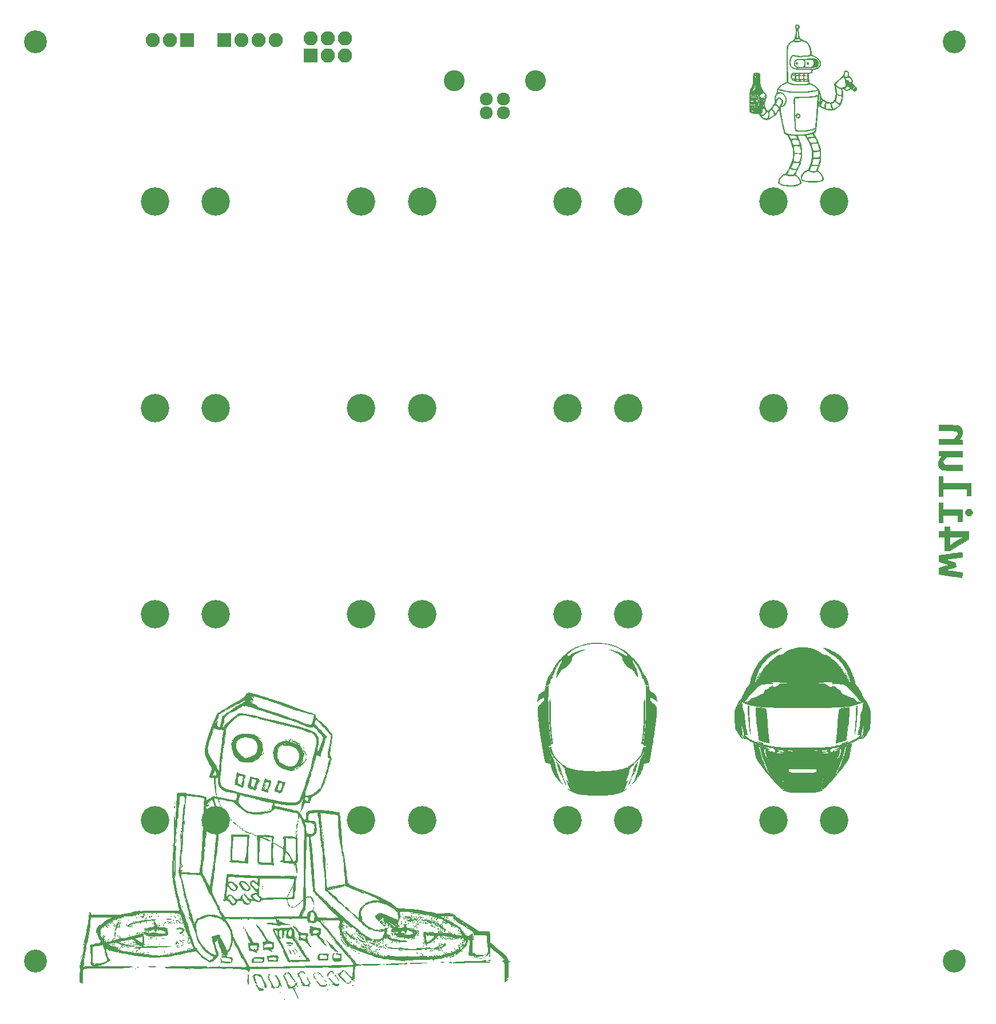
<source format=gbr>
G04 #@! TF.FileFunction,Soldermask,Bot*
%FSLAX46Y46*%
G04 Gerber Fmt 4.6, Leading zero omitted, Abs format (unit mm)*
G04 Created by KiCad (PCBNEW 4.0.6) date 07/23/17 12:32:53*
%MOMM*%
%LPD*%
G01*
G04 APERTURE LIST*
%ADD10C,0.100000*%
%ADD11C,0.010000*%
%ADD12C,4.200000*%
%ADD13C,3.400000*%
%ADD14C,1.920000*%
%ADD15C,3.100000*%
%ADD16R,2.100000X2.100000*%
%ADD17O,2.100000X2.100000*%
G04 APERTURE END LIST*
D10*
D11*
G36*
X68290286Y-167143143D02*
X68326572Y-167179429D01*
X68362857Y-167143143D01*
X68326572Y-167106857D01*
X68290286Y-167143143D01*
X68290286Y-167143143D01*
G37*
X68290286Y-167143143D02*
X68326572Y-167179429D01*
X68362857Y-167143143D01*
X68326572Y-167106857D01*
X68290286Y-167143143D01*
G36*
X68232777Y-163619281D02*
X68285548Y-163777481D01*
X68383328Y-164018565D01*
X68524306Y-164332170D01*
X68584194Y-164458555D01*
X68725034Y-164763714D01*
X68833832Y-165022244D01*
X68899423Y-165205941D01*
X68911565Y-165285417D01*
X68929540Y-165373584D01*
X68998656Y-165447635D01*
X69083859Y-165509635D01*
X69066993Y-165473307D01*
X69032291Y-165428047D01*
X68978237Y-165327132D01*
X69039058Y-165271562D01*
X69050434Y-165267039D01*
X69145391Y-165276577D01*
X69161143Y-165331135D01*
X69226585Y-165415062D01*
X69383313Y-165437714D01*
X69482188Y-165445259D01*
X69563385Y-165482753D01*
X69644063Y-165572490D01*
X69741380Y-165736762D01*
X69872494Y-165997859D01*
X69968924Y-166198546D01*
X70117667Y-166502221D01*
X70248644Y-166755470D01*
X70347040Y-166930551D01*
X70396258Y-166998866D01*
X70393493Y-166954660D01*
X70337083Y-166804582D01*
X70237008Y-166573210D01*
X70125123Y-166331104D01*
X69987745Y-166032865D01*
X69877646Y-165778174D01*
X69807956Y-165598405D01*
X69790095Y-165530785D01*
X69757748Y-165444661D01*
X69738083Y-165437714D01*
X69680593Y-165377353D01*
X69647024Y-165288396D01*
X69601508Y-165186787D01*
X69516146Y-165198756D01*
X69458518Y-165232415D01*
X69358948Y-165276298D01*
X69265046Y-165251780D01*
X69136922Y-165141377D01*
X69053673Y-165054994D01*
X68907023Y-164882739D01*
X68814662Y-164741986D01*
X68798286Y-164692319D01*
X68767307Y-164589461D01*
X68684537Y-164393056D01*
X68565226Y-164138290D01*
X68508000Y-164022572D01*
X68362626Y-163745609D01*
X68269505Y-163592982D01*
X68226825Y-163554327D01*
X68232777Y-163619281D01*
X68232777Y-163619281D01*
G37*
X68232777Y-163619281D02*
X68285548Y-163777481D01*
X68383328Y-164018565D01*
X68524306Y-164332170D01*
X68584194Y-164458555D01*
X68725034Y-164763714D01*
X68833832Y-165022244D01*
X68899423Y-165205941D01*
X68911565Y-165285417D01*
X68929540Y-165373584D01*
X68998656Y-165447635D01*
X69083859Y-165509635D01*
X69066993Y-165473307D01*
X69032291Y-165428047D01*
X68978237Y-165327132D01*
X69039058Y-165271562D01*
X69050434Y-165267039D01*
X69145391Y-165276577D01*
X69161143Y-165331135D01*
X69226585Y-165415062D01*
X69383313Y-165437714D01*
X69482188Y-165445259D01*
X69563385Y-165482753D01*
X69644063Y-165572490D01*
X69741380Y-165736762D01*
X69872494Y-165997859D01*
X69968924Y-166198546D01*
X70117667Y-166502221D01*
X70248644Y-166755470D01*
X70347040Y-166930551D01*
X70396258Y-166998866D01*
X70393493Y-166954660D01*
X70337083Y-166804582D01*
X70237008Y-166573210D01*
X70125123Y-166331104D01*
X69987745Y-166032865D01*
X69877646Y-165778174D01*
X69807956Y-165598405D01*
X69790095Y-165530785D01*
X69757748Y-165444661D01*
X69738083Y-165437714D01*
X69680593Y-165377353D01*
X69647024Y-165288396D01*
X69601508Y-165186787D01*
X69516146Y-165198756D01*
X69458518Y-165232415D01*
X69358948Y-165276298D01*
X69265046Y-165251780D01*
X69136922Y-165141377D01*
X69053673Y-165054994D01*
X68907023Y-164882739D01*
X68814662Y-164741986D01*
X68798286Y-164692319D01*
X68767307Y-164589461D01*
X68684537Y-164393056D01*
X68565226Y-164138290D01*
X68508000Y-164022572D01*
X68362626Y-163745609D01*
X68269505Y-163592982D01*
X68226825Y-163554327D01*
X68232777Y-163619281D01*
G36*
X67709715Y-166054572D02*
X67746000Y-166090857D01*
X67782286Y-166054572D01*
X67746000Y-166018286D01*
X67709715Y-166054572D01*
X67709715Y-166054572D01*
G37*
X67709715Y-166054572D02*
X67746000Y-166090857D01*
X67782286Y-166054572D01*
X67746000Y-166018286D01*
X67709715Y-166054572D01*
G36*
X64176724Y-164937118D02*
X64163736Y-164977840D01*
X64198129Y-165079650D01*
X64287008Y-165270315D01*
X64350261Y-165399821D01*
X64465233Y-165621367D01*
X64556082Y-165740761D01*
X64657747Y-165788433D01*
X64803832Y-165794842D01*
X65002996Y-165781117D01*
X65143800Y-165755353D01*
X65151572Y-165752509D01*
X65186403Y-165723275D01*
X64934207Y-165723275D01*
X64924280Y-165728000D01*
X64858053Y-165676911D01*
X64843143Y-165655429D01*
X64734286Y-165655429D01*
X64707733Y-165715163D01*
X64685905Y-165703810D01*
X64677220Y-165617684D01*
X64685905Y-165607048D01*
X64729049Y-165617010D01*
X64734286Y-165655429D01*
X64843143Y-165655429D01*
X64824650Y-165587582D01*
X64834577Y-165582857D01*
X64900805Y-165633946D01*
X64915715Y-165655429D01*
X64934207Y-165723275D01*
X65186403Y-165723275D01*
X65239043Y-165679094D01*
X65202509Y-165609792D01*
X65077005Y-165582857D01*
X64886248Y-165541086D01*
X64759967Y-165476562D01*
X64632054Y-165411004D01*
X64566642Y-165411835D01*
X64516146Y-165379528D01*
X64440778Y-165248186D01*
X64415669Y-165191558D01*
X64328199Y-165024479D01*
X64246781Y-164934649D01*
X64229989Y-164929714D01*
X64176724Y-164937118D01*
X64176724Y-164937118D01*
G37*
X64176724Y-164937118D02*
X64163736Y-164977840D01*
X64198129Y-165079650D01*
X64287008Y-165270315D01*
X64350261Y-165399821D01*
X64465233Y-165621367D01*
X64556082Y-165740761D01*
X64657747Y-165788433D01*
X64803832Y-165794842D01*
X65002996Y-165781117D01*
X65143800Y-165755353D01*
X65151572Y-165752509D01*
X65186403Y-165723275D01*
X64934207Y-165723275D01*
X64924280Y-165728000D01*
X64858053Y-165676911D01*
X64843143Y-165655429D01*
X64734286Y-165655429D01*
X64707733Y-165715163D01*
X64685905Y-165703810D01*
X64677220Y-165617684D01*
X64685905Y-165607048D01*
X64729049Y-165617010D01*
X64734286Y-165655429D01*
X64843143Y-165655429D01*
X64824650Y-165587582D01*
X64834577Y-165582857D01*
X64900805Y-165633946D01*
X64915715Y-165655429D01*
X64934207Y-165723275D01*
X65186403Y-165723275D01*
X65239043Y-165679094D01*
X65202509Y-165609792D01*
X65077005Y-165582857D01*
X64886248Y-165541086D01*
X64759967Y-165476562D01*
X64632054Y-165411004D01*
X64566642Y-165411835D01*
X64516146Y-165379528D01*
X64440778Y-165248186D01*
X64415669Y-165191558D01*
X64328199Y-165024479D01*
X64246781Y-164934649D01*
X64229989Y-164929714D01*
X64176724Y-164937118D01*
G36*
X74749143Y-165691714D02*
X74785429Y-165728000D01*
X74821715Y-165691714D01*
X74785429Y-165655429D01*
X74749143Y-165691714D01*
X74749143Y-165691714D01*
G37*
X74749143Y-165691714D02*
X74785429Y-165728000D01*
X74821715Y-165691714D01*
X74785429Y-165655429D01*
X74749143Y-165691714D01*
G36*
X69886857Y-165474000D02*
X69923143Y-165510286D01*
X69959429Y-165474000D01*
X69923143Y-165437714D01*
X69886857Y-165474000D01*
X69886857Y-165474000D01*
G37*
X69886857Y-165474000D02*
X69923143Y-165510286D01*
X69959429Y-165474000D01*
X69923143Y-165437714D01*
X69886857Y-165474000D01*
G36*
X66954522Y-163571930D02*
X66968272Y-163595900D01*
X67053563Y-163684913D01*
X67169769Y-163869309D01*
X67296308Y-164108769D01*
X67412601Y-164362974D01*
X67498067Y-164591606D01*
X67522277Y-164681250D01*
X67534319Y-164866595D01*
X67505937Y-165055225D01*
X67450071Y-165203198D01*
X67379662Y-165266571D01*
X67352008Y-165259469D01*
X67258678Y-165268488D01*
X67238732Y-165291388D01*
X67123073Y-165372737D01*
X66968017Y-165334987D01*
X66791365Y-165192435D01*
X66610917Y-164959377D01*
X66446836Y-164655364D01*
X66352792Y-164473564D01*
X66272679Y-164363830D01*
X66247264Y-164349143D01*
X66190630Y-164291251D01*
X66185715Y-164254156D01*
X66144101Y-164126062D01*
X66076434Y-164018299D01*
X66003379Y-163930386D01*
X65997598Y-163957196D01*
X66036059Y-164070969D01*
X66104774Y-164236840D01*
X66215080Y-164475992D01*
X66326768Y-164703899D01*
X66459118Y-164972114D01*
X66527961Y-165131286D01*
X66539076Y-165199908D01*
X66498240Y-165196476D01*
X66476831Y-165184228D01*
X66435921Y-165196057D01*
X66449511Y-165255647D01*
X66504948Y-165335598D01*
X66532219Y-165333115D01*
X66600902Y-165350572D01*
X66673778Y-165420700D01*
X66739032Y-165489585D01*
X66740570Y-165471181D01*
X66782401Y-165424634D01*
X66952632Y-165400900D01*
X67079902Y-165398610D01*
X67304425Y-165393400D01*
X67431656Y-165358270D01*
X67509269Y-165270478D01*
X67557242Y-165170886D01*
X67658770Y-164940343D01*
X67788328Y-165098314D01*
X67877868Y-165194865D01*
X67904410Y-165177491D01*
X67900568Y-165131386D01*
X67858905Y-164995204D01*
X67832767Y-164956006D01*
X67789355Y-164847236D01*
X67782286Y-164772476D01*
X67745981Y-164661340D01*
X67701950Y-164639429D01*
X67654212Y-164586346D01*
X67664833Y-164526802D01*
X67670581Y-164451797D01*
X67623979Y-164466136D01*
X67570652Y-164468592D01*
X67587693Y-164393565D01*
X67598809Y-164308981D01*
X67563740Y-164313371D01*
X67498977Y-164298580D01*
X67477007Y-164179731D01*
X67483406Y-164113286D01*
X67435492Y-164062088D01*
X67407334Y-164058857D01*
X67359006Y-164029299D01*
X67371206Y-164010318D01*
X67368616Y-163926062D01*
X67315901Y-163847032D01*
X67236846Y-163723120D01*
X67225029Y-163659714D01*
X67173303Y-163599899D01*
X67056572Y-163570905D01*
X66954522Y-163571930D01*
X66954522Y-163571930D01*
G37*
X66954522Y-163571930D02*
X66968272Y-163595900D01*
X67053563Y-163684913D01*
X67169769Y-163869309D01*
X67296308Y-164108769D01*
X67412601Y-164362974D01*
X67498067Y-164591606D01*
X67522277Y-164681250D01*
X67534319Y-164866595D01*
X67505937Y-165055225D01*
X67450071Y-165203198D01*
X67379662Y-165266571D01*
X67352008Y-165259469D01*
X67258678Y-165268488D01*
X67238732Y-165291388D01*
X67123073Y-165372737D01*
X66968017Y-165334987D01*
X66791365Y-165192435D01*
X66610917Y-164959377D01*
X66446836Y-164655364D01*
X66352792Y-164473564D01*
X66272679Y-164363830D01*
X66247264Y-164349143D01*
X66190630Y-164291251D01*
X66185715Y-164254156D01*
X66144101Y-164126062D01*
X66076434Y-164018299D01*
X66003379Y-163930386D01*
X65997598Y-163957196D01*
X66036059Y-164070969D01*
X66104774Y-164236840D01*
X66215080Y-164475992D01*
X66326768Y-164703899D01*
X66459118Y-164972114D01*
X66527961Y-165131286D01*
X66539076Y-165199908D01*
X66498240Y-165196476D01*
X66476831Y-165184228D01*
X66435921Y-165196057D01*
X66449511Y-165255647D01*
X66504948Y-165335598D01*
X66532219Y-165333115D01*
X66600902Y-165350572D01*
X66673778Y-165420700D01*
X66739032Y-165489585D01*
X66740570Y-165471181D01*
X66782401Y-165424634D01*
X66952632Y-165400900D01*
X67079902Y-165398610D01*
X67304425Y-165393400D01*
X67431656Y-165358270D01*
X67509269Y-165270478D01*
X67557242Y-165170886D01*
X67658770Y-164940343D01*
X67788328Y-165098314D01*
X67877868Y-165194865D01*
X67904410Y-165177491D01*
X67900568Y-165131386D01*
X67858905Y-164995204D01*
X67832767Y-164956006D01*
X67789355Y-164847236D01*
X67782286Y-164772476D01*
X67745981Y-164661340D01*
X67701950Y-164639429D01*
X67654212Y-164586346D01*
X67664833Y-164526802D01*
X67670581Y-164451797D01*
X67623979Y-164466136D01*
X67570652Y-164468592D01*
X67587693Y-164393565D01*
X67598809Y-164308981D01*
X67563740Y-164313371D01*
X67498977Y-164298580D01*
X67477007Y-164179731D01*
X67483406Y-164113286D01*
X67435492Y-164062088D01*
X67407334Y-164058857D01*
X67359006Y-164029299D01*
X67371206Y-164010318D01*
X67368616Y-163926062D01*
X67315901Y-163847032D01*
X67236846Y-163723120D01*
X67225029Y-163659714D01*
X67173303Y-163599899D01*
X67056572Y-163570905D01*
X66954522Y-163571930D01*
G36*
X63970985Y-163425406D02*
X63815335Y-163503487D01*
X63795295Y-163522948D01*
X63740777Y-163596334D01*
X63777343Y-163590222D01*
X63835963Y-163584329D01*
X63842667Y-163679731D01*
X63825089Y-163790284D01*
X63826325Y-164005423D01*
X63883442Y-164264491D01*
X63978082Y-164512886D01*
X64091885Y-164696002D01*
X64145491Y-164743204D01*
X64203663Y-164769809D01*
X64217286Y-164737737D01*
X64181366Y-164625231D01*
X64090908Y-164410529D01*
X64045421Y-164307171D01*
X63924173Y-163974700D01*
X63901897Y-163742643D01*
X63979979Y-163603979D01*
X64159801Y-163551687D01*
X64194453Y-163550857D01*
X64456713Y-163579390D01*
X64670080Y-163680364D01*
X64868846Y-163876842D01*
X65042125Y-164120963D01*
X65275353Y-164516407D01*
X65407394Y-164830954D01*
X65444379Y-165081427D01*
X65429878Y-165184995D01*
X65416972Y-165319187D01*
X65490215Y-165363370D01*
X65531189Y-165365143D01*
X65632726Y-165336681D01*
X65673217Y-165225434D01*
X65677715Y-165115426D01*
X65658106Y-164934383D01*
X65610248Y-164824971D01*
X65603763Y-164820004D01*
X65531247Y-164734760D01*
X65421181Y-164562339D01*
X65331620Y-164403149D01*
X65135157Y-164035512D01*
X64993088Y-163775974D01*
X64890495Y-163605112D01*
X64812458Y-163503503D01*
X64744058Y-163451723D01*
X64670374Y-163430350D01*
X64576488Y-163419960D01*
X64576398Y-163419951D01*
X64216679Y-163398615D01*
X63970985Y-163425406D01*
X63970985Y-163425406D01*
G37*
X63970985Y-163425406D02*
X63815335Y-163503487D01*
X63795295Y-163522948D01*
X63740777Y-163596334D01*
X63777343Y-163590222D01*
X63835963Y-163584329D01*
X63842667Y-163679731D01*
X63825089Y-163790284D01*
X63826325Y-164005423D01*
X63883442Y-164264491D01*
X63978082Y-164512886D01*
X64091885Y-164696002D01*
X64145491Y-164743204D01*
X64203663Y-164769809D01*
X64217286Y-164737737D01*
X64181366Y-164625231D01*
X64090908Y-164410529D01*
X64045421Y-164307171D01*
X63924173Y-163974700D01*
X63901897Y-163742643D01*
X63979979Y-163603979D01*
X64159801Y-163551687D01*
X64194453Y-163550857D01*
X64456713Y-163579390D01*
X64670080Y-163680364D01*
X64868846Y-163876842D01*
X65042125Y-164120963D01*
X65275353Y-164516407D01*
X65407394Y-164830954D01*
X65444379Y-165081427D01*
X65429878Y-165184995D01*
X65416972Y-165319187D01*
X65490215Y-165363370D01*
X65531189Y-165365143D01*
X65632726Y-165336681D01*
X65673217Y-165225434D01*
X65677715Y-165115426D01*
X65658106Y-164934383D01*
X65610248Y-164824971D01*
X65603763Y-164820004D01*
X65531247Y-164734760D01*
X65421181Y-164562339D01*
X65331620Y-164403149D01*
X65135157Y-164035512D01*
X64993088Y-163775974D01*
X64890495Y-163605112D01*
X64812458Y-163503503D01*
X64744058Y-163451723D01*
X64670374Y-163430350D01*
X64576488Y-163419960D01*
X64576398Y-163419951D01*
X64216679Y-163398615D01*
X63970985Y-163425406D01*
G36*
X69971814Y-164761991D02*
X69988434Y-164828054D01*
X69962205Y-164938164D01*
X69848862Y-165046365D01*
X69732101Y-165159211D01*
X69721840Y-165253047D01*
X69821810Y-165292570D01*
X69822852Y-165292572D01*
X69863248Y-165248365D01*
X69852822Y-165223641D01*
X69877624Y-165149287D01*
X69981980Y-165060235D01*
X70110452Y-164995120D01*
X70193451Y-164986256D01*
X70206274Y-164941922D01*
X70164697Y-164822521D01*
X70080639Y-164711345D01*
X70001522Y-164691634D01*
X69971814Y-164761991D01*
X69971814Y-164761991D01*
G37*
X69971814Y-164761991D02*
X69988434Y-164828054D01*
X69962205Y-164938164D01*
X69848862Y-165046365D01*
X69732101Y-165159211D01*
X69721840Y-165253047D01*
X69821810Y-165292570D01*
X69822852Y-165292572D01*
X69863248Y-165248365D01*
X69852822Y-165223641D01*
X69877624Y-165149287D01*
X69981980Y-165060235D01*
X70110452Y-164995120D01*
X70193451Y-164986256D01*
X70206274Y-164941922D01*
X70164697Y-164822521D01*
X70080639Y-164711345D01*
X70001522Y-164691634D01*
X69971814Y-164761991D01*
G36*
X73294895Y-164675714D02*
X73415130Y-164870189D01*
X73517140Y-165017799D01*
X73544762Y-165051421D01*
X73681178Y-165123188D01*
X73900020Y-165171733D01*
X74139167Y-165186986D01*
X74287993Y-165171921D01*
X74441562Y-165106768D01*
X74568013Y-165001431D01*
X74632866Y-164893337D01*
X74608728Y-164823779D01*
X74541399Y-164835937D01*
X74531429Y-164881382D01*
X74472574Y-164995896D01*
X74416636Y-165030807D01*
X74241033Y-165067538D01*
X74034155Y-165072101D01*
X73855844Y-165047239D01*
X73768697Y-165001102D01*
X73680600Y-164959956D01*
X73653759Y-164970211D01*
X73599938Y-164972266D01*
X73601230Y-164953252D01*
X73564722Y-164870825D01*
X73452950Y-164727947D01*
X73371305Y-164639429D01*
X73124553Y-164385429D01*
X73294895Y-164675714D01*
X73294895Y-164675714D01*
G37*
X73294895Y-164675714D02*
X73415130Y-164870189D01*
X73517140Y-165017799D01*
X73544762Y-165051421D01*
X73681178Y-165123188D01*
X73900020Y-165171733D01*
X74139167Y-165186986D01*
X74287993Y-165171921D01*
X74441562Y-165106768D01*
X74568013Y-165001431D01*
X74632866Y-164893337D01*
X74608728Y-164823779D01*
X74541399Y-164835937D01*
X74531429Y-164881382D01*
X74472574Y-164995896D01*
X74416636Y-165030807D01*
X74241033Y-165067538D01*
X74034155Y-165072101D01*
X73855844Y-165047239D01*
X73768697Y-165001102D01*
X73680600Y-164959956D01*
X73653759Y-164970211D01*
X73599938Y-164972266D01*
X73601230Y-164953252D01*
X73564722Y-164870825D01*
X73452950Y-164727947D01*
X73371305Y-164639429D01*
X73124553Y-164385429D01*
X73294895Y-164675714D01*
G36*
X70731682Y-163030965D02*
X70558343Y-163141325D01*
X70517434Y-163190436D01*
X70424997Y-163281385D01*
X70370205Y-163284300D01*
X70316944Y-163258890D01*
X70320240Y-163332055D01*
X70370172Y-163473345D01*
X70456817Y-163652312D01*
X70531812Y-163780257D01*
X70747227Y-164166442D01*
X70851287Y-164471883D01*
X70862274Y-164566670D01*
X70911976Y-164663293D01*
X70951238Y-164675527D01*
X71076864Y-164723908D01*
X71096381Y-164741778D01*
X71106674Y-164774411D01*
X71066143Y-164755638D01*
X70986932Y-164739788D01*
X70993167Y-164820421D01*
X71082870Y-164978160D01*
X71089895Y-164988271D01*
X71182711Y-165087596D01*
X71308534Y-165128834D01*
X71518507Y-165126751D01*
X71559044Y-165123723D01*
X71794007Y-165121585D01*
X71928806Y-165155753D01*
X71946849Y-165176019D01*
X71976659Y-165189092D01*
X71985699Y-165134470D01*
X72039302Y-164985067D01*
X72103281Y-164900801D01*
X72172179Y-164809241D01*
X72165314Y-164706934D01*
X72101418Y-164569046D01*
X72015304Y-164421207D01*
X71954970Y-164350232D01*
X71950726Y-164349143D01*
X71950242Y-164402261D01*
X71988875Y-164489515D01*
X72053526Y-164689442D01*
X71998368Y-164841290D01*
X71814927Y-164955523D01*
X71550250Y-165031198D01*
X71422216Y-165037656D01*
X71322820Y-164970706D01*
X71211353Y-164801336D01*
X71200303Y-164781795D01*
X71085175Y-164614046D01*
X70988230Y-164537995D01*
X70958983Y-164540736D01*
X70915168Y-164544306D01*
X70934351Y-164502039D01*
X70926931Y-164397628D01*
X70851802Y-164208296D01*
X70727795Y-163977534D01*
X70564434Y-163658157D01*
X70509419Y-163420151D01*
X70562797Y-163248257D01*
X70724615Y-163127212D01*
X70730425Y-163124534D01*
X70946556Y-163051872D01*
X71095995Y-163079788D01*
X71216771Y-163206143D01*
X71299238Y-163305764D01*
X71331695Y-163283969D01*
X71334479Y-163251315D01*
X71280342Y-163103142D01*
X71134170Y-163014965D01*
X70937454Y-162989876D01*
X70731682Y-163030965D01*
X70731682Y-163030965D01*
G37*
X70731682Y-163030965D02*
X70558343Y-163141325D01*
X70517434Y-163190436D01*
X70424997Y-163281385D01*
X70370205Y-163284300D01*
X70316944Y-163258890D01*
X70320240Y-163332055D01*
X70370172Y-163473345D01*
X70456817Y-163652312D01*
X70531812Y-163780257D01*
X70747227Y-164166442D01*
X70851287Y-164471883D01*
X70862274Y-164566670D01*
X70911976Y-164663293D01*
X70951238Y-164675527D01*
X71076864Y-164723908D01*
X71096381Y-164741778D01*
X71106674Y-164774411D01*
X71066143Y-164755638D01*
X70986932Y-164739788D01*
X70993167Y-164820421D01*
X71082870Y-164978160D01*
X71089895Y-164988271D01*
X71182711Y-165087596D01*
X71308534Y-165128834D01*
X71518507Y-165126751D01*
X71559044Y-165123723D01*
X71794007Y-165121585D01*
X71928806Y-165155753D01*
X71946849Y-165176019D01*
X71976659Y-165189092D01*
X71985699Y-165134470D01*
X72039302Y-164985067D01*
X72103281Y-164900801D01*
X72172179Y-164809241D01*
X72165314Y-164706934D01*
X72101418Y-164569046D01*
X72015304Y-164421207D01*
X71954970Y-164350232D01*
X71950726Y-164349143D01*
X71950242Y-164402261D01*
X71988875Y-164489515D01*
X72053526Y-164689442D01*
X71998368Y-164841290D01*
X71814927Y-164955523D01*
X71550250Y-165031198D01*
X71422216Y-165037656D01*
X71322820Y-164970706D01*
X71211353Y-164801336D01*
X71200303Y-164781795D01*
X71085175Y-164614046D01*
X70988230Y-164537995D01*
X70958983Y-164540736D01*
X70915168Y-164544306D01*
X70934351Y-164502039D01*
X70926931Y-164397628D01*
X70851802Y-164208296D01*
X70727795Y-163977534D01*
X70564434Y-163658157D01*
X70509419Y-163420151D01*
X70562797Y-163248257D01*
X70724615Y-163127212D01*
X70730425Y-163124534D01*
X70946556Y-163051872D01*
X71095995Y-163079788D01*
X71216771Y-163206143D01*
X71299238Y-163305764D01*
X71331695Y-163283969D01*
X71334479Y-163251315D01*
X71280342Y-163103142D01*
X71134170Y-163014965D01*
X70937454Y-162989876D01*
X70731682Y-163030965D01*
G36*
X70249715Y-165183714D02*
X70286000Y-165220000D01*
X70322286Y-165183714D01*
X70286000Y-165147429D01*
X70249715Y-165183714D01*
X70249715Y-165183714D01*
G37*
X70249715Y-165183714D02*
X70286000Y-165220000D01*
X70322286Y-165183714D01*
X70286000Y-165147429D01*
X70249715Y-165183714D01*
G36*
X78379669Y-165057639D02*
X78377715Y-165074857D01*
X78436785Y-165138547D01*
X78490855Y-165147429D01*
X78565970Y-165112247D01*
X78559143Y-165074857D01*
X78466364Y-165005054D01*
X78446003Y-165002286D01*
X78379669Y-165057639D01*
X78379669Y-165057639D01*
G37*
X78379669Y-165057639D02*
X78377715Y-165074857D01*
X78436785Y-165138547D01*
X78490855Y-165147429D01*
X78565970Y-165112247D01*
X78559143Y-165074857D01*
X78466364Y-165005054D01*
X78446003Y-165002286D01*
X78379669Y-165057639D01*
G36*
X74911609Y-163963220D02*
X75004771Y-164087732D01*
X75166972Y-164287568D01*
X75387842Y-164548714D01*
X75558558Y-164755383D01*
X75675839Y-164913009D01*
X75721457Y-164996400D01*
X75716851Y-165003397D01*
X75714127Y-165034726D01*
X75765143Y-165074857D01*
X75958547Y-165141640D01*
X76162623Y-165130161D01*
X76315346Y-165047213D01*
X76321514Y-165038572D01*
X76273143Y-165038572D01*
X76236857Y-165074857D01*
X76200572Y-165038572D01*
X75982857Y-165038572D01*
X75946572Y-165074857D01*
X75910286Y-165038572D01*
X75946572Y-165002286D01*
X75982857Y-165038572D01*
X76200572Y-165038572D01*
X76236857Y-165002286D01*
X76273143Y-165038572D01*
X76321514Y-165038572D01*
X76340608Y-165011828D01*
X76378486Y-164877146D01*
X76336267Y-164814291D01*
X76243535Y-164851339D01*
X76117590Y-164888412D01*
X75976538Y-164880795D01*
X75883308Y-164855055D01*
X75788217Y-164804030D01*
X75670542Y-164709866D01*
X75509561Y-164554707D01*
X75284551Y-164320698D01*
X75106835Y-164131429D01*
X74956594Y-163976089D01*
X74893534Y-163923013D01*
X74911609Y-163963220D01*
X74911609Y-163963220D01*
G37*
X74911609Y-163963220D02*
X75004771Y-164087732D01*
X75166972Y-164287568D01*
X75387842Y-164548714D01*
X75558558Y-164755383D01*
X75675839Y-164913009D01*
X75721457Y-164996400D01*
X75716851Y-165003397D01*
X75714127Y-165034726D01*
X75765143Y-165074857D01*
X75958547Y-165141640D01*
X76162623Y-165130161D01*
X76315346Y-165047213D01*
X76321514Y-165038572D01*
X76273143Y-165038572D01*
X76236857Y-165074857D01*
X76200572Y-165038572D01*
X75982857Y-165038572D01*
X75946572Y-165074857D01*
X75910286Y-165038572D01*
X75946572Y-165002286D01*
X75982857Y-165038572D01*
X76200572Y-165038572D01*
X76236857Y-165002286D01*
X76273143Y-165038572D01*
X76321514Y-165038572D01*
X76340608Y-165011828D01*
X76378486Y-164877146D01*
X76336267Y-164814291D01*
X76243535Y-164851339D01*
X76117590Y-164888412D01*
X75976538Y-164880795D01*
X75883308Y-164855055D01*
X75788217Y-164804030D01*
X75670542Y-164709866D01*
X75509561Y-164554707D01*
X75284551Y-164320698D01*
X75106835Y-164131429D01*
X74956594Y-163976089D01*
X74893534Y-163923013D01*
X74911609Y-163963220D01*
G36*
X70902857Y-165038572D02*
X70939143Y-165074857D01*
X70975429Y-165038572D01*
X70939143Y-165002286D01*
X70902857Y-165038572D01*
X70902857Y-165038572D01*
G37*
X70902857Y-165038572D02*
X70939143Y-165074857D01*
X70975429Y-165038572D01*
X70939143Y-165002286D01*
X70902857Y-165038572D01*
G36*
X75436651Y-164871159D02*
X75458430Y-164925143D01*
X75526156Y-164961334D01*
X75610940Y-164983429D01*
X75576158Y-164930267D01*
X75566781Y-164920709D01*
X75471632Y-164863386D01*
X75436651Y-164871159D01*
X75436651Y-164871159D01*
G37*
X75436651Y-164871159D02*
X75458430Y-164925143D01*
X75526156Y-164961334D01*
X75610940Y-164983429D01*
X75576158Y-164930267D01*
X75566781Y-164920709D01*
X75471632Y-164863386D01*
X75436651Y-164871159D01*
G36*
X74966857Y-164966000D02*
X75003143Y-165002286D01*
X75039429Y-164966000D01*
X75003143Y-164929714D01*
X74966857Y-164966000D01*
X74966857Y-164966000D01*
G37*
X74966857Y-164966000D02*
X75003143Y-165002286D01*
X75039429Y-164966000D01*
X75003143Y-164929714D01*
X74966857Y-164966000D01*
G36*
X62941136Y-163561745D02*
X62920631Y-163820611D01*
X62911869Y-164008601D01*
X62902956Y-164390297D01*
X62909031Y-164673789D01*
X62928627Y-164848154D01*
X62960273Y-164902467D01*
X63002502Y-164825805D01*
X63015674Y-164780685D01*
X63044248Y-164578673D01*
X63055728Y-164290588D01*
X63051008Y-163973667D01*
X63030980Y-163685147D01*
X62996539Y-163482266D01*
X62995349Y-163478286D01*
X62966052Y-163447572D01*
X62941136Y-163561745D01*
X62941136Y-163561745D01*
G37*
X62941136Y-163561745D02*
X62920631Y-163820611D01*
X62911869Y-164008601D01*
X62902956Y-164390297D01*
X62909031Y-164673789D01*
X62928627Y-164848154D01*
X62960273Y-164902467D01*
X63002502Y-164825805D01*
X63015674Y-164780685D01*
X63044248Y-164578673D01*
X63055728Y-164290588D01*
X63051008Y-163973667D01*
X63030980Y-163685147D01*
X62996539Y-163482266D01*
X62995349Y-163478286D01*
X62966052Y-163447572D01*
X62941136Y-163561745D01*
G36*
X78091990Y-164481807D02*
X78048999Y-164573614D01*
X77995158Y-164671751D01*
X77889671Y-164698573D01*
X77735680Y-164679779D01*
X77576007Y-164659983D01*
X77546190Y-164680477D01*
X77579429Y-164708197D01*
X77796860Y-164779847D01*
X78014164Y-164729556D01*
X78112467Y-164651857D01*
X78219270Y-164503970D01*
X78207978Y-164429653D01*
X78164891Y-164421714D01*
X78091990Y-164481807D01*
X78091990Y-164481807D01*
G37*
X78091990Y-164481807D02*
X78048999Y-164573614D01*
X77995158Y-164671751D01*
X77889671Y-164698573D01*
X77735680Y-164679779D01*
X77576007Y-164659983D01*
X77546190Y-164680477D01*
X77579429Y-164708197D01*
X77796860Y-164779847D01*
X78014164Y-164729556D01*
X78112467Y-164651857D01*
X78219270Y-164503970D01*
X78207978Y-164429653D01*
X78164891Y-164421714D01*
X78091990Y-164481807D01*
G36*
X70177143Y-164675714D02*
X70213429Y-164712000D01*
X70249715Y-164675714D01*
X70213429Y-164639429D01*
X70177143Y-164675714D01*
X70177143Y-164675714D01*
G37*
X70177143Y-164675714D02*
X70213429Y-164712000D01*
X70249715Y-164675714D01*
X70213429Y-164639429D01*
X70177143Y-164675714D01*
G36*
X62992572Y-121747161D02*
X62933706Y-121813490D01*
X62881900Y-121822286D01*
X62787013Y-121886997D01*
X62729035Y-122033256D01*
X62645595Y-122210088D01*
X62453732Y-122395609D01*
X62313563Y-122496845D01*
X61644320Y-122932179D01*
X60999043Y-123311758D01*
X60420469Y-123620404D01*
X60162581Y-123764837D01*
X59859938Y-123951614D01*
X59618000Y-124112941D01*
X59325339Y-124308819D01*
X59007532Y-124508578D01*
X58781131Y-124641694D01*
X58595575Y-124749677D01*
X58466748Y-124847703D01*
X58370293Y-124969512D01*
X58281848Y-125148843D01*
X58177056Y-125419435D01*
X58132884Y-125539557D01*
X57988057Y-125918699D01*
X57812111Y-126356070D01*
X57634875Y-126778172D01*
X57568338Y-126930708D01*
X57332595Y-127502563D01*
X57117527Y-128099498D01*
X56929444Y-128697174D01*
X56774658Y-129271254D01*
X56659480Y-129797398D01*
X56590220Y-130251268D01*
X56573190Y-130608526D01*
X56583724Y-130727887D01*
X56654001Y-130989591D01*
X56791509Y-131337452D01*
X56980822Y-131738322D01*
X57206514Y-132159049D01*
X57401901Y-132486074D01*
X57537257Y-132704894D01*
X57617878Y-132868883D01*
X57644505Y-133017061D01*
X57617883Y-133188449D01*
X57538757Y-133422067D01*
X57425278Y-133712667D01*
X57342422Y-133952911D01*
X57299634Y-134139865D01*
X57305992Y-134233801D01*
X57306153Y-134233960D01*
X57413308Y-134278230D01*
X57602127Y-134312368D01*
X57658572Y-134317865D01*
X57948857Y-134340857D01*
X57966064Y-134812572D01*
X57982306Y-135052857D01*
X58013701Y-135360738D01*
X58055684Y-135704367D01*
X58103692Y-136051895D01*
X58153161Y-136371475D01*
X58199529Y-136631259D01*
X58238232Y-136799398D01*
X58257230Y-136844572D01*
X58270534Y-136803128D01*
X58262636Y-136656796D01*
X58250734Y-136554286D01*
X58230532Y-136355291D01*
X58207146Y-136051844D01*
X58183415Y-135684512D01*
X58162177Y-135293860D01*
X58161345Y-135276792D01*
X58144292Y-134884383D01*
X58138923Y-134613242D01*
X58146898Y-134439843D01*
X58169879Y-134340657D01*
X58209527Y-134292157D01*
X58231625Y-134281213D01*
X58332614Y-134283462D01*
X58352600Y-134324992D01*
X58370282Y-134365883D01*
X58405263Y-134299590D01*
X58447021Y-134161383D01*
X58485038Y-133986530D01*
X58508792Y-133810301D01*
X58509678Y-133798398D01*
X58524156Y-133698962D01*
X58275429Y-133698962D01*
X58275429Y-134014286D01*
X57985143Y-134014286D01*
X57803266Y-134008277D01*
X57702200Y-133993267D01*
X57694857Y-133987225D01*
X57721685Y-133911130D01*
X57790267Y-133746292D01*
X57843766Y-133623532D01*
X57921163Y-133417192D01*
X57954369Y-133262032D01*
X57948340Y-133215164D01*
X57933790Y-133149038D01*
X58003335Y-133162671D01*
X58125364Y-133248197D01*
X58142714Y-133263534D01*
X58247301Y-133447516D01*
X58275429Y-133698962D01*
X58524156Y-133698962D01*
X58533701Y-133633410D01*
X58570053Y-133563091D01*
X58583432Y-133567719D01*
X58599047Y-133657957D01*
X58599274Y-133860216D01*
X58584870Y-134142275D01*
X58563911Y-134397522D01*
X58532491Y-134835936D01*
X58539263Y-135165577D01*
X58592546Y-135419708D01*
X58700660Y-135631591D01*
X58871924Y-135834488D01*
X58940111Y-135901693D01*
X59161339Y-136084858D01*
X59403061Y-136241037D01*
X59626941Y-136349573D01*
X59794648Y-136389811D01*
X59834220Y-136383473D01*
X59947402Y-136383430D01*
X60161234Y-136415735D01*
X60437220Y-136471446D01*
X60736863Y-136541621D01*
X61021667Y-136617319D01*
X61253136Y-136689599D01*
X61381260Y-136742794D01*
X61380024Y-136814180D01*
X61356129Y-136990086D01*
X61314737Y-137232581D01*
X61314288Y-137235022D01*
X61263031Y-137490721D01*
X61215415Y-137634797D01*
X61152618Y-137699023D01*
X61055820Y-137715172D01*
X61029723Y-137715429D01*
X60833933Y-137690869D01*
X60594665Y-137629990D01*
X60538929Y-137611436D01*
X60362078Y-137562055D01*
X60067816Y-137494615D01*
X59682011Y-137414243D01*
X59230532Y-137326066D01*
X58739245Y-137235212D01*
X58234018Y-137146808D01*
X57985990Y-137105410D01*
X57839128Y-137121386D01*
X57635527Y-137217626D01*
X57353380Y-137404736D01*
X57318004Y-137430309D01*
X57048523Y-137614325D01*
X56874484Y-137700371D01*
X56785125Y-137689410D01*
X56769687Y-137582404D01*
X56790160Y-137477524D01*
X56787679Y-137305012D01*
X56737951Y-137229255D01*
X56613932Y-137175342D01*
X56377022Y-137109078D01*
X56058313Y-137036440D01*
X55688896Y-136963409D01*
X55299860Y-136895962D01*
X54922298Y-136840080D01*
X54587299Y-136801742D01*
X54465429Y-136792224D01*
X54105475Y-136756104D01*
X53996821Y-136729398D01*
X53321249Y-136729398D01*
X53304286Y-136772000D01*
X53203441Y-136828283D01*
X53100432Y-136839471D01*
X52989241Y-136830995D01*
X53018501Y-136802140D01*
X53086572Y-136772000D01*
X53263424Y-136710441D01*
X53321249Y-136729398D01*
X53996821Y-136729398D01*
X53881559Y-136701068D01*
X53797842Y-136646074D01*
X53720372Y-136590346D01*
X53580369Y-136562655D01*
X53347244Y-136559493D01*
X53127056Y-136569165D01*
X52848607Y-136590109D01*
X52628683Y-136616798D01*
X52505473Y-136644292D01*
X52493856Y-136651097D01*
X52475631Y-136735989D01*
X52454642Y-136942429D01*
X52432590Y-137246891D01*
X52411177Y-137625850D01*
X52392104Y-138055779D01*
X52391914Y-138060692D01*
X52368268Y-138578012D01*
X52336913Y-139127357D01*
X52301040Y-139659897D01*
X52263845Y-140126800D01*
X52241272Y-140364286D01*
X52143143Y-141307714D01*
X52099525Y-140582000D01*
X52083719Y-140332762D01*
X52072199Y-140193953D01*
X52064309Y-140172109D01*
X52059393Y-140273763D01*
X52056794Y-140505452D01*
X52055857Y-140873709D01*
X52055801Y-141017429D01*
X52048719Y-141811241D01*
X52028831Y-142681826D01*
X51997974Y-143579514D01*
X51957983Y-144454632D01*
X51910694Y-145257510D01*
X51886668Y-145593193D01*
X51829818Y-146372347D01*
X51789138Y-147030665D01*
X51764802Y-147591568D01*
X51756984Y-148078479D01*
X51765857Y-148514819D01*
X51791595Y-148924010D01*
X51834371Y-149329475D01*
X51894358Y-149754635D01*
X51918640Y-149907429D01*
X52001536Y-150383465D01*
X52097505Y-150880351D01*
X52196592Y-151349642D01*
X52288843Y-151742896D01*
X52321272Y-151866857D01*
X52424739Y-152260454D01*
X52528294Y-152678933D01*
X52615900Y-153056530D01*
X52648705Y-153209429D01*
X52709454Y-153504702D01*
X52762554Y-153762581D01*
X52798254Y-153935711D01*
X52802674Y-153957090D01*
X52810956Y-154074170D01*
X52745770Y-154081483D01*
X52707909Y-154065947D01*
X52600146Y-154049923D01*
X52367574Y-154036581D01*
X52030505Y-154025896D01*
X51609247Y-154017842D01*
X51124110Y-154012393D01*
X50595404Y-154009523D01*
X50043440Y-154009205D01*
X49488525Y-154011413D01*
X48950971Y-154016122D01*
X48451087Y-154023306D01*
X48009183Y-154032938D01*
X47645568Y-154044993D01*
X47380552Y-154059443D01*
X47251755Y-154072946D01*
X47022495Y-154103703D01*
X46915805Y-154096665D01*
X46911188Y-154055023D01*
X46913845Y-154007590D01*
X46808231Y-154030988D01*
X46772280Y-154044220D01*
X46548036Y-154100128D01*
X46371677Y-154116572D01*
X46184055Y-154143363D01*
X45933989Y-154211904D01*
X45781305Y-154266380D01*
X45547532Y-154343944D01*
X45352376Y-154383383D01*
X45270691Y-154382051D01*
X45139769Y-154387129D01*
X45094985Y-154420982D01*
X44999721Y-154459434D01*
X44831237Y-154452121D01*
X44822770Y-154450556D01*
X44688597Y-154434963D01*
X44681294Y-154461432D01*
X44693746Y-154470193D01*
X44719019Y-154511090D01*
X44650517Y-154544533D01*
X44480365Y-154570989D01*
X44200688Y-154590923D01*
X43803611Y-154604805D01*
X43281259Y-154613099D01*
X42625757Y-154616275D01*
X42234171Y-154616066D01*
X41705429Y-154616856D01*
X41212209Y-154621024D01*
X40776901Y-154628112D01*
X40421895Y-154637661D01*
X40169580Y-154649212D01*
X40049104Y-154660882D01*
X39880150Y-154682239D01*
X39784348Y-154641401D01*
X39709783Y-154506417D01*
X39680231Y-154433871D01*
X39570311Y-154158281D01*
X39515753Y-154409569D01*
X39457473Y-154593377D01*
X39387462Y-154709102D01*
X39379597Y-154715286D01*
X39342583Y-154783422D01*
X39393934Y-154831652D01*
X39445354Y-154898119D01*
X39452076Y-155026165D01*
X39415280Y-155252400D01*
X39408549Y-155285223D01*
X39358932Y-155533337D01*
X39294459Y-155868366D01*
X39225827Y-156234354D01*
X39194916Y-156402572D01*
X39075649Y-157040662D01*
X38970512Y-157570238D01*
X38881220Y-157983595D01*
X38809489Y-158273028D01*
X38757032Y-158430830D01*
X38737393Y-158458569D01*
X38723914Y-158531207D01*
X38761787Y-158631084D01*
X38800489Y-158763054D01*
X38779350Y-158824801D01*
X38740990Y-158917361D01*
X38709229Y-159106224D01*
X38696541Y-159257627D01*
X38672052Y-159507701D01*
X38624688Y-159841263D01*
X38563067Y-160200117D01*
X38537348Y-160332785D01*
X38481883Y-160641973D01*
X38446922Y-160905633D01*
X38436860Y-161086102D01*
X38443568Y-161136348D01*
X38451804Y-161214159D01*
X38400281Y-161198110D01*
X38344746Y-161196186D01*
X38349235Y-161308966D01*
X38357533Y-161349491D01*
X38378073Y-161477778D01*
X38351289Y-161479740D01*
X38325267Y-161446286D01*
X38269651Y-161392935D01*
X38248721Y-161462067D01*
X38246826Y-161530953D01*
X38215592Y-161687477D01*
X38155000Y-161761080D01*
X38113797Y-161795835D01*
X38144937Y-161803414D01*
X38194288Y-161869887D01*
X38187825Y-162006686D01*
X38156431Y-162136483D01*
X38123773Y-162134747D01*
X38088011Y-162061115D01*
X38061385Y-162040063D01*
X38059932Y-162146382D01*
X38077899Y-162317143D01*
X38105528Y-162617955D01*
X38116101Y-162923364D01*
X38113650Y-163042857D01*
X38099566Y-163390182D01*
X38090559Y-163742870D01*
X38086767Y-164070232D01*
X38088333Y-164341576D01*
X38095395Y-164526211D01*
X38106569Y-164592884D01*
X38192450Y-164627500D01*
X38325997Y-164664270D01*
X38515136Y-164709529D01*
X38479616Y-163847076D01*
X38473053Y-163653667D01*
X38167414Y-163653667D01*
X38154071Y-163747793D01*
X38129298Y-163748917D01*
X38111974Y-163651788D01*
X38123569Y-163609822D01*
X38155793Y-163582333D01*
X38167414Y-163653667D01*
X38473053Y-163653667D01*
X38464288Y-163395373D01*
X38464742Y-163068378D01*
X38486294Y-162846037D01*
X38534259Y-162708293D01*
X38613952Y-162635090D01*
X38730690Y-162606372D01*
X38809526Y-162602328D01*
X38964317Y-162589533D01*
X38982493Y-162560944D01*
X38956204Y-162547900D01*
X38998888Y-162537373D01*
X39172328Y-162527802D01*
X39462136Y-162519419D01*
X39853927Y-162512453D01*
X40333315Y-162507135D01*
X40885914Y-162503697D01*
X41497338Y-162502368D01*
X41786490Y-162502518D01*
X42415299Y-162502203D01*
X42988085Y-162499670D01*
X43110246Y-162498572D01*
X38608572Y-162498572D01*
X38572286Y-162534857D01*
X38536000Y-162498572D01*
X38572286Y-162462286D01*
X38608572Y-162498572D01*
X43110246Y-162498572D01*
X43491083Y-162495149D01*
X43910525Y-162488870D01*
X44232647Y-162481066D01*
X44443683Y-162471965D01*
X44529867Y-162461799D01*
X44523143Y-162456675D01*
X44444736Y-162429632D01*
X44489571Y-162409880D01*
X44666330Y-162395404D01*
X44813429Y-162389287D01*
X45293763Y-162369674D01*
X45630754Y-162349546D01*
X45826198Y-162329534D01*
X45881889Y-162310267D01*
X45799623Y-162292373D01*
X45581195Y-162276484D01*
X45228400Y-162263229D01*
X44743035Y-162253237D01*
X44414286Y-162249304D01*
X43662674Y-162243503D01*
X42911188Y-162240082D01*
X42175069Y-162238929D01*
X41469554Y-162239932D01*
X40809883Y-162242979D01*
X40211295Y-162247958D01*
X39689029Y-162254756D01*
X39258324Y-162263262D01*
X38934419Y-162273364D01*
X38732554Y-162284949D01*
X38681143Y-162291466D01*
X38571959Y-162300132D01*
X38572286Y-162268584D01*
X38607353Y-162171935D01*
X38635513Y-161969420D01*
X38651797Y-161700306D01*
X38653422Y-161627714D01*
X38673119Y-161300048D01*
X38719049Y-160894470D01*
X38783316Y-160474143D01*
X38825804Y-160248857D01*
X38894399Y-159891450D01*
X38950715Y-159554498D01*
X38987773Y-159282369D01*
X38998669Y-159149743D01*
X39032404Y-158924176D01*
X39104652Y-158742966D01*
X39125731Y-158714314D01*
X39172363Y-158626761D01*
X39220329Y-158462902D01*
X39271361Y-158211683D01*
X39327195Y-157862053D01*
X39389565Y-157402959D01*
X39460206Y-156823348D01*
X39540850Y-156112167D01*
X39556802Y-155967143D01*
X39591008Y-155673598D01*
X39623967Y-155422222D01*
X39649510Y-155259432D01*
X39653222Y-155241429D01*
X39683592Y-155076098D01*
X39691591Y-155005572D01*
X39726748Y-154974706D01*
X39837244Y-154951461D01*
X40037028Y-154935101D01*
X40340048Y-154924889D01*
X40760254Y-154920086D01*
X41311595Y-154919957D01*
X41311857Y-154919958D01*
X41789252Y-154924170D01*
X42223909Y-154933111D01*
X42592691Y-154945894D01*
X42872458Y-154961632D01*
X43040073Y-154979439D01*
X43071714Y-154987429D01*
X43175428Y-155036724D01*
X43145790Y-155057084D01*
X43071714Y-155066332D01*
X42904728Y-155078806D01*
X42835857Y-155079496D01*
X42751659Y-155119626D01*
X42745143Y-155144918D01*
X42701131Y-155182554D01*
X42679121Y-155172905D01*
X42567536Y-155156239D01*
X42461199Y-155201177D01*
X42422323Y-155276821D01*
X42430201Y-155296532D01*
X42430439Y-155338707D01*
X42401386Y-155325805D01*
X42272931Y-155321124D01*
X42072453Y-155393225D01*
X41836393Y-155522442D01*
X41601194Y-155689111D01*
X41419835Y-155855456D01*
X41242327Y-156019534D01*
X41079885Y-156125907D01*
X41003771Y-156148572D01*
X40877332Y-156208875D01*
X40738540Y-156396961D01*
X40678080Y-156509016D01*
X40569965Y-156764870D01*
X40508112Y-156998561D01*
X40495480Y-157180434D01*
X40535033Y-157280837D01*
X40600590Y-157284889D01*
X40674687Y-157288515D01*
X40667426Y-157344408D01*
X40674279Y-157473361D01*
X40739944Y-157681251D01*
X40845909Y-157924184D01*
X40973661Y-158158267D01*
X41069391Y-158297510D01*
X41157400Y-158495249D01*
X41123302Y-158674152D01*
X40990049Y-158810436D01*
X40780591Y-158880317D01*
X40524858Y-158861795D01*
X40381747Y-158859151D01*
X40320226Y-158896213D01*
X40226036Y-158950858D01*
X40041551Y-159002542D01*
X39945336Y-159019807D01*
X39616341Y-159069143D01*
X39658434Y-159441286D01*
X39685510Y-159737235D01*
X39707009Y-160081814D01*
X39722608Y-160449375D01*
X39731983Y-160814264D01*
X39734813Y-161150833D01*
X39730775Y-161433431D01*
X39719545Y-161636406D01*
X39700801Y-161734109D01*
X39687287Y-161733846D01*
X39634737Y-161665561D01*
X39649062Y-161720207D01*
X39655286Y-161736572D01*
X39717611Y-161904042D01*
X39740720Y-161968124D01*
X39842242Y-162057358D01*
X40050107Y-162119915D01*
X40327245Y-162151436D01*
X40636582Y-162147566D01*
X40925500Y-162107357D01*
X41182590Y-162034369D01*
X41469362Y-161925959D01*
X41745078Y-161800838D01*
X41969001Y-161677717D01*
X42100394Y-161575305D01*
X42109032Y-161563769D01*
X42157081Y-161525567D01*
X42163460Y-161545040D01*
X42204497Y-161546693D01*
X42291572Y-161469048D01*
X42360173Y-161404310D01*
X42347795Y-161442007D01*
X42347251Y-161442866D01*
X42337910Y-161485863D01*
X42421442Y-161430520D01*
X42445979Y-161410000D01*
X42549874Y-161309665D01*
X42112974Y-161309665D01*
X42084206Y-161428004D01*
X42000896Y-161511888D01*
X41859762Y-161587480D01*
X41760997Y-161632852D01*
X41455018Y-161746270D01*
X41135765Y-161799639D01*
X40862936Y-161809143D01*
X40588716Y-161821040D01*
X40415507Y-161851200D01*
X40353603Y-161891329D01*
X40413296Y-161933133D01*
X40604878Y-161968317D01*
X40658714Y-161973720D01*
X40967143Y-162001500D01*
X40640572Y-162009078D01*
X40405544Y-162001403D01*
X40211865Y-161973047D01*
X40168857Y-161960014D01*
X40051102Y-161887892D01*
X40021143Y-161838115D01*
X39987758Y-161726974D01*
X39941231Y-161627714D01*
X39910661Y-161492888D01*
X39889534Y-161232630D01*
X39878818Y-160866403D01*
X39879485Y-160413670D01*
X39879762Y-160394000D01*
X39895635Y-159305429D01*
X40503960Y-159225305D01*
X40812908Y-159178131D01*
X40858000Y-159169381D01*
X40287785Y-159169381D01*
X40191394Y-159181945D01*
X40168857Y-159182424D01*
X40044918Y-159174580D01*
X40034006Y-159151862D01*
X40040476Y-159148969D01*
X40184544Y-159134613D01*
X40258190Y-159146280D01*
X40287785Y-159169381D01*
X40858000Y-159169381D01*
X41088848Y-159124586D01*
X41282303Y-159074563D01*
X41311857Y-159063816D01*
X41451203Y-159025882D01*
X41511371Y-159046929D01*
X41511429Y-159048501D01*
X41536997Y-159157821D01*
X41595638Y-159318847D01*
X41651762Y-159494092D01*
X41665029Y-159613857D01*
X41701997Y-159697177D01*
X41733726Y-159704572D01*
X41784625Y-159757356D01*
X41774871Y-159814993D01*
X41775294Y-159932987D01*
X41814324Y-160147213D01*
X41883976Y-160416442D01*
X41904859Y-160486278D01*
X42020018Y-160864966D01*
X42090484Y-161130707D01*
X42112974Y-161309665D01*
X42549874Y-161309665D01*
X42552674Y-161306961D01*
X42550382Y-161264857D01*
X42309714Y-161264857D01*
X42273429Y-161301143D01*
X42237143Y-161264857D01*
X42273429Y-161228572D01*
X42309714Y-161264857D01*
X42550382Y-161264857D01*
X42550000Y-161257843D01*
X42493828Y-161240367D01*
X42407767Y-161173974D01*
X42409547Y-161117063D01*
X42401108Y-161048872D01*
X42345343Y-161057437D01*
X42251967Y-161028802D01*
X42197562Y-160890456D01*
X42151233Y-160698237D01*
X42085062Y-160442579D01*
X42049380Y-160310260D01*
X41989721Y-160056267D01*
X41952754Y-159828911D01*
X41946857Y-159742941D01*
X41964035Y-159607420D01*
X42040783Y-159582200D01*
X42110143Y-159599603D01*
X42289758Y-159666568D01*
X42382286Y-159711143D01*
X42454657Y-159761541D01*
X42396753Y-159775540D01*
X42382286Y-159776048D01*
X42312153Y-159790458D01*
X42374222Y-159843172D01*
X42375705Y-159844111D01*
X42518377Y-159881857D01*
X42572975Y-159872405D01*
X42694964Y-159873173D01*
X42890605Y-159917930D01*
X42978699Y-159946657D01*
X43316035Y-160057192D01*
X43541703Y-160109557D01*
X43648485Y-160102546D01*
X43646462Y-160058005D01*
X43639186Y-160001241D01*
X43718888Y-160018810D01*
X43872145Y-160063686D01*
X43930364Y-160072529D01*
X43943816Y-160096739D01*
X43872766Y-160133302D01*
X43827385Y-160170007D01*
X43904818Y-160202408D01*
X44115984Y-160234930D01*
X44126766Y-160236224D01*
X44349269Y-160269867D01*
X44672124Y-160327801D01*
X45054128Y-160402248D01*
X45454077Y-160485431D01*
X45502857Y-160495964D01*
X46235135Y-160630103D01*
X47037667Y-160733919D01*
X47879695Y-160806454D01*
X48730459Y-160846748D01*
X49559200Y-160853844D01*
X50335159Y-160826783D01*
X51027577Y-160764605D01*
X51405843Y-160703221D01*
X50623953Y-160703221D01*
X50552619Y-160714842D01*
X50458493Y-160701500D01*
X50457369Y-160676726D01*
X50554498Y-160659402D01*
X50596464Y-160670997D01*
X50623953Y-160703221D01*
X51405843Y-160703221D01*
X51526286Y-160683676D01*
X51834510Y-160625084D01*
X52111123Y-160582462D01*
X52308406Y-160562867D01*
X52345318Y-160562546D01*
X52486398Y-160545880D01*
X52496699Y-160487807D01*
X52496836Y-160436644D01*
X52573514Y-160454589D01*
X52693316Y-160457800D01*
X52918415Y-160428455D01*
X53214046Y-160372057D01*
X53474419Y-160312036D01*
X53846313Y-160225303D01*
X54218844Y-160147496D01*
X54537999Y-160089496D01*
X54683143Y-160068521D01*
X54940803Y-160031121D01*
X55154104Y-159988507D01*
X55251016Y-159959554D01*
X55350219Y-159941169D01*
X55361322Y-160030677D01*
X55359873Y-160039433D01*
X55377360Y-160144798D01*
X55426453Y-160158326D01*
X55518534Y-160202573D01*
X55639888Y-160334978D01*
X55680453Y-160393284D01*
X55804221Y-160551974D01*
X55913962Y-160640519D01*
X55939283Y-160647102D01*
X56001601Y-160685225D01*
X55993307Y-160714297D01*
X56006424Y-160762829D01*
X56094549Y-160847653D01*
X56269302Y-160977175D01*
X56542306Y-161159801D01*
X56925185Y-161403938D01*
X57086334Y-161504870D01*
X57272429Y-161604520D01*
X57377304Y-161613691D01*
X57409195Y-161583948D01*
X57521942Y-161503264D01*
X57598751Y-161485642D01*
X57783037Y-161440493D01*
X57815019Y-161410000D01*
X57767429Y-161410000D01*
X57731143Y-161446286D01*
X57694857Y-161410000D01*
X57731143Y-161373714D01*
X57767429Y-161410000D01*
X57815019Y-161410000D01*
X57874473Y-161353315D01*
X57865835Y-161277986D01*
X57854543Y-161231889D01*
X57878222Y-161248191D01*
X57959756Y-161233878D01*
X58102321Y-161136721D01*
X58207949Y-161042172D01*
X58343805Y-160886517D01*
X58191159Y-160886517D01*
X58173502Y-160927073D01*
X58100430Y-161004982D01*
X58058421Y-160989000D01*
X58057714Y-160978855D01*
X58109260Y-160917472D01*
X58141499Y-160895070D01*
X58191159Y-160886517D01*
X58343805Y-160886517D01*
X58383962Y-160840508D01*
X58385991Y-160835370D01*
X57988472Y-160835370D01*
X57787236Y-161020841D01*
X57599263Y-161181679D01*
X57418758Y-161317974D01*
X57410563Y-161323500D01*
X57278599Y-161396290D01*
X57174858Y-161383508D01*
X57047706Y-161295872D01*
X56848356Y-161147893D01*
X56678857Y-161029117D01*
X56365858Y-160796481D01*
X56047420Y-160522584D01*
X55765257Y-160245869D01*
X55644873Y-160103714D01*
X55445143Y-160103714D01*
X55408857Y-160140000D01*
X55372572Y-160103714D01*
X55408857Y-160067429D01*
X55445143Y-160103714D01*
X55644873Y-160103714D01*
X55561087Y-160004776D01*
X55549584Y-159988484D01*
X55479754Y-159879158D01*
X54988186Y-159879158D01*
X54937143Y-159922286D01*
X54821346Y-159987557D01*
X54805919Y-159962974D01*
X54828286Y-159922286D01*
X54934270Y-159853287D01*
X54959569Y-159850826D01*
X54988186Y-159879158D01*
X55479754Y-159879158D01*
X55432235Y-159804763D01*
X55397650Y-159697179D01*
X55436141Y-159629982D01*
X55449651Y-159619721D01*
X55508537Y-159569176D01*
X55439653Y-159582592D01*
X55426576Y-159586754D01*
X55311897Y-159553678D01*
X55284462Y-159526354D01*
X54937143Y-159526354D01*
X54870359Y-159613073D01*
X54689526Y-159712007D01*
X54423921Y-159812490D01*
X54102824Y-159903852D01*
X53755512Y-159975426D01*
X53667143Y-159989103D01*
X53141657Y-160065814D01*
X52745004Y-160127143D01*
X52462044Y-160176104D01*
X52277640Y-160215712D01*
X52176652Y-160248982D01*
X52143940Y-160278929D01*
X52147237Y-160291768D01*
X52108257Y-160333078D01*
X51958396Y-160363674D01*
X51731797Y-160378703D01*
X51545210Y-160377341D01*
X51483676Y-160407697D01*
X51489965Y-160430229D01*
X51462073Y-160491736D01*
X51303300Y-160538193D01*
X51027373Y-160566982D01*
X50728000Y-160575549D01*
X50468282Y-160585788D01*
X50260086Y-160610384D01*
X50157977Y-160639945D01*
X50033150Y-160668150D01*
X49803944Y-160678556D01*
X49509798Y-160672946D01*
X49190148Y-160653104D01*
X48884433Y-160620810D01*
X48759965Y-160599619D01*
X48091238Y-160599619D01*
X48081276Y-160642763D01*
X48042857Y-160648000D01*
X47983123Y-160621447D01*
X47994476Y-160599619D01*
X48080602Y-160590934D01*
X48091238Y-160599619D01*
X48759965Y-160599619D01*
X48632090Y-160577848D01*
X48596364Y-160569367D01*
X48479492Y-160543219D01*
X47519804Y-160543219D01*
X47432577Y-160555245D01*
X47353429Y-160557127D01*
X47204071Y-160551286D01*
X47165521Y-160534840D01*
X47189297Y-160525566D01*
X47363572Y-160512049D01*
X47479583Y-160524102D01*
X47519804Y-160543219D01*
X48479492Y-160543219D01*
X48382809Y-160521588D01*
X48217850Y-160494920D01*
X48188000Y-160492992D01*
X48095412Y-160485507D01*
X46922810Y-160485507D01*
X46851476Y-160497128D01*
X46757350Y-160483785D01*
X46756226Y-160459012D01*
X46853355Y-160441688D01*
X46895322Y-160453283D01*
X46922810Y-160485507D01*
X48095412Y-160485507D01*
X48066169Y-160483143D01*
X47845532Y-160458101D01*
X47570994Y-160423014D01*
X47534857Y-160418142D01*
X47228564Y-160376594D01*
X46943534Y-160337931D01*
X46740254Y-160310358D01*
X46736572Y-160309859D01*
X46510563Y-160286988D01*
X46318458Y-160279707D01*
X46315453Y-160279779D01*
X46138384Y-160265319D01*
X45905905Y-160223951D01*
X45843738Y-160209592D01*
X45532874Y-160137949D01*
X45265180Y-160089804D01*
X44968445Y-160053520D01*
X44744159Y-160032401D01*
X44501625Y-160001406D01*
X44317619Y-159960388D01*
X44245459Y-159927630D01*
X44125827Y-159886971D01*
X44092260Y-159894298D01*
X43987109Y-159882440D01*
X43792858Y-159819775D01*
X43550596Y-159719667D01*
X43538675Y-159714245D01*
X43321816Y-159607423D01*
X43313986Y-159602176D01*
X42657203Y-159602176D01*
X42632809Y-159602306D01*
X42527429Y-159553602D01*
X42383929Y-159481336D01*
X42358679Y-159466299D01*
X42229785Y-159466299D01*
X42157067Y-159451072D01*
X42143299Y-159445906D01*
X42054432Y-159388415D01*
X42053794Y-159355730D01*
X42130564Y-159363870D01*
X42183924Y-159405281D01*
X42229785Y-159466299D01*
X42358679Y-159466299D01*
X42315762Y-159440742D01*
X42297365Y-159404316D01*
X42363988Y-159417509D01*
X42470855Y-159464981D01*
X42567987Y-159527147D01*
X42657203Y-159602176D01*
X43313986Y-159602176D01*
X43219805Y-159539067D01*
X43242145Y-159515826D01*
X43256213Y-159516591D01*
X43438251Y-159552051D01*
X43539569Y-159593329D01*
X43604371Y-159615409D01*
X43589851Y-159575830D01*
X43609812Y-159503618D01*
X43705638Y-159465643D01*
X43740652Y-159445461D01*
X43649938Y-159428504D01*
X43543429Y-159422053D01*
X43346439Y-159393867D01*
X43093185Y-159329458D01*
X43018095Y-159305429D01*
X41946857Y-159305429D01*
X41910572Y-159341714D01*
X41874286Y-159305429D01*
X41910572Y-159269143D01*
X41946857Y-159305429D01*
X43018095Y-159305429D01*
X42819051Y-159241735D01*
X42559420Y-159143608D01*
X42349677Y-159047986D01*
X42225205Y-158967779D01*
X42205959Y-158934082D01*
X42273911Y-158890615D01*
X42443480Y-158839259D01*
X42672026Y-158788142D01*
X42916910Y-158745388D01*
X43135490Y-158719124D01*
X43285129Y-158717477D01*
X43311341Y-158723419D01*
X43371037Y-158718086D01*
X43361486Y-158687740D01*
X43365580Y-158621361D01*
X43389720Y-158616000D01*
X43492001Y-158669057D01*
X43508333Y-158690496D01*
X43611814Y-158752304D01*
X43639615Y-158751804D01*
X43761309Y-158767602D01*
X43918203Y-158826162D01*
X44062216Y-158903357D01*
X44145263Y-158975060D01*
X44145564Y-159005675D01*
X44155788Y-159027571D01*
X44228831Y-159006646D01*
X44322629Y-158987152D01*
X44308246Y-159046871D01*
X44296872Y-159106796D01*
X44396033Y-159093355D01*
X44414286Y-159087714D01*
X44527163Y-159066388D01*
X44529923Y-159118805D01*
X44521585Y-159134368D01*
X44496816Y-159194601D01*
X44557271Y-159148169D01*
X44659171Y-159102470D01*
X44826193Y-159120358D01*
X44949654Y-159153971D01*
X45158659Y-159202991D01*
X45318604Y-159216391D01*
X45350410Y-159211102D01*
X45417335Y-159214359D01*
X45411015Y-159241585D01*
X45453264Y-159271609D01*
X45591379Y-159290081D01*
X45776486Y-159296232D01*
X45959709Y-159289294D01*
X46092173Y-159268499D01*
X46123965Y-159252797D01*
X46079591Y-159225691D01*
X45927687Y-159193503D01*
X45776761Y-159172480D01*
X45374365Y-159120198D01*
X45053614Y-159062593D01*
X44751270Y-158985636D01*
X44404095Y-158875301D01*
X44341714Y-158854142D01*
X44063876Y-158765725D01*
X43824464Y-158700868D01*
X43668348Y-158671497D01*
X43652286Y-158670904D01*
X43587483Y-158657022D01*
X43633985Y-158618311D01*
X43762421Y-158565674D01*
X43943421Y-158510017D01*
X44147614Y-158462243D01*
X44269143Y-158441885D01*
X44540208Y-158400540D01*
X44854772Y-158346699D01*
X44994857Y-158320751D01*
X45246030Y-158274369D01*
X45457665Y-158238268D01*
X45542808Y-158225664D01*
X45703854Y-158187773D01*
X45769833Y-158158692D01*
X45857200Y-158181093D01*
X45998032Y-158288327D01*
X46161484Y-158447084D01*
X46316707Y-158624053D01*
X46432854Y-158785926D01*
X46479079Y-158899391D01*
X46474403Y-158919504D01*
X46471799Y-158973653D01*
X46537232Y-158959487D01*
X46654987Y-158970145D01*
X46690670Y-159016254D01*
X46783035Y-159086099D01*
X46876579Y-159088704D01*
X47017605Y-159099222D01*
X47072830Y-159139674D01*
X47077571Y-159183882D01*
X47026857Y-159160286D01*
X46965997Y-159141250D01*
X46983763Y-159185555D01*
X47081813Y-159230794D01*
X47164309Y-159200688D01*
X47267698Y-159171397D01*
X47292953Y-159236777D01*
X47269007Y-159333589D01*
X47250619Y-159345880D01*
X46824158Y-159390220D01*
X46522080Y-159427971D01*
X46323965Y-159462492D01*
X46209396Y-159497146D01*
X46167015Y-159524223D01*
X46211456Y-159538969D01*
X46368667Y-159538545D01*
X46607113Y-159523335D01*
X46665776Y-159518186D01*
X46885819Y-159502410D01*
X47225014Y-159483723D01*
X47657430Y-159463284D01*
X48157132Y-159442254D01*
X48698189Y-159421795D01*
X49196834Y-159404899D01*
X49837520Y-159382428D01*
X50384984Y-159359299D01*
X50833978Y-159336257D01*
X51179259Y-159314050D01*
X51415582Y-159293424D01*
X51537701Y-159275126D01*
X51540371Y-159259902D01*
X51418347Y-159248501D01*
X51166384Y-159241667D01*
X50779238Y-159240149D01*
X50328857Y-159243727D01*
X49816668Y-159251599D01*
X49301857Y-159262624D01*
X48820978Y-159275795D01*
X48410583Y-159290106D01*
X48107226Y-159304551D01*
X48097286Y-159305151D01*
X47755856Y-159319173D01*
X47517451Y-159314390D01*
X47399411Y-159291454D01*
X47389714Y-159278513D01*
X47445265Y-159190390D01*
X47458393Y-159184476D01*
X47496120Y-159103142D01*
X47522755Y-158914638D01*
X47538215Y-158656523D01*
X47542416Y-158366353D01*
X47535815Y-158103212D01*
X47389714Y-158103212D01*
X47378108Y-158345210D01*
X47348369Y-158576071D01*
X47308120Y-158752872D01*
X47264983Y-158832692D01*
X47259997Y-158833714D01*
X47182249Y-158797623D01*
X47023202Y-158704653D01*
X46883882Y-158617391D01*
X46656964Y-158458600D01*
X46455967Y-158296064D01*
X46380171Y-158223730D01*
X46213571Y-158046393D01*
X46493214Y-157968744D01*
X46713731Y-157917639D01*
X46897569Y-157891541D01*
X46921629Y-157890691D01*
X47083629Y-157853294D01*
X47151163Y-157809524D01*
X47261893Y-157758867D01*
X47344944Y-157836303D01*
X47387050Y-158025496D01*
X47389714Y-158103212D01*
X47535815Y-158103212D01*
X47535274Y-158081684D01*
X47516705Y-157840072D01*
X47495729Y-157727793D01*
X46922810Y-157727793D01*
X46851476Y-157739414D01*
X46757350Y-157726071D01*
X46756226Y-157701298D01*
X46853355Y-157683974D01*
X46895322Y-157695569D01*
X46922810Y-157727793D01*
X47495729Y-157727793D01*
X47486626Y-157679074D01*
X47461850Y-157636016D01*
X47392325Y-157539791D01*
X47389714Y-157518863D01*
X47434428Y-157479517D01*
X47462286Y-157491143D01*
X47529242Y-157487276D01*
X47534857Y-157462461D01*
X47469095Y-157417754D01*
X47278705Y-157424964D01*
X46974035Y-157482636D01*
X46565431Y-157589316D01*
X46501990Y-157607650D01*
X46228915Y-157683591D01*
X45998540Y-157740848D01*
X45856292Y-157768222D01*
X45847572Y-157768952D01*
X45739659Y-157805881D01*
X45720572Y-157841030D01*
X45667861Y-157877833D01*
X45620558Y-157867436D01*
X45486462Y-157878000D01*
X45439129Y-157910471D01*
X45369369Y-157954300D01*
X45357714Y-157938533D01*
X45304921Y-157925755D01*
X45212129Y-157963094D01*
X45066250Y-158008899D01*
X44829084Y-158051613D01*
X44577129Y-158079651D01*
X44301459Y-158101511D01*
X44065519Y-158120386D01*
X43931359Y-158131289D01*
X43821944Y-158161968D01*
X43808642Y-158198714D01*
X43820228Y-158239730D01*
X43766583Y-158265476D01*
X43613215Y-158288743D01*
X43543429Y-158297054D01*
X43266622Y-158340310D01*
X43096993Y-158395983D01*
X43071714Y-158409935D01*
X42953238Y-158454365D01*
X42749853Y-158509368D01*
X42519581Y-158560269D01*
X42382286Y-158584305D01*
X42234620Y-158611667D01*
X42054047Y-158650324D01*
X41862371Y-158661176D01*
X41718623Y-158571125D01*
X41699317Y-158550566D01*
X41610689Y-158425948D01*
X41626307Y-158324901D01*
X41662306Y-158272647D01*
X41714119Y-158194823D01*
X41695849Y-158199378D01*
X41604135Y-158193838D01*
X41464712Y-158107839D01*
X41444241Y-158090521D01*
X41257429Y-157926572D01*
X41438857Y-158136098D01*
X41529918Y-158260102D01*
X41536094Y-158315022D01*
X41516237Y-158313082D01*
X41419252Y-158232082D01*
X41304931Y-158069994D01*
X41272830Y-158012003D01*
X41198176Y-157812546D01*
X41143923Y-157560865D01*
X41126761Y-157418572D01*
X41003429Y-157418572D01*
X40967143Y-157454857D01*
X40930857Y-157418572D01*
X40967143Y-157382286D01*
X41003429Y-157418572D01*
X41126761Y-157418572D01*
X41111054Y-157288357D01*
X41100553Y-157026420D01*
X41107674Y-156904524D01*
X40634842Y-156904524D01*
X40621500Y-156998650D01*
X40596726Y-156999774D01*
X40579402Y-156902645D01*
X40590997Y-156860679D01*
X40623221Y-156833190D01*
X40634842Y-156904524D01*
X41107674Y-156904524D01*
X41113404Y-156806450D01*
X41150589Y-156659847D01*
X41213093Y-156618006D01*
X41229394Y-156625385D01*
X41284777Y-156604310D01*
X41293714Y-156552971D01*
X41354667Y-156453162D01*
X41504416Y-156353664D01*
X41534850Y-156340053D01*
X41553475Y-156330000D01*
X41221143Y-156330000D01*
X41184857Y-156366286D01*
X41148572Y-156330000D01*
X41184857Y-156293714D01*
X41221143Y-156330000D01*
X41553475Y-156330000D01*
X41747880Y-156225071D01*
X41759581Y-156216860D01*
X41584000Y-156216860D01*
X41531320Y-156290761D01*
X41511429Y-156293714D01*
X41470103Y-156279238D01*
X40948258Y-156279238D01*
X40915349Y-156420649D01*
X40909689Y-156436088D01*
X40835180Y-156590523D01*
X40792438Y-156605659D01*
X40797030Y-156486434D01*
X40814667Y-156405951D01*
X40870783Y-156268515D01*
X40925936Y-156221143D01*
X40948258Y-156279238D01*
X41470103Y-156279238D01*
X41440744Y-156268954D01*
X41438857Y-156261712D01*
X41489711Y-156199752D01*
X41511429Y-156184857D01*
X41578302Y-156190611D01*
X41584000Y-156216860D01*
X41759581Y-156216860D01*
X41974879Y-156065786D01*
X42024707Y-156024607D01*
X42250473Y-155854904D01*
X42426649Y-155744680D01*
X42002385Y-155744680D01*
X41990850Y-155821427D01*
X41889385Y-155933013D01*
X41884389Y-155937104D01*
X41721714Y-156049240D01*
X41639314Y-156069728D01*
X41652958Y-156005176D01*
X41756632Y-155883576D01*
X41832156Y-155822000D01*
X41584000Y-155822000D01*
X41547714Y-155858286D01*
X41511429Y-155822000D01*
X41547714Y-155785714D01*
X41584000Y-155822000D01*
X41832156Y-155822000D01*
X41892888Y-155772485D01*
X41989596Y-155738180D01*
X42002385Y-155744680D01*
X42426649Y-155744680D01*
X42515771Y-155688922D01*
X42600000Y-155643506D01*
X42705343Y-155588802D01*
X42298016Y-155588802D01*
X42280359Y-155629359D01*
X42207287Y-155707267D01*
X42165278Y-155691286D01*
X42164572Y-155681140D01*
X42216118Y-155619758D01*
X42248356Y-155597356D01*
X42298016Y-155588802D01*
X42705343Y-155588802D01*
X42833243Y-155522385D01*
X43042436Y-155410059D01*
X43108000Y-155373447D01*
X43426951Y-155208428D01*
X43684959Y-155109180D01*
X43857022Y-155084826D01*
X43882241Y-155090941D01*
X43949960Y-155091148D01*
X43942058Y-155059169D01*
X43972666Y-155004362D01*
X44143047Y-154971648D01*
X44428820Y-154961722D01*
X44515451Y-154934480D01*
X44515252Y-154902089D01*
X44549662Y-154856250D01*
X44682146Y-154830930D01*
X45171328Y-154802658D01*
X45532589Y-154778824D01*
X45783010Y-154757513D01*
X45939675Y-154736805D01*
X46019665Y-154714786D01*
X46040062Y-154689537D01*
X46035930Y-154679000D01*
X46036342Y-154627457D01*
X46113663Y-154641242D01*
X46220233Y-154711195D01*
X46224704Y-154715286D01*
X46292230Y-154769630D01*
X46273029Y-154718550D01*
X46270904Y-154714773D01*
X46275982Y-154618694D01*
X46314686Y-154594651D01*
X46373382Y-154576191D01*
X45115810Y-154576191D01*
X45105848Y-154619334D01*
X45067429Y-154624572D01*
X45007694Y-154598019D01*
X45019048Y-154576191D01*
X45105173Y-154567505D01*
X45115810Y-154576191D01*
X46373382Y-154576191D01*
X46432944Y-154557459D01*
X46637590Y-154491962D01*
X46809143Y-154436637D01*
X46828405Y-154431048D01*
X46059238Y-154431048D01*
X46049276Y-154474191D01*
X46010857Y-154479429D01*
X45951123Y-154452876D01*
X45956185Y-154443143D01*
X45212572Y-154443143D01*
X45176286Y-154479429D01*
X45140000Y-154443143D01*
X45176286Y-154406857D01*
X45212572Y-154443143D01*
X45956185Y-154443143D01*
X45962476Y-154431048D01*
X46048602Y-154422362D01*
X46059238Y-154431048D01*
X46828405Y-154431048D01*
X46946290Y-154396844D01*
X47098195Y-154364299D01*
X47280623Y-154338221D01*
X47509336Y-154317830D01*
X47800101Y-154302345D01*
X48168681Y-154290985D01*
X48630840Y-154282968D01*
X49202343Y-154277514D01*
X49898955Y-154273841D01*
X50111143Y-154273052D01*
X50836090Y-154274066D01*
X51429994Y-154283327D01*
X51906774Y-154301845D01*
X52280349Y-154330627D01*
X52564639Y-154370685D01*
X52773563Y-154423028D01*
X52897142Y-154475147D01*
X53028771Y-154613767D01*
X53136983Y-154853532D01*
X53203267Y-155150527D01*
X53210292Y-155218054D01*
X53243219Y-155344870D01*
X53295728Y-155369435D01*
X53332155Y-155385042D01*
X53312783Y-155463169D01*
X53292557Y-155549395D01*
X53315197Y-155544993D01*
X53357849Y-155582777D01*
X53424598Y-155726933D01*
X53504261Y-155943044D01*
X53585654Y-156196692D01*
X53657592Y-156453460D01*
X53708892Y-156678931D01*
X53727581Y-156814045D01*
X53745007Y-156945711D01*
X53767798Y-156979250D01*
X53818725Y-157008837D01*
X53894033Y-157129942D01*
X53972207Y-157296390D01*
X54031733Y-157462004D01*
X54051096Y-157580606D01*
X54050412Y-157585828D01*
X54068402Y-157634170D01*
X54102572Y-157600000D01*
X54138857Y-157636286D01*
X54102572Y-157672572D01*
X54070911Y-157640911D01*
X54091308Y-157695721D01*
X54195202Y-157732299D01*
X54310980Y-157775956D01*
X54348709Y-157891268D01*
X54347204Y-157986299D01*
X54371330Y-158171091D01*
X54446984Y-158437565D01*
X54557001Y-158739545D01*
X54684215Y-159030853D01*
X54811461Y-159265314D01*
X54836788Y-159303305D01*
X54915687Y-159446566D01*
X54937143Y-159526354D01*
X55284462Y-159526354D01*
X55171532Y-159413881D01*
X55024937Y-159198586D01*
X54891568Y-158939016D01*
X54790881Y-158666394D01*
X54753842Y-158507143D01*
X54723179Y-158398286D01*
X54646857Y-158398286D01*
X54620305Y-158458020D01*
X54598476Y-158446667D01*
X54589791Y-158360542D01*
X54598476Y-158349905D01*
X54641620Y-158359867D01*
X54646857Y-158398286D01*
X54723179Y-158398286D01*
X54719098Y-158383802D01*
X54650685Y-158180572D01*
X54574286Y-158180572D01*
X54547733Y-158240306D01*
X54525905Y-158228953D01*
X54517220Y-158142827D01*
X54525905Y-158132191D01*
X54569049Y-158142153D01*
X54574286Y-158180572D01*
X54650685Y-158180572D01*
X54643201Y-158158343D01*
X54586150Y-157999143D01*
X54501714Y-157999143D01*
X54465429Y-158035429D01*
X54429143Y-157999143D01*
X54465429Y-157962857D01*
X54501714Y-157999143D01*
X54586150Y-157999143D01*
X54537681Y-157863895D01*
X54425552Y-157563714D01*
X54303340Y-157219975D01*
X54204363Y-156898563D01*
X54139822Y-156638699D01*
X54120400Y-156495119D01*
X54106846Y-156330585D01*
X54074817Y-156257316D01*
X54064131Y-156258760D01*
X54009889Y-156229690D01*
X53965690Y-156113510D01*
X53945185Y-155968207D01*
X53962028Y-155851770D01*
X53966421Y-155843736D01*
X53971649Y-155797630D01*
X53932356Y-155815070D01*
X53862722Y-155806664D01*
X53848789Y-155735569D01*
X53837007Y-155676857D01*
X53776000Y-155676857D01*
X53739714Y-155713143D01*
X53703429Y-155676857D01*
X53739714Y-155640572D01*
X53776000Y-155676857D01*
X53837007Y-155676857D01*
X53822023Y-155602200D01*
X53796762Y-155520624D01*
X53676893Y-155520624D01*
X53652594Y-155491675D01*
X53602796Y-155386572D01*
X53573801Y-155314000D01*
X53485714Y-155314000D01*
X53449429Y-155350286D01*
X53413143Y-155314000D01*
X53449429Y-155277714D01*
X53485714Y-155314000D01*
X53573801Y-155314000D01*
X53516554Y-155170722D01*
X53459149Y-154987429D01*
X53439679Y-154889662D01*
X53463978Y-154918611D01*
X53513776Y-155023714D01*
X53600018Y-155239564D01*
X53657423Y-155422857D01*
X53676893Y-155520624D01*
X53796762Y-155520624D01*
X53749885Y-155369243D01*
X53644976Y-155070170D01*
X53519899Y-154738456D01*
X53517884Y-154733429D01*
X53413143Y-154733429D01*
X53376857Y-154769714D01*
X53340572Y-154733429D01*
X53376857Y-154697143D01*
X53413143Y-154733429D01*
X53517884Y-154733429D01*
X53387255Y-154407574D01*
X53308884Y-154225429D01*
X53268000Y-154225429D01*
X53231714Y-154261714D01*
X53195429Y-154225429D01*
X53231714Y-154189143D01*
X53268000Y-154225429D01*
X53308884Y-154225429D01*
X53259647Y-154110997D01*
X53154543Y-153891480D01*
X53064516Y-153694752D01*
X53022541Y-153552476D01*
X53027425Y-153510480D01*
X53017151Y-153468016D01*
X52982045Y-153463429D01*
X52922203Y-153411505D01*
X52929757Y-153358819D01*
X52930722Y-153240311D01*
X52895052Y-153028657D01*
X52830415Y-152768929D01*
X52827890Y-152760105D01*
X52751348Y-152474014D01*
X52663198Y-152112563D01*
X52568440Y-151700002D01*
X52472075Y-151260580D01*
X52379100Y-150818548D01*
X52294517Y-150398155D01*
X52223325Y-150023651D01*
X52170523Y-149719286D01*
X52141112Y-149509310D01*
X52139204Y-149419811D01*
X52137252Y-149355212D01*
X52106026Y-149363657D01*
X52048788Y-149341835D01*
X52034286Y-149264616D01*
X52068271Y-149134791D01*
X52111747Y-149095418D01*
X52139618Y-149016880D01*
X52160911Y-148800817D01*
X52175702Y-148445367D01*
X52184069Y-147948671D01*
X52186089Y-147308869D01*
X52186063Y-147293227D01*
X52187679Y-146768814D01*
X52193926Y-146264942D01*
X52204108Y-145808839D01*
X52217526Y-145427728D01*
X52233486Y-145148835D01*
X52243568Y-145045143D01*
X52267729Y-144778313D01*
X52270172Y-144553750D01*
X52253605Y-144433560D01*
X52224865Y-144423429D01*
X52197219Y-144542564D01*
X52171610Y-144775087D01*
X52148986Y-145105119D01*
X52130293Y-145516785D01*
X52116477Y-145994205D01*
X52108484Y-146521504D01*
X52106857Y-146896218D01*
X52103602Y-147348196D01*
X52094610Y-147787279D01*
X52081044Y-148176891D01*
X52064068Y-148480453D01*
X52052429Y-148608640D01*
X51998000Y-149072857D01*
X51961714Y-148492286D01*
X51949619Y-148100872D01*
X51953125Y-147583226D01*
X51971486Y-146957335D01*
X52003959Y-146241187D01*
X52049796Y-145452769D01*
X52108255Y-144610070D01*
X52139065Y-144210572D01*
X52179091Y-143692152D01*
X52219442Y-143142756D01*
X52256742Y-142610214D01*
X52287614Y-142142352D01*
X52303054Y-141888286D01*
X52325416Y-141517273D01*
X52343059Y-141280323D01*
X52358095Y-141166515D01*
X52372637Y-141164928D01*
X52388797Y-141264644D01*
X52401340Y-141380286D01*
X52445315Y-141815714D01*
X52472003Y-141235143D01*
X52483819Y-140928818D01*
X52490512Y-140653044D01*
X52490856Y-140460965D01*
X52490275Y-140442399D01*
X52498803Y-140316642D01*
X52534046Y-140314975D01*
X52537514Y-140320279D01*
X52568916Y-140303489D01*
X52598816Y-140171635D01*
X52624879Y-139954795D01*
X52643158Y-139705095D01*
X52536557Y-139705095D01*
X52523214Y-139799222D01*
X52498441Y-139800345D01*
X52481117Y-139703217D01*
X52492711Y-139661250D01*
X52524935Y-139633762D01*
X52536557Y-139705095D01*
X52643158Y-139705095D01*
X52644773Y-139683045D01*
X52656165Y-139386464D01*
X52656721Y-139095126D01*
X52648259Y-138892742D01*
X52637198Y-138680086D01*
X52643566Y-138603011D01*
X52668821Y-138652838D01*
X52681405Y-138695143D01*
X52708831Y-138744395D01*
X52729252Y-138667401D01*
X52743317Y-138458209D01*
X52751674Y-138110865D01*
X52752525Y-138042000D01*
X52760534Y-137697090D01*
X52761428Y-137679143D01*
X52661669Y-137679143D01*
X52658981Y-137920499D01*
X52652052Y-138051213D01*
X52642041Y-138058441D01*
X52633996Y-137985382D01*
X52623015Y-137694889D01*
X52629397Y-137400832D01*
X52634399Y-137332239D01*
X52646011Y-137264386D01*
X52655139Y-137326845D01*
X52660618Y-137504794D01*
X52661669Y-137679143D01*
X52761428Y-137679143D01*
X52775145Y-137403936D01*
X52794269Y-137193799D01*
X52815540Y-137098309D01*
X52945911Y-137025223D01*
X53154760Y-137004367D01*
X53383715Y-137039623D01*
X53435757Y-137057088D01*
X53532301Y-137100926D01*
X53590236Y-137164085D01*
X53619409Y-137279909D01*
X53629661Y-137481740D01*
X53630857Y-137717916D01*
X53623830Y-137982966D01*
X53605122Y-138175595D01*
X53578296Y-138264583D01*
X53568329Y-138265922D01*
X53531807Y-138314653D01*
X53486746Y-138477651D01*
X53440589Y-138724921D01*
X53420817Y-138860353D01*
X53386074Y-139155681D01*
X53350996Y-139517296D01*
X53317324Y-139918354D01*
X53286802Y-140332011D01*
X53261171Y-140731425D01*
X53242173Y-141089752D01*
X53231550Y-141380148D01*
X53231045Y-141575771D01*
X53239927Y-141647574D01*
X53242425Y-141730659D01*
X53233641Y-141939503D01*
X53214989Y-142255278D01*
X53187878Y-142659155D01*
X53153722Y-143132307D01*
X53113933Y-143655905D01*
X53069921Y-144211121D01*
X53023099Y-144779128D01*
X52974879Y-145341097D01*
X52926673Y-145878200D01*
X52906243Y-146097429D01*
X52874504Y-146498381D01*
X52849891Y-146931319D01*
X52836452Y-147320582D01*
X52835161Y-147426140D01*
X52825776Y-147738720D01*
X52801756Y-147929008D01*
X52764535Y-147986359D01*
X52760000Y-147984286D01*
X52710999Y-148008703D01*
X52689611Y-148127066D01*
X52696127Y-148290773D01*
X52730840Y-148451222D01*
X52756830Y-148511413D01*
X52823534Y-148673338D01*
X52909980Y-148942367D01*
X53009461Y-149290787D01*
X53115267Y-149690885D01*
X53220692Y-150114949D01*
X53319028Y-150535266D01*
X53403567Y-150924124D01*
X53467601Y-151253809D01*
X53504423Y-151496611D01*
X53508753Y-151617931D01*
X53494684Y-151752500D01*
X53522811Y-151761817D01*
X53557008Y-151721715D01*
X53606586Y-151677611D01*
X53612825Y-151747243D01*
X53594572Y-151866857D01*
X53578126Y-152016929D01*
X53601535Y-152043046D01*
X53613867Y-152028084D01*
X53676318Y-151995316D01*
X53747623Y-152089554D01*
X53767127Y-152130363D01*
X53816596Y-152297157D01*
X53778342Y-152373410D01*
X53742245Y-152464788D01*
X53783137Y-152658415D01*
X53799145Y-152706560D01*
X53868512Y-152937288D01*
X53944479Y-153234288D01*
X53992869Y-153450036D01*
X54055025Y-153703937D01*
X54108816Y-153821166D01*
X54155652Y-153812893D01*
X54194271Y-153790495D01*
X54182271Y-153903539D01*
X54178104Y-153923081D01*
X54164583Y-154060270D01*
X54202123Y-154086037D01*
X54240182Y-154124021D01*
X54255348Y-154280929D01*
X54252422Y-154410985D01*
X54251435Y-154608299D01*
X54271454Y-154695389D01*
X54293994Y-154683457D01*
X54346283Y-154637052D01*
X54356246Y-154660857D01*
X54377117Y-154768193D01*
X54428126Y-154960225D01*
X54463533Y-155080769D01*
X54511742Y-155269262D01*
X54521609Y-155377731D01*
X54505473Y-155388894D01*
X54495056Y-155421787D01*
X54540978Y-155549894D01*
X54581140Y-155637621D01*
X54702709Y-155918038D01*
X54848361Y-156298702D01*
X55004080Y-156739808D01*
X55155847Y-157201551D01*
X55289645Y-157644125D01*
X55297752Y-157672572D01*
X55452682Y-158165791D01*
X55620891Y-158576892D01*
X55829989Y-158968186D01*
X55975778Y-159202725D01*
X56346489Y-159689616D01*
X56787783Y-160127969D01*
X57263838Y-160486433D01*
X57713498Y-160723542D01*
X57988472Y-160835370D01*
X58385991Y-160835370D01*
X58446343Y-160682593D01*
X58442082Y-160623410D01*
X58427968Y-160521068D01*
X58467168Y-160546204D01*
X58489946Y-160575429D01*
X58542114Y-160610670D01*
X58548173Y-160523136D01*
X58511122Y-160326638D01*
X58433958Y-160034983D01*
X58319679Y-159661981D01*
X58238025Y-159415141D01*
X58126735Y-159080997D01*
X58059851Y-158856971D01*
X58033226Y-158716398D01*
X58042713Y-158632616D01*
X58084162Y-158578962D01*
X58105370Y-158562427D01*
X58250570Y-158486738D01*
X58325585Y-158470857D01*
X58388876Y-158411420D01*
X58417901Y-158225720D01*
X58420572Y-158108000D01*
X58432362Y-157926572D01*
X57840000Y-157926572D01*
X57803714Y-157962857D01*
X57767429Y-157926572D01*
X57803714Y-157890286D01*
X57840000Y-157926572D01*
X58432362Y-157926572D01*
X58434285Y-157896986D01*
X58469770Y-157767201D01*
X58496338Y-157745143D01*
X58536312Y-157814343D01*
X58545572Y-158014650D01*
X58534616Y-158210948D01*
X58521762Y-158458333D01*
X58537448Y-158656098D01*
X58593066Y-158857180D01*
X58700004Y-159114514D01*
X58754912Y-159234695D01*
X58876967Y-159511548D01*
X58973487Y-159754152D01*
X59028015Y-159920378D01*
X59033609Y-159948175D01*
X59090839Y-160184917D01*
X59178039Y-160305913D01*
X59253808Y-160311899D01*
X59368687Y-160323926D01*
X59397228Y-160352767D01*
X59376554Y-160411943D01*
X59259426Y-160430286D01*
X59121015Y-160455174D01*
X59073714Y-160504567D01*
X59137144Y-160547333D01*
X59296233Y-160553793D01*
X59327714Y-160550857D01*
X59508568Y-160551573D01*
X59582452Y-160598917D01*
X59582826Y-160603576D01*
X59613404Y-160623410D01*
X59654286Y-160575429D01*
X59710745Y-160506310D01*
X59725488Y-160568832D01*
X59725746Y-160585632D01*
X59667993Y-160681658D01*
X59483613Y-160733042D01*
X59472857Y-160734345D01*
X59305807Y-160738385D01*
X59221368Y-160710162D01*
X59218857Y-160701716D01*
X59173533Y-160672028D01*
X59146286Y-160684286D01*
X59083287Y-160772004D01*
X59081587Y-160874001D01*
X59136190Y-160925255D01*
X59164429Y-160920435D01*
X59298212Y-160907659D01*
X59523587Y-160918645D01*
X59794045Y-160947349D01*
X60063078Y-160987727D01*
X60284180Y-161033736D01*
X60410840Y-161079331D01*
X60415842Y-161083061D01*
X60479415Y-161219367D01*
X60488700Y-161458405D01*
X60487993Y-161467822D01*
X60481162Y-161619155D01*
X60490889Y-161658057D01*
X60501656Y-161627714D01*
X60563322Y-161474108D01*
X60604759Y-161413629D01*
X60654319Y-161294101D01*
X60670286Y-161150835D01*
X60657216Y-161035757D01*
X60594160Y-160968089D01*
X60445350Y-160924034D01*
X60289286Y-160897351D01*
X60057416Y-160864413D01*
X59879853Y-160845206D01*
X59821625Y-160842977D01*
X59782987Y-160804957D01*
X59845786Y-160679100D01*
X59914837Y-160498153D01*
X59910817Y-160365688D01*
X59919551Y-160219463D01*
X60005264Y-160146358D01*
X60097432Y-160042869D01*
X60215260Y-159836095D01*
X60343911Y-159562128D01*
X60468549Y-159257062D01*
X60574340Y-158956992D01*
X60646447Y-158698010D01*
X60670286Y-158528414D01*
X60687103Y-158377131D01*
X60728884Y-158365085D01*
X60501023Y-158365085D01*
X60500370Y-158564038D01*
X60483778Y-158722142D01*
X60450370Y-158865338D01*
X60399264Y-159019566D01*
X60352276Y-159148569D01*
X60204868Y-159517182D01*
X60069142Y-159791564D01*
X59954279Y-159955042D01*
X59886208Y-159994857D01*
X59581714Y-159994857D01*
X59555162Y-160054592D01*
X59533334Y-160043238D01*
X59524648Y-159957113D01*
X59533334Y-159946476D01*
X59576477Y-159956438D01*
X59581714Y-159994857D01*
X59886208Y-159994857D01*
X59836528Y-159932866D01*
X59740540Y-159763587D01*
X59611563Y-159512063D01*
X59462913Y-159203337D01*
X59445944Y-159166983D01*
X59373055Y-159015143D01*
X59146286Y-159015143D01*
X59110000Y-159051429D01*
X59073714Y-159015143D01*
X59110000Y-158978857D01*
X59146286Y-159015143D01*
X59373055Y-159015143D01*
X59287838Y-158837626D01*
X59139584Y-158547383D01*
X59017493Y-158327025D01*
X58937881Y-158207322D01*
X58936138Y-158205412D01*
X58838806Y-158082837D01*
X58806227Y-158015541D01*
X58759988Y-157729253D01*
X58687385Y-157580352D01*
X58585548Y-157562998D01*
X58584100Y-157563579D01*
X58445241Y-157611740D01*
X58224178Y-157680151D01*
X58057714Y-157728617D01*
X57837154Y-157793087D01*
X57681745Y-157842149D01*
X57633449Y-157860922D01*
X57634763Y-157940418D01*
X57671393Y-158134867D01*
X57737414Y-158420061D01*
X57826905Y-158771791D01*
X57933943Y-159165848D01*
X58052606Y-159578025D01*
X58057858Y-159595714D01*
X58148262Y-159911277D01*
X58220226Y-160184246D01*
X58264659Y-160378838D01*
X58274511Y-160448429D01*
X58223452Y-160553844D01*
X58067490Y-160561746D01*
X57805791Y-160472009D01*
X57647888Y-160394000D01*
X57404572Y-160394000D01*
X57368286Y-160430286D01*
X57332000Y-160394000D01*
X57368286Y-160357714D01*
X57404572Y-160394000D01*
X57647888Y-160394000D01*
X57538627Y-160340022D01*
X57266462Y-160177278D01*
X57008039Y-159995399D01*
X56853201Y-159864814D01*
X56710530Y-159735957D01*
X56621349Y-159674083D01*
X56606286Y-159677443D01*
X56561192Y-159669762D01*
X56450337Y-159582924D01*
X56427094Y-159561530D01*
X56314356Y-159435731D01*
X56275569Y-159350660D01*
X56277632Y-159345084D01*
X56255509Y-159263758D01*
X56163366Y-159122495D01*
X56132544Y-159083490D01*
X55965083Y-158836620D01*
X55779457Y-158494756D01*
X55597489Y-158102427D01*
X55441004Y-157704163D01*
X55405497Y-157600000D01*
X55349616Y-157356957D01*
X55306330Y-157031816D01*
X55277986Y-156668910D01*
X55266930Y-156312570D01*
X55275508Y-156007131D01*
X55306067Y-155796924D01*
X55309478Y-155785714D01*
X55386494Y-155648652D01*
X55521271Y-155481504D01*
X55674436Y-155325945D01*
X55806618Y-155223648D01*
X55857984Y-155205143D01*
X55978173Y-155177910D01*
X56165742Y-155110146D01*
X56222824Y-155086227D01*
X56562763Y-154942173D01*
X56814883Y-154850324D01*
X57023673Y-154803212D01*
X57233622Y-154793370D01*
X57489222Y-154813329D01*
X57698800Y-154838482D01*
X58171599Y-154928100D01*
X58608210Y-155067344D01*
X58970008Y-155241615D01*
X59182572Y-155399268D01*
X59336099Y-155522176D01*
X59448764Y-155585246D01*
X59541105Y-155665976D01*
X59679509Y-155839687D01*
X59838264Y-156073206D01*
X59884193Y-156146975D01*
X60093531Y-156493928D01*
X60237800Y-156745480D01*
X60329878Y-156928665D01*
X60382643Y-157070517D01*
X60408973Y-157198072D01*
X60416142Y-157263730D01*
X60458030Y-157740871D01*
X60486617Y-158099343D01*
X60501023Y-158365085D01*
X60728884Y-158365085D01*
X60736227Y-158362968D01*
X60741367Y-158367767D01*
X60793897Y-158452575D01*
X60897289Y-158645001D01*
X61039872Y-158921677D01*
X61209979Y-159259238D01*
X61395943Y-159634318D01*
X61586094Y-160023550D01*
X61768765Y-160403568D01*
X61932288Y-160751005D01*
X61943024Y-160774168D01*
X62042962Y-160956653D01*
X62133373Y-161067356D01*
X62164699Y-161082596D01*
X62228420Y-161144423D01*
X62328829Y-161305286D01*
X62448592Y-161529505D01*
X62570374Y-161781401D01*
X62676841Y-162025295D01*
X62750661Y-162225509D01*
X62774857Y-162338509D01*
X62767458Y-162399948D01*
X62730058Y-162437628D01*
X62639854Y-162452166D01*
X62474043Y-162444181D01*
X62209822Y-162414289D01*
X61831429Y-162364064D01*
X61602564Y-162342297D01*
X61275376Y-162323871D01*
X60871823Y-162308879D01*
X60413866Y-162297414D01*
X59923466Y-162289567D01*
X59422583Y-162285431D01*
X58933177Y-162285097D01*
X58477209Y-162288659D01*
X58076639Y-162296207D01*
X57753427Y-162307835D01*
X57529534Y-162323634D01*
X57426920Y-162343697D01*
X57424523Y-162345572D01*
X57335568Y-162365275D01*
X57140693Y-162377047D01*
X56879006Y-162378761D01*
X56830048Y-162377886D01*
X56740722Y-162375966D01*
X55933383Y-162375966D01*
X55899765Y-162393556D01*
X55754359Y-162404217D01*
X55530338Y-162408312D01*
X55260872Y-162406205D01*
X54979135Y-162398260D01*
X54718297Y-162384841D01*
X54511530Y-162366310D01*
X54465429Y-162359876D01*
X54467647Y-162356445D01*
X53973677Y-162356445D01*
X53882499Y-162367832D01*
X53776000Y-162369949D01*
X53619039Y-162364287D01*
X53575951Y-162349813D01*
X53612714Y-162338498D01*
X53824186Y-162326492D01*
X53939286Y-162338498D01*
X53973677Y-162356445D01*
X54467647Y-162356445D01*
X54471894Y-162349878D01*
X54600692Y-162340383D01*
X54829013Y-162332565D01*
X55082286Y-162328137D01*
X55406943Y-162329639D01*
X55681098Y-162340630D01*
X55869934Y-162359153D01*
X55933383Y-162375966D01*
X56740722Y-162375966D01*
X56279714Y-162366057D01*
X56678857Y-162317143D01*
X56827231Y-162296166D01*
X56870630Y-162280857D01*
X51744000Y-162280857D01*
X51707714Y-162317143D01*
X51671429Y-162280857D01*
X51683524Y-162268762D01*
X51574667Y-162268762D01*
X51564705Y-162311906D01*
X51526286Y-162317143D01*
X51466551Y-162290590D01*
X51477905Y-162268762D01*
X51564030Y-162260077D01*
X51574667Y-162268762D01*
X51683524Y-162268762D01*
X51707714Y-162244572D01*
X51744000Y-162280857D01*
X56870630Y-162280857D01*
X56871988Y-162280378D01*
X56803000Y-162268140D01*
X56610135Y-162257815D01*
X56283264Y-162247764D01*
X56243429Y-162246727D01*
X55548154Y-162230688D01*
X54859081Y-162218289D01*
X54191586Y-162209520D01*
X53561042Y-162204373D01*
X52982826Y-162202838D01*
X52472312Y-162204905D01*
X52044874Y-162210566D01*
X51715887Y-162219811D01*
X51500726Y-162232631D01*
X51414767Y-162249017D01*
X51414298Y-162249638D01*
X51322235Y-162290853D01*
X51139990Y-162314742D01*
X51054572Y-162317143D01*
X50850839Y-162332369D01*
X50714692Y-162370655D01*
X50691714Y-162389714D01*
X50677163Y-162415534D01*
X50680928Y-162435090D01*
X50719985Y-162449147D01*
X50811313Y-162458471D01*
X50971888Y-162463824D01*
X51218688Y-162465973D01*
X51568689Y-162465680D01*
X52038870Y-162463711D01*
X52306429Y-162462423D01*
X52824838Y-162464270D01*
X53207642Y-162475335D01*
X53451956Y-162495458D01*
X53554897Y-162524478D01*
X53558286Y-162531916D01*
X53622216Y-162578161D01*
X53780791Y-162598350D01*
X53830429Y-162597875D01*
X54102572Y-162588322D01*
X53848572Y-162534857D01*
X53811324Y-162514294D01*
X53908814Y-162498576D01*
X54130698Y-162488419D01*
X54466630Y-162484538D01*
X54574286Y-162484654D01*
X54945215Y-162487175D01*
X55178859Y-162492336D01*
X55283062Y-162500953D01*
X55265672Y-162513842D01*
X55134533Y-162531819D01*
X55082286Y-162537478D01*
X54982069Y-162552773D01*
X55016370Y-162562491D01*
X55174656Y-162566282D01*
X55446396Y-162563793D01*
X55699143Y-162558107D01*
X56789378Y-162533535D01*
X57815705Y-162519147D01*
X58769938Y-162514668D01*
X59643886Y-162519826D01*
X60429362Y-162534347D01*
X61118178Y-162557958D01*
X61702145Y-162590386D01*
X62173075Y-162631358D01*
X62522779Y-162680601D01*
X62743069Y-162737841D01*
X62823845Y-162795788D01*
X62892379Y-162863643D01*
X62927605Y-162856729D01*
X62983395Y-162877596D01*
X62992572Y-162929717D01*
X63030461Y-163029011D01*
X63065143Y-163042857D01*
X63122218Y-162981318D01*
X63138826Y-162879572D01*
X63161952Y-162715432D01*
X63193254Y-162640241D01*
X63286116Y-162611705D01*
X63515537Y-162588443D01*
X63873015Y-162570921D01*
X64350046Y-162559606D01*
X64734286Y-162555718D01*
X65179850Y-162551328D01*
X65705313Y-162543082D01*
X66291860Y-162531539D01*
X66920681Y-162517259D01*
X67572963Y-162500801D01*
X68229893Y-162482724D01*
X68872659Y-162463588D01*
X69482449Y-162443951D01*
X70040450Y-162424373D01*
X70527850Y-162405413D01*
X70925835Y-162387631D01*
X71215595Y-162371585D01*
X71256888Y-162368140D01*
X69841545Y-162368140D01*
X69741715Y-162378256D01*
X69638690Y-162366851D01*
X69651000Y-162341652D01*
X69799579Y-162332067D01*
X69832429Y-162341652D01*
X69841545Y-162368140D01*
X71256888Y-162368140D01*
X71374572Y-162358322D01*
X71540948Y-162340633D01*
X71575018Y-162349706D01*
X71487696Y-162388755D01*
X71483429Y-162390380D01*
X71476788Y-162414776D01*
X71612223Y-162428232D01*
X71887073Y-162430690D01*
X72298680Y-162422097D01*
X72572000Y-162413019D01*
X73601312Y-162381461D01*
X74502884Y-162366375D01*
X75271146Y-162367810D01*
X75874000Y-162384590D01*
X76145766Y-162386082D01*
X76514144Y-162373328D01*
X76931547Y-162348620D01*
X77350389Y-162314247D01*
X77365539Y-162312796D01*
X77735016Y-162280807D01*
X78057553Y-162259605D01*
X78303081Y-162250678D01*
X78441533Y-162255514D01*
X78455405Y-162258856D01*
X78504189Y-162300040D01*
X78528659Y-162394453D01*
X78530497Y-162569187D01*
X78511382Y-162851337D01*
X78500125Y-162979686D01*
X78462832Y-163397903D01*
X78430468Y-163682624D01*
X78389543Y-163844320D01*
X78326566Y-163893464D01*
X78228049Y-163840530D01*
X78080501Y-163695989D01*
X77870433Y-163470314D01*
X77869474Y-163469289D01*
X77661587Y-163255136D01*
X77495142Y-163098900D01*
X77390606Y-163018859D01*
X77365152Y-163018909D01*
X77411878Y-163106395D01*
X77539195Y-163264524D01*
X77722674Y-163463753D01*
X77787279Y-163529382D01*
X77992744Y-163747736D01*
X78158022Y-163947216D01*
X78254036Y-164092047D01*
X78263884Y-164115759D01*
X78342454Y-164251582D01*
X78433484Y-164259652D01*
X78496454Y-164168131D01*
X78564766Y-164094437D01*
X78603033Y-164099843D01*
X78632007Y-164116270D01*
X78653249Y-164109950D01*
X78669402Y-164060006D01*
X78683110Y-163945558D01*
X78697016Y-163745727D01*
X78713764Y-163439637D01*
X78732269Y-163079143D01*
X78739700Y-162934000D01*
X78653853Y-162934000D01*
X78646008Y-163057939D01*
X78623290Y-163068851D01*
X78620398Y-163062381D01*
X78606042Y-162918314D01*
X78617709Y-162844667D01*
X78640810Y-162815072D01*
X78653374Y-162911464D01*
X78653853Y-162934000D01*
X78739700Y-162934000D01*
X78776857Y-162208286D01*
X78976429Y-162185323D01*
X79121417Y-162144361D01*
X79129392Y-162135714D01*
X77797143Y-162135714D01*
X77760857Y-162172000D01*
X77724572Y-162135714D01*
X77760857Y-162099429D01*
X77797143Y-162135714D01*
X79129392Y-162135714D01*
X79176000Y-162085181D01*
X79243738Y-162052159D01*
X79448635Y-162032313D01*
X79793213Y-162025515D01*
X80246429Y-162030901D01*
X80705694Y-162037920D01*
X81188611Y-162040589D01*
X81640987Y-162038879D01*
X82008628Y-162032766D01*
X82042572Y-162031793D01*
X82364298Y-162021130D01*
X82553519Y-162010872D01*
X82622830Y-161997942D01*
X82584828Y-161979260D01*
X82452107Y-161951747D01*
X82405429Y-161943097D01*
X82219819Y-161924676D01*
X81917715Y-161912945D01*
X81527623Y-161908217D01*
X81078053Y-161910806D01*
X80597511Y-161921027D01*
X80544390Y-161922618D01*
X80038393Y-161937287D01*
X79658352Y-161945184D01*
X79385198Y-161945377D01*
X79199863Y-161936938D01*
X79083277Y-161918937D01*
X79016371Y-161890442D01*
X79006502Y-161879587D01*
X78595429Y-161879587D01*
X78580061Y-161969611D01*
X78510227Y-162014718D01*
X78350333Y-162028814D01*
X78214429Y-162028431D01*
X78044855Y-162029506D01*
X77752329Y-162035105D01*
X77358950Y-162044648D01*
X76886820Y-162057552D01*
X76358037Y-162073238D01*
X75794703Y-162091124D01*
X75656286Y-162095697D01*
X75015271Y-162116017D01*
X74337911Y-162135691D01*
X73661343Y-162153765D01*
X73022703Y-162169285D01*
X72459125Y-162181298D01*
X72052954Y-162188236D01*
X71617659Y-162196118D01*
X71238220Y-162206367D01*
X70936101Y-162218122D01*
X70732765Y-162230521D01*
X70649674Y-162242703D01*
X70648971Y-162244572D01*
X70588540Y-162256429D01*
X70407274Y-162265208D01*
X70129458Y-162270340D01*
X69779378Y-162271255D01*
X69571446Y-162269822D01*
X69079186Y-162269667D01*
X68506494Y-162277020D01*
X67917817Y-162290645D01*
X67377603Y-162309308D01*
X67274286Y-162313847D01*
X66815358Y-162330277D01*
X66329167Y-162339636D01*
X65841654Y-162342257D01*
X65378757Y-162338471D01*
X64966416Y-162328614D01*
X64630570Y-162313018D01*
X64397160Y-162292016D01*
X64313231Y-162275804D01*
X64253250Y-162287129D01*
X64262718Y-162317380D01*
X64218016Y-162342626D01*
X64068556Y-162352582D01*
X63853666Y-162349466D01*
X63612669Y-162335497D01*
X63384892Y-162312894D01*
X63209661Y-162283876D01*
X63128640Y-162253397D01*
X63079855Y-162174141D01*
X62981105Y-161992350D01*
X62846981Y-161735482D01*
X62699764Y-161446286D01*
X62540556Y-161135327D01*
X62397453Y-160865580D01*
X62286978Y-160667590D01*
X62228651Y-160575429D01*
X62158373Y-160467291D01*
X62039808Y-160263931D01*
X61892060Y-159998677D01*
X61791867Y-159813429D01*
X61610192Y-159474767D01*
X61422186Y-159126198D01*
X61258594Y-158824659D01*
X61204080Y-158724857D01*
X61054230Y-158451378D01*
X60908069Y-158184606D01*
X60816407Y-158017286D01*
X60732420Y-157852150D01*
X60695794Y-157755537D01*
X60698661Y-157745143D01*
X60708364Y-157682546D01*
X60679105Y-157517869D01*
X60620562Y-157285778D01*
X60542413Y-157020942D01*
X60454339Y-156758029D01*
X60366018Y-156531707D01*
X60349540Y-156494680D01*
X60201009Y-156211710D01*
X60009461Y-155900526D01*
X59875083Y-155708343D01*
X59726641Y-155503336D01*
X59621131Y-155343403D01*
X59581714Y-155264078D01*
X59643331Y-155174355D01*
X59784705Y-155113723D01*
X59940627Y-155104185D01*
X59999500Y-155123129D01*
X60115968Y-155152193D01*
X60329411Y-155177840D01*
X60606089Y-155198846D01*
X60912263Y-155213987D01*
X61214191Y-155222037D01*
X61478135Y-155221772D01*
X61670353Y-155211966D01*
X61757108Y-155191395D01*
X61758947Y-155187000D01*
X61825544Y-155160984D01*
X62001793Y-155141738D01*
X62252234Y-155132810D01*
X62303143Y-155132572D01*
X62577395Y-155141576D01*
X62768549Y-155165952D01*
X62846919Y-155201740D01*
X62847429Y-155205143D01*
X62908893Y-155261354D01*
X63010715Y-155276603D01*
X63116755Y-155265145D01*
X63090684Y-155222458D01*
X63065143Y-155205143D01*
X63046312Y-155163970D01*
X63153690Y-155140860D01*
X63377855Y-155133683D01*
X63595648Y-155142435D01*
X63733511Y-155166287D01*
X63761747Y-155193534D01*
X63819885Y-155209811D01*
X64003466Y-155222316D01*
X64292828Y-155230614D01*
X64668308Y-155234270D01*
X65110245Y-155232849D01*
X65390321Y-155229513D01*
X65864658Y-155223167D01*
X66286526Y-155218992D01*
X66635641Y-155217066D01*
X66891717Y-155217470D01*
X67034470Y-155220282D01*
X67057357Y-155222979D01*
X67076979Y-155296713D01*
X67126267Y-155464905D01*
X67164356Y-155591501D01*
X67270569Y-155941573D01*
X67051474Y-155893452D01*
X66848660Y-155862173D01*
X66588937Y-155839745D01*
X66312540Y-155827232D01*
X66059700Y-155825699D01*
X65870650Y-155836209D01*
X65785621Y-155859827D01*
X65785528Y-155859975D01*
X65815746Y-155900230D01*
X65962524Y-155940702D01*
X66234616Y-155983007D01*
X66640773Y-156028762D01*
X66766286Y-156041122D01*
X67038148Y-156076481D01*
X67270429Y-156122729D01*
X67394692Y-156162574D01*
X67553610Y-156197273D01*
X67719685Y-156120726D01*
X67721057Y-156119766D01*
X67834948Y-156061489D01*
X67990604Y-156030850D01*
X68222765Y-156024369D01*
X68544080Y-156037321D01*
X69197429Y-156073721D01*
X68616857Y-155946487D01*
X68130270Y-155818059D01*
X67779982Y-155674517D01*
X67557581Y-155511914D01*
X67489091Y-155417421D01*
X67409594Y-155317447D01*
X67320420Y-155342629D01*
X67305511Y-155354486D01*
X67220109Y-155408359D01*
X67201715Y-155401393D01*
X67178718Y-155308143D01*
X67153172Y-155235658D01*
X67144452Y-155190865D01*
X67170598Y-155159287D01*
X67250424Y-155139693D01*
X67402746Y-155130852D01*
X67646378Y-155131531D01*
X68000136Y-155140500D01*
X68403898Y-155153805D01*
X68912944Y-155167837D01*
X69283593Y-155170265D01*
X69514021Y-155161127D01*
X69602403Y-155140464D01*
X69595440Y-155127479D01*
X69595866Y-155096286D01*
X69306286Y-155096286D01*
X69270000Y-155132572D01*
X69233715Y-155096286D01*
X59291429Y-155096286D01*
X59255143Y-155132572D01*
X59218857Y-155096286D01*
X59255143Y-155060000D01*
X59291429Y-155096286D01*
X69233715Y-155096286D01*
X69270000Y-155060000D01*
X69306286Y-155096286D01*
X69595866Y-155096286D01*
X69595889Y-155094663D01*
X69737834Y-155089317D01*
X70020248Y-155111477D01*
X70032000Y-155112683D01*
X70391578Y-155141218D01*
X70805023Y-155161439D01*
X71171710Y-155168857D01*
X71767134Y-155168857D01*
X71788567Y-155422857D01*
X71808056Y-155567652D01*
X71859785Y-155650584D01*
X71980427Y-155698896D01*
X72206658Y-155739831D01*
X72217636Y-155741575D01*
X72591971Y-155776559D01*
X72854382Y-155740126D01*
X73021719Y-155627823D01*
X73087670Y-155511545D01*
X73146174Y-155382891D01*
X73192839Y-155378752D01*
X73233852Y-155441000D01*
X73336116Y-155546559D01*
X73401831Y-155568000D01*
X73510837Y-155623128D01*
X73607029Y-155731286D01*
X73688378Y-155836903D01*
X73848294Y-156030682D01*
X74069306Y-156291957D01*
X74333944Y-156600063D01*
X74603946Y-156910572D01*
X74894554Y-157245506D01*
X75158568Y-157554779D01*
X75378239Y-157817209D01*
X75535819Y-158011612D01*
X75610714Y-158112197D01*
X75719885Y-158272059D01*
X75878138Y-158490591D01*
X76002621Y-158656482D01*
X76176766Y-158886954D01*
X76396101Y-159180472D01*
X76620202Y-159482880D01*
X76676577Y-159559429D01*
X76877880Y-159817505D01*
X77148165Y-160142085D01*
X77455267Y-160495576D01*
X77767022Y-160840387D01*
X77836099Y-160914617D01*
X78150374Y-161260645D01*
X78388066Y-161544405D01*
X78539580Y-161753706D01*
X78595326Y-161876359D01*
X78595429Y-161879587D01*
X79006502Y-161879587D01*
X78980076Y-161850524D01*
X78977580Y-161846197D01*
X78891991Y-161749646D01*
X78844719Y-161735512D01*
X78766433Y-161690893D01*
X78751114Y-161659341D01*
X78764560Y-161607310D01*
X78821871Y-161630087D01*
X78858422Y-161633999D01*
X78806017Y-161556441D01*
X78680914Y-161415928D01*
X78499367Y-161230976D01*
X78324197Y-161063254D01*
X78166193Y-160895887D01*
X78073801Y-160758038D01*
X78063689Y-160694025D01*
X78073515Y-160650058D01*
X78051145Y-160665681D01*
X77979677Y-160648701D01*
X77876330Y-160555813D01*
X77786298Y-160434097D01*
X77755530Y-160357714D01*
X77739833Y-160337179D01*
X77718524Y-160337179D01*
X77694672Y-160356730D01*
X77672981Y-160357714D01*
X77571862Y-160306301D01*
X77497600Y-160230714D01*
X77435762Y-160145837D01*
X77470049Y-160157757D01*
X77543143Y-160210179D01*
X77665485Y-160299325D01*
X77718524Y-160337179D01*
X77739833Y-160337179D01*
X77705950Y-160292855D01*
X77577894Y-160148159D01*
X77393565Y-159948335D01*
X77268687Y-159815933D01*
X77066393Y-159596697D01*
X76913195Y-159418304D01*
X76829242Y-159304932D01*
X76820511Y-159278156D01*
X76794428Y-159218459D01*
X76706896Y-159143687D01*
X76613347Y-159038704D01*
X76609713Y-158962679D01*
X76612885Y-158917660D01*
X76582580Y-158930736D01*
X76496311Y-158909375D01*
X76387392Y-158794630D01*
X76376598Y-158778663D01*
X76275095Y-158636504D01*
X76105475Y-158412116D01*
X75891502Y-158135632D01*
X75656939Y-157837182D01*
X75425546Y-157546900D01*
X75221088Y-157294916D01*
X75067325Y-157111363D01*
X75017858Y-157055714D01*
X74878790Y-156882317D01*
X74764199Y-156711000D01*
X74663143Y-156572547D01*
X74581910Y-156511568D01*
X74579360Y-156511429D01*
X74493290Y-156459323D01*
X74349860Y-156322447D01*
X74173327Y-156129966D01*
X73987947Y-155911045D01*
X73817978Y-155694848D01*
X73687675Y-155510539D01*
X73621295Y-155387284D01*
X73619698Y-155357598D01*
X73697827Y-155345466D01*
X73894375Y-155341697D01*
X74182868Y-155346098D01*
X74536834Y-155358472D01*
X74687715Y-155365457D01*
X75084995Y-155381641D01*
X75451366Y-155390286D01*
X75752105Y-155391010D01*
X75952491Y-155383430D01*
X75986113Y-155379736D01*
X76224757Y-155375836D01*
X76442168Y-155418158D01*
X76445371Y-155419359D01*
X76580550Y-155488141D01*
X76617248Y-155586478D01*
X76593154Y-155731651D01*
X76536417Y-156133582D01*
X76533946Y-156564815D01*
X76582600Y-156970023D01*
X76679235Y-157293882D01*
X76682261Y-157300508D01*
X76763902Y-157504535D01*
X76801836Y-157656423D01*
X76798051Y-157701927D01*
X76802836Y-157737329D01*
X76824404Y-157726972D01*
X76886387Y-157766930D01*
X76993096Y-157909000D01*
X77124487Y-158125403D01*
X77164396Y-158198192D01*
X77290133Y-158447059D01*
X77344713Y-158589957D01*
X77325459Y-158619314D01*
X77309494Y-158608576D01*
X77282311Y-158601260D01*
X77340224Y-158683255D01*
X77452429Y-158815781D01*
X77631376Y-159027929D01*
X77710990Y-159149198D01*
X77695948Y-159189941D01*
X77611945Y-159168882D01*
X77536940Y-159163777D01*
X77545803Y-159200875D01*
X77648462Y-159256381D01*
X77712858Y-159256284D01*
X77880903Y-159274174D01*
X77942286Y-159300799D01*
X77970608Y-159295838D01*
X77911984Y-159206739D01*
X77869715Y-159156041D01*
X77782084Y-159049659D01*
X77769383Y-159014396D01*
X77841902Y-159055463D01*
X78009935Y-159178070D01*
X78201134Y-159323831D01*
X78390899Y-159459220D01*
X78545858Y-159551767D01*
X78598549Y-159573140D01*
X78745159Y-159641630D01*
X78784060Y-159672033D01*
X78880880Y-159722278D01*
X79087623Y-159806308D01*
X79376078Y-159913346D01*
X79718035Y-160032617D01*
X79801788Y-160060813D01*
X80150700Y-160179546D01*
X80451570Y-160285813D01*
X80676648Y-160369530D01*
X80798186Y-160420608D01*
X80808857Y-160426884D01*
X80916530Y-160477266D01*
X81129705Y-160556685D01*
X81414372Y-160654142D01*
X81736522Y-160758638D01*
X82062145Y-160859172D01*
X82357232Y-160944745D01*
X82587772Y-161004358D01*
X82609373Y-161009220D01*
X83124235Y-161100409D01*
X83708727Y-161167428D01*
X84038286Y-161190842D01*
X84282853Y-161209055D01*
X84614320Y-161240265D01*
X84990174Y-161279736D01*
X85367900Y-161322732D01*
X85704984Y-161364518D01*
X85958912Y-161400358D01*
X86034000Y-161413147D01*
X86176139Y-161436593D01*
X86188020Y-161419993D01*
X86093231Y-161359554D01*
X86063891Y-161330521D01*
X86093661Y-161307903D01*
X86196101Y-161290956D01*
X86384774Y-161278933D01*
X86673243Y-161271089D01*
X87075070Y-161266681D01*
X87603817Y-161264962D01*
X87816788Y-161264857D01*
X88322302Y-161262851D01*
X88776485Y-161257198D01*
X89160259Y-161248452D01*
X89454545Y-161237163D01*
X89640266Y-161223884D01*
X89698843Y-161210429D01*
X89766088Y-161186644D01*
X89946516Y-161167877D01*
X90208187Y-161156769D01*
X90370143Y-161154889D01*
X90694509Y-161149404D01*
X90884668Y-161133300D01*
X90951264Y-161105145D01*
X90932572Y-161079178D01*
X90891414Y-161035048D01*
X90182667Y-161035048D01*
X90172705Y-161078191D01*
X90134286Y-161083429D01*
X90074551Y-161056876D01*
X90079178Y-161047980D01*
X89367221Y-161047980D01*
X89288784Y-161059408D01*
X89154572Y-161062672D01*
X88982467Y-161058061D01*
X88919558Y-161045126D01*
X88954002Y-161032343D01*
X89153096Y-161019276D01*
X89316860Y-161031353D01*
X89367221Y-161047980D01*
X90079178Y-161047980D01*
X90085905Y-161035048D01*
X90172030Y-161026362D01*
X90182667Y-161035048D01*
X90891414Y-161035048D01*
X90885569Y-161028782D01*
X90960521Y-161013186D01*
X91041429Y-161015408D01*
X91321589Y-161022471D01*
X91571342Y-161016827D01*
X91761872Y-161000866D01*
X91864361Y-160976981D01*
X91851579Y-160948176D01*
X91849672Y-160916711D01*
X91032403Y-160916711D01*
X90932572Y-160926827D01*
X90841183Y-160916711D01*
X85154117Y-160916711D01*
X85054286Y-160926827D01*
X84951261Y-160915423D01*
X84957818Y-160902000D01*
X83457715Y-160902000D01*
X83421429Y-160938286D01*
X83385143Y-160902000D01*
X83312572Y-160902000D01*
X83276286Y-160938286D01*
X83240000Y-160902000D01*
X83276286Y-160865714D01*
X83312572Y-160902000D01*
X83385143Y-160902000D01*
X83421429Y-160865714D01*
X83457715Y-160902000D01*
X84957818Y-160902000D01*
X84963572Y-160890223D01*
X85112151Y-160880638D01*
X85145000Y-160890223D01*
X85154117Y-160916711D01*
X90841183Y-160916711D01*
X90829547Y-160915423D01*
X90841857Y-160890223D01*
X90990436Y-160880638D01*
X91023286Y-160890223D01*
X91032403Y-160916711D01*
X91849672Y-160916711D01*
X91849278Y-160910213D01*
X91983351Y-160850660D01*
X92094248Y-160817334D01*
X91271238Y-160817334D01*
X91261276Y-160860477D01*
X91222857Y-160865714D01*
X91163123Y-160839162D01*
X91174476Y-160817334D01*
X91260602Y-160808648D01*
X91271238Y-160817334D01*
X92094248Y-160817334D01*
X92256148Y-160768681D01*
X92613579Y-160677141D01*
X92950967Y-160588798D01*
X93230217Y-160504287D01*
X93424665Y-160432521D01*
X93507647Y-160382412D01*
X93508857Y-160377912D01*
X93552659Y-160254991D01*
X93563286Y-160242810D01*
X93613460Y-160243179D01*
X93617715Y-160270770D01*
X93670881Y-160319782D01*
X93732656Y-160309052D01*
X93801565Y-160255553D01*
X93762857Y-160212572D01*
X93726080Y-160155148D01*
X93785899Y-160118839D01*
X93868809Y-160122509D01*
X93868040Y-160211223D01*
X93789348Y-160355711D01*
X93722827Y-160439443D01*
X93663835Y-160521725D01*
X93697316Y-160524006D01*
X93805093Y-160460214D01*
X93968986Y-160344277D01*
X94170818Y-160190123D01*
X94368238Y-160031143D01*
X94053143Y-160031143D01*
X94016857Y-160067429D01*
X93980572Y-160031143D01*
X94016857Y-159994857D01*
X94053143Y-160031143D01*
X94368238Y-160031143D01*
X94392409Y-160011679D01*
X94615580Y-159822872D01*
X94822154Y-159637631D01*
X94993950Y-159469883D01*
X95009190Y-159453895D01*
X95276592Y-159087989D01*
X95414655Y-158700981D01*
X95432000Y-158509498D01*
X95441747Y-158335153D01*
X95492387Y-158266593D01*
X95616021Y-158264727D01*
X95631572Y-158266466D01*
X95778541Y-158310922D01*
X95814440Y-158414443D01*
X95812451Y-158434572D01*
X95800705Y-158564301D01*
X95783486Y-158802206D01*
X95763333Y-159111540D01*
X95747257Y-159378000D01*
X95724621Y-159703243D01*
X95698995Y-159971548D01*
X95673789Y-160151869D01*
X95655515Y-160212572D01*
X95637272Y-160300944D01*
X95651278Y-160470836D01*
X95656728Y-160502857D01*
X95688169Y-160634180D01*
X95709631Y-160650299D01*
X95712733Y-160628883D01*
X95733326Y-160549263D01*
X95804787Y-160542338D01*
X95958143Y-160599040D01*
X96145137Y-160656551D01*
X96285821Y-160665615D01*
X96294816Y-160663170D01*
X96362091Y-160666050D01*
X96355733Y-160693729D01*
X96397697Y-160727286D01*
X96549739Y-160748847D01*
X96777344Y-160759053D01*
X97045997Y-160758549D01*
X97321185Y-160747976D01*
X97568392Y-160727976D01*
X97753105Y-160699193D01*
X97837556Y-160666143D01*
X97856426Y-160620506D01*
X97788104Y-160592615D01*
X97612717Y-160578817D01*
X97344201Y-160575429D01*
X97030514Y-160564528D01*
X96741215Y-160535751D01*
X96532704Y-160494986D01*
X96513258Y-160488688D01*
X96355829Y-160429706D01*
X96324711Y-160395104D01*
X96409020Y-160361885D01*
X96448000Y-160350779D01*
X96558587Y-160315697D01*
X96542426Y-160299713D01*
X96396860Y-160292377D01*
X96237578Y-160270267D01*
X96157865Y-160187666D01*
X96154899Y-160176286D01*
X96085143Y-160176286D01*
X96048857Y-160212572D01*
X96012572Y-160176286D01*
X96048857Y-160140000D01*
X96085143Y-160176286D01*
X96154899Y-160176286D01*
X96117067Y-160031143D01*
X95940000Y-160031143D01*
X95903715Y-160067429D01*
X95867429Y-160031143D01*
X95903715Y-159994857D01*
X95940000Y-160031143D01*
X96117067Y-160031143D01*
X96115548Y-160025316D01*
X96098196Y-159823104D01*
X96098612Y-159536814D01*
X96116602Y-159226396D01*
X96118183Y-159208887D01*
X96119187Y-159196572D01*
X95867429Y-159196572D01*
X95840876Y-159256306D01*
X95819048Y-159244953D01*
X95810362Y-159158827D01*
X95819048Y-159148191D01*
X95862191Y-159158153D01*
X95867429Y-159196572D01*
X96119187Y-159196572D01*
X96143367Y-158900167D01*
X96161091Y-158613774D01*
X96167725Y-158408954D01*
X96167692Y-158400561D01*
X96176564Y-158246227D01*
X96209701Y-158225151D01*
X96233228Y-158255419D01*
X96287290Y-158318790D01*
X96301618Y-158245304D01*
X96301746Y-158235000D01*
X96268495Y-158127343D01*
X96230286Y-158108000D01*
X96165528Y-158049383D01*
X96157714Y-158001421D01*
X96159210Y-157999143D01*
X95577143Y-157999143D01*
X95540857Y-158035429D01*
X95504572Y-157999143D01*
X95540857Y-157962857D01*
X95577143Y-157999143D01*
X96159210Y-157999143D01*
X96205798Y-157928207D01*
X96266572Y-157936614D01*
X96359774Y-157933421D01*
X96375429Y-157898050D01*
X96322388Y-157834618D01*
X96293786Y-157835857D01*
X96198382Y-157797253D01*
X96178881Y-157763286D01*
X96189900Y-157681372D01*
X96217444Y-157672572D01*
X96259578Y-157614935D01*
X96251313Y-157527429D01*
X96172935Y-157403487D01*
X96062117Y-157401479D01*
X95959341Y-157517840D01*
X95943496Y-157554519D01*
X95826030Y-157701134D01*
X95645178Y-157782738D01*
X95461701Y-157778964D01*
X95389697Y-157740149D01*
X95250493Y-157687803D01*
X95183781Y-157696597D01*
X95090731Y-157673262D01*
X95033120Y-157528624D01*
X94944827Y-157346000D01*
X94924000Y-157346000D01*
X94887715Y-157382286D01*
X94851429Y-157346000D01*
X94887715Y-157309714D01*
X94924000Y-157346000D01*
X94944827Y-157346000D01*
X94938377Y-157332660D01*
X94810549Y-157204521D01*
X94682230Y-157089608D01*
X94633715Y-156990356D01*
X94582594Y-156864485D01*
X94525656Y-156802378D01*
X94450074Y-156706310D01*
X94448742Y-156662306D01*
X94405151Y-156604891D01*
X94262446Y-156492262D01*
X94046138Y-156343601D01*
X93904740Y-156253243D01*
X93654462Y-156091781D01*
X93459007Y-155955442D01*
X93345795Y-155863885D01*
X93328512Y-155840143D01*
X93268147Y-155792286D01*
X93214289Y-155785714D01*
X93139173Y-155750532D01*
X93146000Y-155713143D01*
X93133056Y-155645682D01*
X93095855Y-155636388D01*
X92968140Y-155604508D01*
X92787590Y-155530837D01*
X92596256Y-155436797D01*
X92436187Y-155343811D01*
X92349436Y-155273304D01*
X92345776Y-155254253D01*
X92336725Y-155245303D01*
X92299706Y-155273713D01*
X92185803Y-155303326D01*
X92062865Y-155260840D01*
X91988128Y-155176805D01*
X91994460Y-155110788D01*
X92008608Y-155061415D01*
X91986959Y-155075581D01*
X91891844Y-155078191D01*
X91777748Y-155021152D01*
X91599384Y-154945688D01*
X91377696Y-154909956D01*
X91369995Y-154909757D01*
X91152087Y-154890527D01*
X90977017Y-154851026D01*
X90971865Y-154849069D01*
X90992050Y-154830664D01*
X91137112Y-154814523D01*
X91386792Y-154801761D01*
X91720828Y-154793494D01*
X92029144Y-154790879D01*
X93228558Y-154788275D01*
X93477565Y-155001605D01*
X93608019Y-155117349D01*
X93628129Y-155148644D01*
X93541115Y-155101429D01*
X93527000Y-155092835D01*
X93381287Y-155022598D01*
X93334203Y-155041469D01*
X93383319Y-155134377D01*
X93526205Y-155286250D01*
X93563703Y-155320482D01*
X93732745Y-155462793D01*
X93935810Y-155614455D01*
X94198195Y-155792933D01*
X94545201Y-156015694D01*
X94815143Y-156184454D01*
X95065425Y-156345970D01*
X95290695Y-156501759D01*
X95432000Y-156609882D01*
X95524409Y-156684308D01*
X95525835Y-156668317D01*
X95433526Y-156554136D01*
X95397039Y-156511165D01*
X95231415Y-156323262D01*
X95015114Y-156086061D01*
X94820720Y-155878224D01*
X94649619Y-155689713D01*
X94532320Y-155544381D01*
X94491524Y-155470633D01*
X94492824Y-155467966D01*
X94550491Y-155506888D01*
X94686080Y-155635263D01*
X94880807Y-155834310D01*
X95115888Y-156085248D01*
X95178000Y-156153053D01*
X95424460Y-156417992D01*
X95639650Y-156639444D01*
X95803300Y-156797264D01*
X95895141Y-156871304D01*
X95903715Y-156874350D01*
X96051428Y-156939933D01*
X96213974Y-157084932D01*
X96342832Y-157258178D01*
X96389422Y-157386573D01*
X96404406Y-157567627D01*
X97170060Y-157549503D01*
X97659894Y-157552173D01*
X98012190Y-157587213D01*
X98231073Y-157655402D01*
X98320670Y-157757520D01*
X98322363Y-157767080D01*
X98330758Y-157877049D01*
X98342510Y-158090550D01*
X98355386Y-158366077D01*
X98358301Y-158434572D01*
X98374934Y-158722410D01*
X98397144Y-158961534D01*
X98420690Y-159108484D01*
X98425578Y-159124000D01*
X98452359Y-159249193D01*
X98480354Y-159470213D01*
X98502334Y-159723943D01*
X98515905Y-159990810D01*
X98504911Y-160155164D01*
X98460192Y-160258817D01*
X98372589Y-160343578D01*
X98365346Y-160349309D01*
X98258819Y-160456533D01*
X98239393Y-160528305D01*
X98240112Y-160529064D01*
X98231753Y-160609934D01*
X98148779Y-160738270D01*
X98120527Y-160783446D01*
X98183461Y-160737722D01*
X98303475Y-160629857D01*
X98482775Y-160478123D01*
X98631696Y-160379332D01*
X98693053Y-160357714D01*
X98743002Y-160327969D01*
X98763598Y-160221423D01*
X98757343Y-160012114D01*
X98742978Y-159839630D01*
X98722485Y-159570241D01*
X98725163Y-159423186D01*
X98753104Y-159377198D01*
X98786985Y-159392325D01*
X99014926Y-159571843D01*
X99293685Y-159798178D01*
X99603002Y-160054094D01*
X99922620Y-160322356D01*
X100232280Y-160585728D01*
X100511723Y-160826973D01*
X100740693Y-161028855D01*
X100898930Y-161174138D01*
X100966175Y-161245586D01*
X100966800Y-161246948D01*
X100941927Y-161323548D01*
X100848323Y-161339638D01*
X100695557Y-161371989D01*
X100662396Y-161451405D01*
X100759430Y-161542483D01*
X100784143Y-161554209D01*
X100843683Y-161585583D01*
X100886974Y-161633825D01*
X100916950Y-161720455D01*
X100936542Y-161866995D01*
X100948680Y-162094966D01*
X100956296Y-162425890D01*
X100962076Y-162860495D01*
X100966257Y-163287519D01*
X100968462Y-163679880D01*
X100968647Y-164007639D01*
X100966769Y-164240861D01*
X100964247Y-164331000D01*
X100974626Y-164491235D01*
X101016623Y-164566116D01*
X101022170Y-164566857D01*
X101079677Y-164506156D01*
X101092572Y-164423992D01*
X101123973Y-164321286D01*
X101219572Y-164328723D01*
X101304530Y-164346505D01*
X101274953Y-164280078D01*
X101269022Y-164272016D01*
X101227501Y-164128203D01*
X101239479Y-163950000D01*
X101276819Y-163809863D01*
X101310738Y-163798904D01*
X101351322Y-163877429D01*
X101398226Y-163962414D01*
X101429562Y-163928834D01*
X101457487Y-163804857D01*
X101471718Y-163651093D01*
X101480154Y-163387616D01*
X101482234Y-163049764D01*
X101477392Y-162672871D01*
X101476292Y-162625572D01*
X101469730Y-162210320D01*
X101474498Y-161923709D01*
X101491685Y-161749600D01*
X101522380Y-161671851D01*
X101541184Y-161664000D01*
X101592784Y-161642648D01*
X101542514Y-161576914D01*
X101464398Y-161430707D01*
X101455429Y-161368086D01*
X101418906Y-161264857D01*
X101310286Y-161264857D01*
X101274000Y-161301143D01*
X101237715Y-161264857D01*
X101274000Y-161228572D01*
X101310286Y-161264857D01*
X101418906Y-161264857D01*
X101403320Y-161220805D01*
X101347371Y-161156663D01*
X101277774Y-161050838D01*
X101284169Y-160994405D01*
X101255191Y-160912251D01*
X101131545Y-160757000D01*
X100931721Y-160546449D01*
X100674208Y-160298396D01*
X100377497Y-160030639D01*
X100060075Y-159760975D01*
X99740434Y-159507202D01*
X99734244Y-159502485D01*
X99479107Y-159303953D01*
X99260996Y-159126338D01*
X99110988Y-158995331D01*
X99068467Y-158952084D01*
X98941978Y-158854576D01*
X98865437Y-158833714D01*
X98817332Y-158809336D01*
X98788746Y-158720406D01*
X98777010Y-158543228D01*
X98779452Y-158254108D01*
X98783609Y-158107842D01*
X98787286Y-157795524D01*
X98778087Y-157553178D01*
X98757724Y-157409333D01*
X98740048Y-157382128D01*
X98709594Y-157348596D01*
X98719352Y-157336458D01*
X98731969Y-157244650D01*
X98674870Y-157132322D01*
X98588787Y-157060968D01*
X98538964Y-157064124D01*
X98434466Y-157085904D01*
X98223277Y-157102169D01*
X97943820Y-157110409D01*
X97823131Y-157110901D01*
X97186195Y-157108916D01*
X96413138Y-156588332D01*
X96110611Y-156387438D01*
X95843312Y-156215165D01*
X95638504Y-156088725D01*
X95523452Y-156025332D01*
X95517898Y-156023110D01*
X95398874Y-155961751D01*
X95202241Y-155842955D01*
X94969688Y-155691954D01*
X94960286Y-155685639D01*
X94742992Y-155543431D01*
X94575653Y-155441237D01*
X94491303Y-155399130D01*
X94488572Y-155399018D01*
X94464313Y-155386572D01*
X93980572Y-155386572D01*
X93944286Y-155422857D01*
X93908000Y-155386572D01*
X93944286Y-155350286D01*
X93980572Y-155386572D01*
X94464313Y-155386572D01*
X94414692Y-155361115D01*
X94279908Y-155259855D01*
X94253106Y-155237628D01*
X94075632Y-155109400D01*
X93916220Y-155026464D01*
X93908392Y-155023839D01*
X93790998Y-154961888D01*
X93762857Y-154917532D01*
X93706489Y-154849317D01*
X93560278Y-154733686D01*
X93399060Y-154623968D01*
X93237168Y-154523444D01*
X93101430Y-154457350D01*
X92955884Y-154418996D01*
X92764569Y-154401689D01*
X92491523Y-154398740D01*
X92206077Y-154401999D01*
X91860739Y-154408928D01*
X91558820Y-154418932D01*
X91335984Y-154430588D01*
X91235255Y-154440755D01*
X91072329Y-154443921D01*
X90853722Y-154416565D01*
X90813523Y-154408586D01*
X90600200Y-154363522D01*
X90307240Y-154301896D01*
X89997081Y-154236844D01*
X89989143Y-154235182D01*
X89627364Y-154158702D01*
X89232259Y-154074070D01*
X88936857Y-154009968D01*
X88502693Y-153932422D01*
X87944995Y-153861167D01*
X87285314Y-153798319D01*
X86545200Y-153745995D01*
X85917787Y-153713489D01*
X85534733Y-153694308D01*
X85267711Y-153672637D01*
X85087643Y-153642884D01*
X84965450Y-153599455D01*
X84872056Y-153536757D01*
X84836806Y-153505547D01*
X84364020Y-153124762D01*
X83941524Y-153124762D01*
X83931562Y-153167906D01*
X83893143Y-153173143D01*
X83833409Y-153146590D01*
X83844762Y-153124762D01*
X83930887Y-153116077D01*
X83941524Y-153124762D01*
X84364020Y-153124762D01*
X84169715Y-152968268D01*
X83607238Y-152616762D01*
X82998095Y-152616762D01*
X82988134Y-152659906D01*
X82949715Y-152665143D01*
X82908884Y-152646993D01*
X82063283Y-152646993D01*
X82010521Y-152653865D01*
X81875371Y-152613185D01*
X81824857Y-152592572D01*
X81743065Y-152543076D01*
X81788572Y-152526212D01*
X81943493Y-152560481D01*
X82006286Y-152592572D01*
X82063283Y-152646993D01*
X82908884Y-152646993D01*
X82889980Y-152638590D01*
X82901334Y-152616762D01*
X82987459Y-152608077D01*
X82998095Y-152616762D01*
X83607238Y-152616762D01*
X83370740Y-152468969D01*
X82449472Y-152013223D01*
X81824857Y-151756422D01*
X80994514Y-151437355D01*
X80289248Y-151163381D01*
X79697884Y-150929574D01*
X79209245Y-150731010D01*
X78812156Y-150562766D01*
X78495442Y-150419918D01*
X78247925Y-150297540D01*
X78058432Y-150190710D01*
X77915785Y-150094503D01*
X77808809Y-150003995D01*
X77778534Y-149973600D01*
X77706105Y-149846239D01*
X77645990Y-149619436D01*
X77593777Y-149274241D01*
X77573571Y-149093534D01*
X77534071Y-148746569D01*
X77477021Y-148290261D01*
X77407086Y-147758702D01*
X77328932Y-147185981D01*
X77247226Y-146606188D01*
X77166633Y-146053414D01*
X77091820Y-145561749D01*
X77079043Y-145480572D01*
X77041543Y-145272061D01*
X77017363Y-145200060D01*
X77006211Y-145256578D01*
X77007795Y-145433621D01*
X77021824Y-145723197D01*
X77048005Y-146117313D01*
X77086047Y-146607978D01*
X77135658Y-147187197D01*
X77145308Y-147294857D01*
X77210459Y-148017745D01*
X77263437Y-148609384D01*
X77305073Y-149083084D01*
X77336197Y-149452156D01*
X77357640Y-149729909D01*
X77370232Y-149929656D01*
X77374803Y-150064704D01*
X77372183Y-150148366D01*
X77363204Y-150193951D01*
X77348696Y-150214770D01*
X77329489Y-150224132D01*
X77328099Y-150224661D01*
X77323164Y-150267230D01*
X77398000Y-150309066D01*
X77531633Y-150365283D01*
X77753260Y-150463410D01*
X78019293Y-150584095D01*
X78070878Y-150607801D01*
X78332663Y-150722552D01*
X78551904Y-150808104D01*
X78688991Y-150849266D01*
X78704562Y-150850857D01*
X78813644Y-150879956D01*
X79018598Y-150958033D01*
X79284446Y-151071259D01*
X79438833Y-151141143D01*
X79767756Y-151288072D01*
X80004024Y-151383302D01*
X80138960Y-151424592D01*
X80163888Y-151409699D01*
X80070131Y-151336381D01*
X79984244Y-151282104D01*
X79838896Y-151180737D01*
X79773859Y-151109252D01*
X79775688Y-151097836D01*
X79860768Y-151096630D01*
X80004085Y-151152888D01*
X80155479Y-151238703D01*
X80264788Y-151326172D01*
X80286536Y-151382029D01*
X80288868Y-151420420D01*
X80317451Y-151407313D01*
X80414813Y-151415314D01*
X80600377Y-151480072D01*
X80835456Y-151587877D01*
X80854807Y-151597727D01*
X81173530Y-151757158D01*
X81520694Y-151924793D01*
X81752286Y-152032737D01*
X82037184Y-152170623D01*
X82317529Y-152319563D01*
X82478000Y-152413729D01*
X82642934Y-152520516D01*
X82691191Y-152564998D01*
X82630191Y-152560145D01*
X82550572Y-152540583D01*
X82368948Y-152514456D01*
X82099827Y-152499360D01*
X81800641Y-152498475D01*
X81793102Y-152498667D01*
X81467020Y-152518427D01*
X81243002Y-152563358D01*
X81078842Y-152642741D01*
X81052184Y-152661560D01*
X80877738Y-152777782D01*
X80792601Y-152805330D01*
X80806813Y-152741059D01*
X80808857Y-152737715D01*
X80819581Y-152672047D01*
X80753919Y-152676393D01*
X80657290Y-152741835D01*
X80628092Y-152773201D01*
X80527280Y-152845883D01*
X80477251Y-152843460D01*
X80399267Y-152869348D01*
X80300022Y-152982804D01*
X80161812Y-153141932D01*
X79971844Y-153304410D01*
X79937844Y-153328585D01*
X79634599Y-153620109D01*
X79443500Y-153994929D01*
X79369100Y-154438921D01*
X79415956Y-154937959D01*
X79417085Y-154943336D01*
X79476741Y-155225814D01*
X79090513Y-154921060D01*
X78827979Y-154704781D01*
X78532231Y-154447674D01*
X78303947Y-154239439D01*
X77970080Y-153926285D01*
X77725973Y-153701246D01*
X77615304Y-153603847D01*
X77489064Y-153603847D01*
X77479138Y-153608572D01*
X77412910Y-153557483D01*
X77398000Y-153536000D01*
X77379508Y-153468154D01*
X77389434Y-153463429D01*
X77455662Y-153514518D01*
X77470572Y-153536000D01*
X77489064Y-153603847D01*
X77615304Y-153603847D01*
X77556509Y-153552103D01*
X77446568Y-153466636D01*
X77381034Y-153432627D01*
X77344788Y-153437855D01*
X77331565Y-153453501D01*
X77356882Y-153532993D01*
X77457432Y-153666669D01*
X77596751Y-153816031D01*
X77738376Y-153942578D01*
X77845842Y-154007812D01*
X77858695Y-154010068D01*
X77933865Y-154059646D01*
X78093025Y-154193968D01*
X78317256Y-154395428D01*
X78587637Y-154646419D01*
X78885249Y-154929335D01*
X79191169Y-155226568D01*
X79486478Y-155520513D01*
X79538857Y-155573554D01*
X79780988Y-155812103D01*
X80002469Y-156017125D01*
X80173903Y-156162102D01*
X80248461Y-156213697D01*
X80356572Y-156301812D01*
X80370067Y-156371725D01*
X80366851Y-156427123D01*
X80386177Y-156426277D01*
X80504050Y-156432068D01*
X80638534Y-156480224D01*
X80729833Y-156544207D01*
X80737426Y-156582156D01*
X80768884Y-156641328D01*
X80889053Y-156705360D01*
X81043591Y-156754550D01*
X81178161Y-156769196D01*
X81220909Y-156757450D01*
X81320060Y-156768156D01*
X81426711Y-156838902D01*
X81589381Y-156921043D01*
X81851413Y-156986811D01*
X82167451Y-157030937D01*
X82492140Y-157048153D01*
X82780124Y-157033189D01*
X82902611Y-157010346D01*
X83086926Y-156971701D01*
X83202318Y-156965260D01*
X83215335Y-156970573D01*
X83218952Y-157059527D01*
X83180600Y-157238922D01*
X83114136Y-157465222D01*
X83033417Y-157694892D01*
X82952300Y-157884395D01*
X82893719Y-157981000D01*
X82764445Y-158082096D01*
X82680184Y-158108000D01*
X82613793Y-158145796D01*
X82622531Y-158179582D01*
X82595544Y-158224032D01*
X82453236Y-158226282D01*
X82447110Y-158225588D01*
X82307360Y-158225661D01*
X82265184Y-158260460D01*
X82267199Y-158264329D01*
X82226191Y-158294293D01*
X82075995Y-158301088D01*
X81935074Y-158291628D01*
X81723971Y-158281296D01*
X81612400Y-158298778D01*
X81604528Y-158321483D01*
X81584449Y-158407524D01*
X81496229Y-158493158D01*
X81400099Y-158576386D01*
X81423588Y-158625554D01*
X81456405Y-158640097D01*
X81573584Y-158642732D01*
X81607143Y-158616000D01*
X81700278Y-158577012D01*
X81742515Y-158586007D01*
X81824471Y-158562554D01*
X81836953Y-158513458D01*
X81825080Y-158491660D01*
X81631731Y-158491660D01*
X81614073Y-158532216D01*
X81541001Y-158610125D01*
X81498992Y-158594143D01*
X81498286Y-158583997D01*
X81549832Y-158522615D01*
X81582070Y-158500213D01*
X81631731Y-158491660D01*
X81825080Y-158491660D01*
X81797595Y-158441201D01*
X81758334Y-158448411D01*
X81732790Y-158443536D01*
X81773451Y-158391396D01*
X81870547Y-158333422D01*
X81918594Y-158370471D01*
X82024122Y-158425989D01*
X82115143Y-158426715D01*
X82274819Y-158459551D01*
X82360763Y-158527708D01*
X82433756Y-158612211D01*
X82436070Y-158581345D01*
X82417470Y-158525286D01*
X82418434Y-158424811D01*
X82526706Y-158398286D01*
X82695161Y-158344777D01*
X82783810Y-158271286D01*
X82843888Y-158210235D01*
X82836137Y-158244415D01*
X82829327Y-158316762D01*
X82885184Y-158312292D01*
X82992438Y-158225458D01*
X83057638Y-158121448D01*
X83134837Y-157998956D01*
X83188920Y-157962857D01*
X83218031Y-158007298D01*
X83208414Y-158027824D01*
X83206849Y-158104255D01*
X83289185Y-158131386D01*
X83401292Y-158104791D01*
X83470551Y-158049258D01*
X83529841Y-157967893D01*
X83494499Y-157984116D01*
X83427913Y-158035429D01*
X83333964Y-158104097D01*
X83334735Y-158074388D01*
X83390941Y-157981000D01*
X83519634Y-157844790D01*
X83644633Y-157828731D01*
X83711201Y-157889455D01*
X83699754Y-157931317D01*
X83648509Y-157920124D01*
X83567751Y-157927522D01*
X83563666Y-158011669D01*
X83621705Y-158112361D01*
X83675369Y-158123329D01*
X83794725Y-158145374D01*
X83955994Y-158227804D01*
X83956015Y-158227818D01*
X84154853Y-158326283D01*
X84327529Y-158372647D01*
X84474212Y-158414515D01*
X84533299Y-158468182D01*
X84600987Y-158513095D01*
X84623693Y-158504155D01*
X84724298Y-158495434D01*
X84921903Y-158512631D01*
X85143637Y-158546881D01*
X85495690Y-158596659D01*
X85839118Y-158620376D01*
X86138951Y-158618053D01*
X86360218Y-158589713D01*
X86459576Y-158546024D01*
X86464242Y-158493209D01*
X86334608Y-158472202D01*
X86284372Y-158471581D01*
X86017899Y-158457119D01*
X85821027Y-158434572D01*
X85199429Y-158434572D01*
X85163143Y-158470857D01*
X85126857Y-158434572D01*
X85163143Y-158398286D01*
X85199429Y-158434572D01*
X85821027Y-158434572D01*
X85668868Y-158417146D01*
X85300058Y-158362000D01*
X84764000Y-158362000D01*
X84727714Y-158398286D01*
X84691429Y-158362000D01*
X84727714Y-158325714D01*
X84764000Y-158362000D01*
X85300058Y-158362000D01*
X85277412Y-158358614D01*
X84883665Y-158288476D01*
X84527760Y-158213687D01*
X84249830Y-158141197D01*
X84129000Y-158098166D01*
X83935713Y-157989079D01*
X83830018Y-157880345D01*
X83820572Y-157845864D01*
X83863518Y-157763913D01*
X83947572Y-157773843D01*
X84023002Y-157792796D01*
X83983498Y-157748485D01*
X83933701Y-157709035D01*
X83912995Y-157696762D01*
X83796381Y-157696762D01*
X83786419Y-157739906D01*
X83748000Y-157745143D01*
X83688266Y-157718590D01*
X83699619Y-157696762D01*
X83785745Y-157688077D01*
X83796381Y-157696762D01*
X83912995Y-157696762D01*
X83789774Y-157623726D01*
X83703892Y-157600000D01*
X83594712Y-157543526D01*
X83571815Y-157509286D01*
X83549843Y-157496233D01*
X83558999Y-157581957D01*
X83561183Y-157693191D01*
X83529999Y-157708680D01*
X83496347Y-157618436D01*
X83479270Y-157431586D01*
X83477812Y-157195601D01*
X83491021Y-156957957D01*
X83517942Y-156766127D01*
X83550769Y-156674714D01*
X83569960Y-156620286D01*
X83530286Y-156620286D01*
X83494000Y-156656572D01*
X83457715Y-156620286D01*
X83494000Y-156584000D01*
X83530286Y-156620286D01*
X83569960Y-156620286D01*
X83579735Y-156592564D01*
X83557315Y-156575629D01*
X83356134Y-156566182D01*
X83222283Y-156621208D01*
X83131143Y-156709174D01*
X83012836Y-156806266D01*
X82850035Y-156858421D01*
X82596095Y-156879414D01*
X82550572Y-156880652D01*
X82293755Y-156877668D01*
X82082707Y-156859540D01*
X81988143Y-156838428D01*
X81880362Y-156830924D01*
X81860032Y-156884664D01*
X81834587Y-156936787D01*
X81805603Y-156909891D01*
X81714222Y-156846534D01*
X81528870Y-156754017D01*
X81316857Y-156663505D01*
X80846278Y-156439518D01*
X80484146Y-156177045D01*
X80196694Y-155853248D01*
X80070928Y-155698345D01*
X79977636Y-155617210D01*
X79951566Y-155614911D01*
X79890888Y-155593175D01*
X79802766Y-155479316D01*
X79711680Y-155316749D01*
X79642105Y-155148890D01*
X79618245Y-155023714D01*
X79636170Y-154974508D01*
X79676920Y-155063043D01*
X79692620Y-155114429D01*
X79757852Y-155273619D01*
X79826761Y-155349288D01*
X79833771Y-155350286D01*
X79867946Y-155300231D01*
X79831696Y-155209914D01*
X79768419Y-155022321D01*
X79756572Y-154919628D01*
X79727049Y-154799136D01*
X79684000Y-154769714D01*
X79636931Y-154706229D01*
X79617267Y-154546420D01*
X79623793Y-154336257D01*
X79655293Y-154121707D01*
X79705416Y-153959676D01*
X79797684Y-153811666D01*
X79958455Y-153603445D01*
X80154277Y-153378110D01*
X80170151Y-153360962D01*
X80389000Y-153134184D01*
X80539463Y-152996097D01*
X80613280Y-152953000D01*
X80602191Y-153011191D01*
X80582951Y-153046143D01*
X80587698Y-153075367D01*
X80669383Y-153019604D01*
X80791718Y-152936785D01*
X80951581Y-152875268D01*
X81159281Y-152831088D01*
X80760873Y-152831088D01*
X80743216Y-152871644D01*
X80670144Y-152949553D01*
X80628135Y-152933571D01*
X80627429Y-152923426D01*
X80678975Y-152862044D01*
X80711213Y-152839642D01*
X80760873Y-152831088D01*
X81159281Y-152831088D01*
X81182369Y-152826177D01*
X81517480Y-152780634D01*
X81607143Y-152770364D01*
X81845732Y-152740242D01*
X82021894Y-152711729D01*
X82088159Y-152694532D01*
X82182252Y-152699439D01*
X82377803Y-152744796D01*
X82640485Y-152819784D01*
X82935970Y-152913581D01*
X83229931Y-153015369D01*
X83488039Y-153114328D01*
X83652576Y-153187624D01*
X83889654Y-153322339D01*
X84101924Y-153469429D01*
X84164249Y-153521923D01*
X84281466Y-153622131D01*
X84316325Y-153621706D01*
X84299454Y-153559933D01*
X84322085Y-153546715D01*
X84424277Y-153624139D01*
X84586768Y-153776544D01*
X84671679Y-153862572D01*
X84865015Y-154065961D01*
X85012689Y-154228108D01*
X85090709Y-154322413D01*
X85097106Y-154334286D01*
X85117812Y-154419937D01*
X85165434Y-154594676D01*
X85192694Y-154691211D01*
X85244806Y-154955791D01*
X85220850Y-155147223D01*
X85207070Y-155181068D01*
X85126314Y-155308524D01*
X85019266Y-155340770D01*
X84847290Y-155282578D01*
X84755208Y-155236882D01*
X84613381Y-155170669D01*
X84372481Y-155065283D01*
X84065080Y-154934269D01*
X83723752Y-154791173D01*
X83381067Y-154649541D01*
X83069599Y-154522918D01*
X82821918Y-154424850D01*
X82670599Y-154368882D01*
X82659429Y-154365321D01*
X82544102Y-154382415D01*
X82349463Y-154459677D01*
X82133740Y-154571532D01*
X81716907Y-154811005D01*
X82035958Y-155171360D01*
X82355008Y-155531714D01*
X82585008Y-155314000D01*
X82706677Y-155189668D01*
X82768110Y-155079194D01*
X82775055Y-154939883D01*
X82762902Y-154878572D01*
X82006286Y-154878572D01*
X81970000Y-154914857D01*
X81933715Y-154878572D01*
X81970000Y-154842286D01*
X82006286Y-154878572D01*
X82762902Y-154878572D01*
X82733259Y-154729041D01*
X82687589Y-154552000D01*
X82670091Y-154433755D01*
X82711428Y-154443143D01*
X82771724Y-154552526D01*
X82842765Y-154747077D01*
X82874833Y-154856706D01*
X82925208Y-155021619D01*
X82989933Y-155141876D01*
X83097822Y-155245071D01*
X83277688Y-155358800D01*
X83556818Y-155509849D01*
X83822768Y-155649919D01*
X84040484Y-155763544D01*
X84177810Y-155833992D01*
X84205923Y-155847641D01*
X84294847Y-155910623D01*
X84434266Y-156030558D01*
X84452377Y-156047213D01*
X84616755Y-156182134D01*
X84718253Y-156199036D01*
X84788605Y-156089964D01*
X84831432Y-155952215D01*
X84865442Y-155776739D01*
X84655818Y-155776739D01*
X84650949Y-155855358D01*
X84600191Y-155853255D01*
X84475155Y-155764199D01*
X84427815Y-155726702D01*
X84300831Y-155604286D01*
X84038286Y-155604286D01*
X84002000Y-155640572D01*
X83965714Y-155604286D01*
X84002000Y-155568000D01*
X84038286Y-155604286D01*
X84300831Y-155604286D01*
X84280734Y-155584913D01*
X84259532Y-155496900D01*
X84272663Y-155485131D01*
X84396314Y-155481746D01*
X84534802Y-155567030D01*
X84635660Y-155701055D01*
X84655818Y-155776739D01*
X84865442Y-155776739D01*
X84869893Y-155753775D01*
X84842088Y-155648335D01*
X84816701Y-155626755D01*
X84780126Y-155580331D01*
X84850432Y-155569111D01*
X84976421Y-155603537D01*
X85029538Y-155679692D01*
X84989711Y-155744486D01*
X84948429Y-155839926D01*
X84955660Y-155912787D01*
X84936185Y-156049315D01*
X84846666Y-156228736D01*
X84816127Y-156272833D01*
X84643702Y-156505952D01*
X84322851Y-156173346D01*
X84090230Y-155964576D01*
X83832194Y-155780406D01*
X83675429Y-155694473D01*
X83434156Y-155575960D01*
X83356261Y-155531714D01*
X83167429Y-155531714D01*
X83131143Y-155568000D01*
X83094857Y-155531714D01*
X83131143Y-155495429D01*
X83167429Y-155531714D01*
X83356261Y-155531714D01*
X83215599Y-155451816D01*
X83154381Y-155411646D01*
X82997405Y-155330642D01*
X82914241Y-155348972D01*
X82930723Y-155411534D01*
X82986000Y-155422857D01*
X83068948Y-155450549D01*
X83067643Y-155480751D01*
X83070212Y-155584098D01*
X83098535Y-155644037D01*
X83152774Y-155712929D01*
X83166174Y-155654109D01*
X83166318Y-155644200D01*
X83186461Y-155578162D01*
X83257536Y-155629079D01*
X83306937Y-155719385D01*
X83239394Y-155787625D01*
X83177137Y-155843642D01*
X83226140Y-155857175D01*
X83282892Y-155902491D01*
X83269356Y-155942070D01*
X83260704Y-155991650D01*
X83302543Y-155973341D01*
X83357188Y-155889306D01*
X83348857Y-155858286D01*
X83339978Y-155777224D01*
X83422915Y-155758749D01*
X83556480Y-155807341D01*
X83594490Y-155831565D01*
X83701132Y-155937323D01*
X83681790Y-156031923D01*
X83677994Y-156036624D01*
X83646703Y-156144097D01*
X83704359Y-156215038D01*
X83804667Y-156263593D01*
X83861609Y-156213454D01*
X83873635Y-156159798D01*
X83836799Y-156174828D01*
X83738658Y-156178847D01*
X83717146Y-156157360D01*
X83710605Y-156078362D01*
X83790778Y-156054177D01*
X83910020Y-156084717D01*
X84010439Y-156157896D01*
X84094767Y-156271517D01*
X84075278Y-156340480D01*
X84035400Y-156369605D01*
X83969163Y-156423814D01*
X84035697Y-156437621D01*
X84045181Y-156437746D01*
X84180514Y-156489000D01*
X84284171Y-156575034D01*
X84364193Y-156680217D01*
X84340727Y-156733742D01*
X84295419Y-156754185D01*
X84206496Y-156853323D01*
X84188716Y-157008050D01*
X84240946Y-157148084D01*
X84302512Y-157194739D01*
X84447753Y-157191777D01*
X84590244Y-157129932D01*
X84826920Y-157032756D01*
X85055504Y-157034619D01*
X85229926Y-157132616D01*
X85259901Y-157172166D01*
X85314142Y-157275252D01*
X85280006Y-157277910D01*
X85265025Y-157269118D01*
X85206965Y-157258806D01*
X85227681Y-157352238D01*
X85252929Y-157443337D01*
X85204946Y-157415727D01*
X85189214Y-157400429D01*
X85083391Y-157325221D01*
X85010773Y-157316385D01*
X85015790Y-157378629D01*
X85018000Y-157382286D01*
X85025337Y-157447292D01*
X84921248Y-157430471D01*
X84745857Y-157349857D01*
X84609391Y-157292122D01*
X84548788Y-157293171D01*
X84548594Y-157295875D01*
X84620212Y-157438013D01*
X84805400Y-157593474D01*
X85038135Y-157721456D01*
X85212032Y-157810810D01*
X85306666Y-157878696D01*
X85312516Y-157898151D01*
X85350065Y-157914538D01*
X85488048Y-157908422D01*
X85510662Y-157905938D01*
X85708258Y-157907853D01*
X85978254Y-157940869D01*
X86192610Y-157982613D01*
X86685144Y-158049468D01*
X86990896Y-158032470D01*
X87197395Y-158004791D01*
X87333495Y-157994479D01*
X87361347Y-157997803D01*
X87424085Y-157969399D01*
X87540104Y-157867585D01*
X87671562Y-157731925D01*
X87780617Y-157601982D01*
X87829424Y-157517319D01*
X87828619Y-157509286D01*
X87858519Y-157458109D01*
X87884572Y-157454857D01*
X87931896Y-157410650D01*
X87920857Y-157382286D01*
X87922948Y-157315253D01*
X87926209Y-157314484D01*
X87410550Y-157314484D01*
X87379179Y-157444318D01*
X87328504Y-157490785D01*
X87190171Y-157538440D01*
X86954983Y-157571379D01*
X86668301Y-157588612D01*
X86375485Y-157589148D01*
X86121894Y-157571999D01*
X85952890Y-157536175D01*
X85925143Y-157521403D01*
X85889832Y-157491143D01*
X85707429Y-157491143D01*
X85671143Y-157527429D01*
X85634857Y-157491143D01*
X85417143Y-157491143D01*
X85380857Y-157527429D01*
X85344572Y-157491143D01*
X85380857Y-157454857D01*
X85417143Y-157491143D01*
X85634857Y-157491143D01*
X85671143Y-157454857D01*
X85707429Y-157491143D01*
X85889832Y-157491143D01*
X85858992Y-157464716D01*
X85920197Y-157474726D01*
X85943286Y-157482020D01*
X86050723Y-157476187D01*
X86070286Y-157424357D01*
X86023047Y-157346000D01*
X85489714Y-157346000D01*
X85453429Y-157382286D01*
X85417143Y-157346000D01*
X85453429Y-157309714D01*
X85489714Y-157346000D01*
X86023047Y-157346000D01*
X86017568Y-157336913D01*
X85979572Y-157329210D01*
X85729942Y-157321580D01*
X85598402Y-157269555D01*
X85562286Y-157172336D01*
X85620618Y-157039498D01*
X85759865Y-156961199D01*
X85926402Y-156945636D01*
X86066602Y-157001010D01*
X86120517Y-157086980D01*
X86192508Y-157227706D01*
X86282532Y-157269652D01*
X86349049Y-157206063D01*
X86360572Y-157126008D01*
X86391958Y-156990377D01*
X86451286Y-156945746D01*
X86489790Y-156920190D01*
X86478721Y-156910572D01*
X85489714Y-156910572D01*
X85453429Y-156946857D01*
X85417143Y-156910572D01*
X85453429Y-156874286D01*
X85489714Y-156910572D01*
X86478721Y-156910572D01*
X86433143Y-156870970D01*
X86407850Y-156841017D01*
X86050248Y-156841017D01*
X85959070Y-156852403D01*
X85852572Y-156854520D01*
X85783755Y-156852038D01*
X85175615Y-156852038D01*
X85172056Y-156859865D01*
X85079969Y-156910401D01*
X84898947Y-156956412D01*
X84821759Y-156968669D01*
X84626508Y-157010560D01*
X84503963Y-157066417D01*
X84487370Y-157087319D01*
X84426723Y-157164420D01*
X84374982Y-157128658D01*
X84376166Y-157034532D01*
X84467431Y-156925840D01*
X84568943Y-156893287D01*
X84754019Y-156871991D01*
X84970715Y-156837269D01*
X85126291Y-156823158D01*
X85175615Y-156852038D01*
X85783755Y-156852038D01*
X85695611Y-156848859D01*
X85652523Y-156834385D01*
X85689286Y-156823070D01*
X85900758Y-156811064D01*
X86015857Y-156823070D01*
X86050248Y-156841017D01*
X86407850Y-156841017D01*
X86396412Y-156827473D01*
X86465597Y-156826865D01*
X86610552Y-156861495D01*
X86801135Y-156923712D01*
X87007201Y-157005864D01*
X87061658Y-157030505D01*
X87303431Y-157174340D01*
X87410550Y-157314484D01*
X87926209Y-157314484D01*
X87946439Y-157309714D01*
X87977216Y-157273429D01*
X87812000Y-157273429D01*
X87775714Y-157309714D01*
X87739429Y-157273429D01*
X87747383Y-157265474D01*
X87656987Y-157265474D01*
X87633789Y-157307407D01*
X87602050Y-157309714D01*
X87524112Y-157251549D01*
X87491532Y-157190593D01*
X87472923Y-157112247D01*
X87534842Y-157145656D01*
X87556339Y-157163193D01*
X87656987Y-157265474D01*
X87747383Y-157265474D01*
X87775714Y-157237143D01*
X87812000Y-157273429D01*
X87977216Y-157273429D01*
X87995768Y-157251557D01*
X87995510Y-157182714D01*
X87936188Y-157085685D01*
X87884171Y-157076825D01*
X87825062Y-157045818D01*
X87832464Y-156998206D01*
X87822055Y-156906426D01*
X87786938Y-156890788D01*
X87516440Y-156852862D01*
X87251017Y-156794101D01*
X87024582Y-156724990D01*
X86871046Y-156656017D01*
X86824321Y-156597667D01*
X86826244Y-156593721D01*
X86787493Y-156555452D01*
X86679908Y-156537232D01*
X86436067Y-156496678D01*
X86304999Y-156416122D01*
X86288000Y-156364281D01*
X86333712Y-156322097D01*
X86371785Y-156336930D01*
X86421365Y-156345582D01*
X86403056Y-156303744D01*
X86320480Y-156248166D01*
X86290590Y-156255828D01*
X86217534Y-156234284D01*
X86190443Y-156188136D01*
X86193981Y-156114868D01*
X86255410Y-156123746D01*
X86346538Y-156122603D01*
X86360572Y-156092229D01*
X86300073Y-156018129D01*
X86215329Y-155982375D01*
X86114731Y-155978105D01*
X86118376Y-156022529D01*
X86111651Y-156069601D01*
X86027762Y-156051869D01*
X85936383Y-156024278D01*
X85956697Y-156056381D01*
X86034000Y-156120436D01*
X86122354Y-156222358D01*
X86092506Y-156270445D01*
X86034792Y-156353825D01*
X86041798Y-156396723D01*
X86000271Y-156455221D01*
X85857355Y-156503695D01*
X85656717Y-156537089D01*
X85442027Y-156550346D01*
X85256952Y-156538407D01*
X85149450Y-156500065D01*
X85092616Y-156395004D01*
X85073155Y-156246996D01*
X85092428Y-156119896D01*
X85140408Y-156076000D01*
X85168690Y-156023156D01*
X85157903Y-155979658D01*
X85157387Y-155848514D01*
X85207618Y-155671229D01*
X85305116Y-155401442D01*
X85354546Y-155167256D01*
X85361112Y-155114429D01*
X85400444Y-155006466D01*
X85432587Y-154987429D01*
X85480530Y-154927938D01*
X85484216Y-154786467D01*
X85445914Y-154618522D01*
X85414590Y-154547229D01*
X85380856Y-154362027D01*
X85420030Y-154256320D01*
X85463030Y-154192467D01*
X85528212Y-154151205D01*
X85642333Y-154129108D01*
X85832153Y-154122754D01*
X86124430Y-154128716D01*
X86355381Y-154136609D01*
X86700577Y-154153987D01*
X86997373Y-154178085D01*
X87212818Y-154205629D01*
X87311512Y-154231607D01*
X87420058Y-154291081D01*
X87449143Y-154301266D01*
X87531712Y-154311921D01*
X87727180Y-154336520D01*
X88004409Y-154371158D01*
X88265572Y-154403651D01*
X88581606Y-154448672D01*
X88836174Y-154495918D01*
X88999884Y-154539217D01*
X89045714Y-154567449D01*
X89102635Y-154601996D01*
X89193918Y-154587315D01*
X89342645Y-154566116D01*
X89523712Y-154573049D01*
X89696219Y-154600673D01*
X89819268Y-154641547D01*
X89851960Y-154688230D01*
X89835363Y-154704017D01*
X89786120Y-154757686D01*
X89811343Y-154768603D01*
X89927896Y-154723543D01*
X89961829Y-154695428D01*
X90060101Y-154678984D01*
X90169020Y-154768000D01*
X90371946Y-154889302D01*
X90580962Y-154914857D01*
X90758566Y-154929672D01*
X90854506Y-154966511D01*
X90860000Y-154979211D01*
X90925449Y-155024134D01*
X91096882Y-155079628D01*
X91332615Y-155132742D01*
X91586555Y-155190834D01*
X91771966Y-155252277D01*
X91868495Y-155307119D01*
X91855788Y-155345409D01*
X91789569Y-155356160D01*
X91787647Y-155385528D01*
X91893392Y-155452804D01*
X91966774Y-155489148D01*
X92125568Y-155575553D01*
X92200617Y-155641366D01*
X92199608Y-155655631D01*
X92228572Y-155685767D01*
X92326548Y-155695347D01*
X92461003Y-155725688D01*
X92646797Y-155800460D01*
X92836407Y-155895866D01*
X92982308Y-155988109D01*
X93037143Y-156051166D01*
X92988998Y-156051619D01*
X92953359Y-156032785D01*
X92903461Y-156024278D01*
X92919397Y-156061618D01*
X93020485Y-156113102D01*
X93066396Y-156104943D01*
X93193877Y-156118552D01*
X93263643Y-156165613D01*
X93419233Y-156249454D01*
X93508857Y-156263794D01*
X93641477Y-156303775D01*
X93829685Y-156405725D01*
X94036307Y-156543072D01*
X94224172Y-156689248D01*
X94356106Y-156817681D01*
X94396027Y-156897921D01*
X94326731Y-157019503D01*
X94307143Y-157036460D01*
X94282807Y-157084351D01*
X94319367Y-157090889D01*
X94406294Y-157149143D01*
X94520803Y-157288970D01*
X94629134Y-157460397D01*
X94697530Y-157613454D01*
X94706286Y-157663629D01*
X94651846Y-157708826D01*
X94479580Y-157715133D01*
X94289000Y-157697851D01*
X93912488Y-157644778D01*
X93669169Y-157587116D01*
X93547095Y-157521117D01*
X93528798Y-157459378D01*
X93504157Y-157406679D01*
X93473186Y-157418192D01*
X93433759Y-157509848D01*
X93447007Y-157544776D01*
X93444176Y-157593588D01*
X93369684Y-157576047D01*
X93206373Y-157537787D01*
X93013065Y-157517546D01*
X92922707Y-157510078D01*
X92715382Y-157510078D01*
X92644048Y-157521699D01*
X92549922Y-157508357D01*
X92548798Y-157483584D01*
X92645927Y-157466259D01*
X92687893Y-157477854D01*
X92715382Y-157510078D01*
X92922707Y-157510078D01*
X92881399Y-157506664D01*
X92889144Y-157489137D01*
X92946429Y-157476213D01*
X93073867Y-157426238D01*
X93109714Y-157377239D01*
X93098743Y-157356618D01*
X93070892Y-157346000D01*
X89336000Y-157346000D01*
X89299714Y-157382286D01*
X89263429Y-157346000D01*
X89299714Y-157309714D01*
X89336000Y-157346000D01*
X93070892Y-157346000D01*
X93055782Y-157340240D01*
X92965760Y-157327565D01*
X92813609Y-157318053D01*
X92584258Y-157311165D01*
X92262638Y-157306362D01*
X91833677Y-157303103D01*
X91282307Y-157300849D01*
X90950163Y-157299915D01*
X90556452Y-157294962D01*
X90293662Y-157281509D01*
X90147739Y-157258105D01*
X90104633Y-157223299D01*
X90108095Y-157212962D01*
X90120047Y-157168984D01*
X90061243Y-157215604D01*
X89934894Y-157264974D01*
X89824125Y-157226506D01*
X89725112Y-157186110D01*
X89730668Y-157229903D01*
X89715382Y-157293862D01*
X89626286Y-157309714D01*
X89521515Y-157284835D01*
X89513246Y-157243911D01*
X89488592Y-157208252D01*
X89397324Y-157219057D01*
X89289967Y-157226763D01*
X89285001Y-157188379D01*
X89270199Y-157137165D01*
X89169869Y-157130136D01*
X89036496Y-157166558D01*
X88986554Y-157192569D01*
X88943492Y-157235846D01*
X88924104Y-157314308D01*
X88930386Y-157451454D01*
X88964339Y-157670781D01*
X89027960Y-157995789D01*
X89073482Y-158214596D01*
X89121014Y-158472585D01*
X89145861Y-158674622D01*
X89143048Y-158779370D01*
X89141772Y-158781853D01*
X89162015Y-158866553D01*
X89235593Y-158939776D01*
X89356243Y-158998271D01*
X89442432Y-158946847D01*
X89555335Y-158872759D01*
X89748454Y-158794125D01*
X89826164Y-158770038D01*
X90062940Y-158663440D01*
X90315340Y-158488598D01*
X90546664Y-158278713D01*
X90720212Y-158066989D01*
X90789477Y-157911088D01*
X90703159Y-157911088D01*
X90685502Y-157951644D01*
X90612430Y-158029553D01*
X90570421Y-158013571D01*
X90569714Y-158003426D01*
X90621260Y-157942044D01*
X90653499Y-157919642D01*
X90703159Y-157911088D01*
X90789477Y-157911088D01*
X90798816Y-157890068D01*
X90861774Y-157775857D01*
X90481193Y-157775857D01*
X90478685Y-157828785D01*
X90456940Y-157993274D01*
X90425461Y-158067760D01*
X90417534Y-158067223D01*
X90346334Y-158098313D01*
X90218976Y-158208056D01*
X90163534Y-158264562D01*
X89948622Y-158450378D01*
X89704726Y-158599293D01*
X89486372Y-158679734D01*
X89436088Y-158685731D01*
X89384535Y-158620984D01*
X89332939Y-158447169D01*
X89296604Y-158235000D01*
X89253692Y-157879084D01*
X89233190Y-157645223D01*
X89234386Y-157512180D01*
X89256568Y-157458722D01*
X89270435Y-157454857D01*
X89336496Y-157512226D01*
X89362244Y-157563714D01*
X89459940Y-157650511D01*
X89608573Y-157668667D01*
X89727890Y-157610373D01*
X89735143Y-157600000D01*
X89829467Y-157557526D01*
X89886853Y-157551619D01*
X89602095Y-157551619D01*
X89592134Y-157594763D01*
X89553714Y-157600000D01*
X89493980Y-157573447D01*
X89505334Y-157551619D01*
X89591459Y-157542934D01*
X89602095Y-157551619D01*
X89886853Y-157551619D01*
X90011411Y-157538798D01*
X90084140Y-157539628D01*
X90388286Y-157551828D01*
X90116143Y-157580295D01*
X89941191Y-157610380D01*
X89848436Y-157649306D01*
X89843953Y-157658810D01*
X89905838Y-157695673D01*
X90053820Y-157708429D01*
X90231240Y-157699209D01*
X90381445Y-157670145D01*
X90442400Y-157636286D01*
X90472615Y-157650659D01*
X90481193Y-157775857D01*
X90861774Y-157775857D01*
X90884246Y-157735093D01*
X91058058Y-157657271D01*
X91279199Y-157668082D01*
X91411515Y-157718731D01*
X91562194Y-157773760D01*
X91651347Y-157764090D01*
X91652652Y-157762395D01*
X91756375Y-157708941D01*
X91920571Y-157689603D01*
X92071226Y-157707383D01*
X92128728Y-157743084D01*
X92222483Y-157781470D01*
X92278391Y-157770140D01*
X92416843Y-157778065D01*
X92507712Y-157827738D01*
X92591991Y-157889056D01*
X92585046Y-157853374D01*
X92570271Y-157828082D01*
X92553750Y-157764414D01*
X92641688Y-157773725D01*
X92683341Y-157786871D01*
X92871009Y-157833409D01*
X92982714Y-157846483D01*
X93090599Y-157872273D01*
X93109714Y-157899043D01*
X93168380Y-157922832D01*
X93266205Y-157908346D01*
X93373985Y-157896845D01*
X93367027Y-157957395D01*
X93363850Y-157962639D01*
X93344350Y-158023433D01*
X93393616Y-158003089D01*
X93502662Y-158010037D01*
X93580324Y-158082476D01*
X93675829Y-158166107D01*
X93732733Y-158162315D01*
X93731620Y-158112535D01*
X93702381Y-158108000D01*
X93622415Y-158065798D01*
X93617715Y-158045217D01*
X93678433Y-158001174D01*
X93820994Y-157987990D01*
X93986007Y-158003066D01*
X94114079Y-158043803D01*
X94142746Y-158068192D01*
X94189854Y-158095925D01*
X94197175Y-158053572D01*
X94259130Y-157981363D01*
X94352315Y-157962857D01*
X94458192Y-157977752D01*
X94440875Y-158047413D01*
X94410243Y-158089857D01*
X94350887Y-158173794D01*
X94384001Y-158154119D01*
X94415872Y-158126143D01*
X94530854Y-158068358D01*
X94681930Y-158039404D01*
X94819041Y-158041208D01*
X94892128Y-158075693D01*
X94887715Y-158108000D01*
X94893468Y-158174874D01*
X94919717Y-158180572D01*
X94987142Y-158239578D01*
X94996572Y-158293712D01*
X94964234Y-158370837D01*
X94930371Y-158365938D01*
X94883434Y-158386881D01*
X94882283Y-158448435D01*
X94950320Y-158569970D01*
X95002912Y-158599448D01*
X95062511Y-158604362D01*
X95017609Y-158564603D01*
X94982480Y-158495254D01*
X95076007Y-158410841D01*
X95162934Y-158365158D01*
X95199688Y-158391149D01*
X95197968Y-158516205D01*
X95182237Y-158659534D01*
X95102087Y-158971029D01*
X94922422Y-159266488D01*
X94883055Y-159315855D01*
X94693350Y-159527962D01*
X94531014Y-159674694D01*
X94414500Y-159743774D01*
X94362261Y-159722928D01*
X94371191Y-159656372D01*
X94372699Y-159488795D01*
X94342883Y-159414286D01*
X94287057Y-159347636D01*
X94272195Y-159416543D01*
X94271969Y-159432429D01*
X94232638Y-159540095D01*
X94189400Y-159559429D01*
X94152839Y-159596679D01*
X94200839Y-159671362D01*
X94256399Y-159784400D01*
X94205425Y-159870933D01*
X94145818Y-159914742D01*
X94162516Y-159839386D01*
X94165465Y-159831572D01*
X94171516Y-159726196D01*
X94100319Y-159714673D01*
X93989724Y-159802433D01*
X93986789Y-159805937D01*
X93854894Y-159872993D01*
X93742046Y-159872213D01*
X93642210Y-159861019D01*
X93673127Y-159902345D01*
X93677041Y-159905158D01*
X93710876Y-159966063D01*
X93622991Y-160032813D01*
X93549975Y-160065427D01*
X93374558Y-160119653D01*
X93253808Y-160094677D01*
X93200363Y-160058117D01*
X93114699Y-159995727D01*
X93129886Y-160030221D01*
X93162081Y-160072380D01*
X93196793Y-160145145D01*
X93145646Y-160198134D01*
X92983859Y-160250586D01*
X92908081Y-160269571D01*
X92631113Y-160332546D01*
X92356728Y-160388273D01*
X92286107Y-160401042D01*
X92114385Y-160443799D01*
X92081441Y-160490892D01*
X92104679Y-160511169D01*
X92156057Y-160564142D01*
X92116140Y-160574318D01*
X92001964Y-160525077D01*
X91986816Y-160506027D01*
X91892698Y-160467609D01*
X91831306Y-160479840D01*
X91762248Y-160530509D01*
X91808492Y-160578558D01*
X91789048Y-160611944D01*
X91651838Y-160647668D01*
X91423950Y-160678944D01*
X91397291Y-160681558D01*
X91076138Y-160717481D01*
X90754309Y-160762193D01*
X90548000Y-160797385D01*
X90288764Y-160831596D01*
X89961172Y-160852509D01*
X89677142Y-160855832D01*
X89449758Y-160847407D01*
X89417580Y-160844140D01*
X83992974Y-160844140D01*
X83893143Y-160854256D01*
X83790118Y-160842851D01*
X83802429Y-160817652D01*
X83951008Y-160808067D01*
X83983857Y-160817652D01*
X83992974Y-160844140D01*
X89417580Y-160844140D01*
X89317449Y-160833974D01*
X89302723Y-160818123D01*
X89317857Y-160814498D01*
X89445236Y-160768019D01*
X89481143Y-160724705D01*
X89469166Y-160702018D01*
X89420755Y-160688457D01*
X89317193Y-160684610D01*
X89139761Y-160691067D01*
X88869744Y-160708413D01*
X88488421Y-160737238D01*
X88102286Y-160768020D01*
X87704441Y-160792625D01*
X87247119Y-160808593D01*
X86751263Y-160816458D01*
X86237818Y-160816755D01*
X85727727Y-160810019D01*
X85241936Y-160796784D01*
X84801388Y-160777587D01*
X84427027Y-160752962D01*
X84139798Y-160723443D01*
X83960644Y-160689567D01*
X83909548Y-160660930D01*
X83835367Y-160627419D01*
X83699171Y-160633406D01*
X83573842Y-160668772D01*
X83530286Y-160713588D01*
X83469165Y-160757816D01*
X83385143Y-160773189D01*
X83267764Y-160747881D01*
X83240000Y-160701547D01*
X83212568Y-160659694D01*
X83152914Y-160706057D01*
X83028150Y-160776403D01*
X82893488Y-160787942D01*
X82810309Y-160739483D01*
X82804572Y-160712807D01*
X82751783Y-160664282D01*
X82695715Y-160674244D01*
X82602563Y-160670099D01*
X82586857Y-160633627D01*
X82558186Y-160585930D01*
X82541039Y-160597057D01*
X82455038Y-160595249D01*
X82343462Y-160536581D01*
X82200209Y-160455979D01*
X82117138Y-160432858D01*
X82116708Y-160464072D01*
X82218487Y-160535970D01*
X82224000Y-160539143D01*
X82335996Y-160612622D01*
X82353423Y-160645379D01*
X82352657Y-160645429D01*
X82247019Y-160621033D01*
X82052399Y-160554783D01*
X81812393Y-160463902D01*
X81640430Y-160394000D01*
X81280572Y-160394000D01*
X81244286Y-160430286D01*
X81208000Y-160394000D01*
X81244286Y-160357714D01*
X81280572Y-160394000D01*
X81640430Y-160394000D01*
X81570595Y-160365613D01*
X81370601Y-160277137D01*
X81256004Y-160215697D01*
X81247998Y-160209026D01*
X81150933Y-160147102D01*
X81088245Y-160154639D01*
X81099143Y-160212572D01*
X81083337Y-160275226D01*
X81034269Y-160285143D01*
X80887858Y-160258358D01*
X80731516Y-160195079D01*
X80616867Y-160120923D01*
X80592173Y-160065763D01*
X80549031Y-160013139D01*
X80406173Y-159927786D01*
X80200340Y-159826430D01*
X79968273Y-159725798D01*
X79746713Y-159642614D01*
X79572401Y-159593605D01*
X79545438Y-159589246D01*
X79393398Y-159550115D01*
X79327724Y-159508718D01*
X79227339Y-159449045D01*
X79139715Y-159425175D01*
X78983068Y-159355895D01*
X78919120Y-159242322D01*
X78938002Y-159170681D01*
X78931622Y-159137334D01*
X78895744Y-159154088D01*
X78843095Y-159241245D01*
X78852868Y-159274708D01*
X78828956Y-159298250D01*
X78712541Y-159259698D01*
X78711185Y-159259082D01*
X78592927Y-159176440D01*
X78572632Y-159102175D01*
X78570411Y-159064181D01*
X78533356Y-159081226D01*
X78402097Y-159083335D01*
X78211916Y-158988258D01*
X77988312Y-158816875D01*
X77968462Y-158797429D01*
X77652000Y-158797429D01*
X77615715Y-158833714D01*
X77579429Y-158797429D01*
X77615715Y-158761143D01*
X77652000Y-158797429D01*
X77968462Y-158797429D01*
X77756785Y-158590066D01*
X77542835Y-158328711D01*
X77454124Y-158197525D01*
X77310497Y-157960250D01*
X77204130Y-157768356D01*
X77153627Y-157655893D01*
X77151893Y-157644400D01*
X77105316Y-157547978D01*
X77089514Y-157535543D01*
X77010464Y-157424423D01*
X76925448Y-157215635D01*
X76850236Y-156955018D01*
X76802098Y-156700159D01*
X76787310Y-156520473D01*
X76813657Y-156452350D01*
X76879658Y-156461132D01*
X77000484Y-156463675D01*
X77038213Y-156433890D01*
X77025896Y-156381620D01*
X76986109Y-156382631D01*
X76914565Y-156337917D01*
X76889254Y-156160554D01*
X76889163Y-156148572D01*
X76874847Y-155954263D01*
X76841098Y-155821590D01*
X76837210Y-155814792D01*
X76850746Y-155718272D01*
X76952453Y-155590678D01*
X76965047Y-155579415D01*
X77084716Y-155492708D01*
X77142924Y-155484587D01*
X77144000Y-155491018D01*
X77203242Y-155566796D01*
X77271000Y-155598973D01*
X77396389Y-155684716D01*
X77530532Y-155838491D01*
X77540827Y-155853538D01*
X77676035Y-156009436D01*
X77812540Y-156100640D01*
X77822395Y-156103631D01*
X77922201Y-156174399D01*
X77913765Y-156263364D01*
X77892028Y-156345270D01*
X77947103Y-156320212D01*
X77990498Y-156285836D01*
X78079634Y-156222658D01*
X78085716Y-156260082D01*
X78073970Y-156293714D01*
X78085402Y-156379555D01*
X78201721Y-156402572D01*
X78370106Y-156402572D01*
X78175033Y-156184857D01*
X78121498Y-156116764D01*
X78164071Y-156142319D01*
X78293286Y-156255572D01*
X78305837Y-156267096D01*
X78510045Y-156444205D01*
X78697017Y-156588278D01*
X78795000Y-156650649D01*
X78933710Y-156794893D01*
X78958286Y-156917408D01*
X78981850Y-157040215D01*
X79032041Y-157054983D01*
X79069122Y-156963936D01*
X79054396Y-156923700D01*
X79056678Y-156892073D01*
X79125784Y-156937600D01*
X79229601Y-157037927D01*
X79235654Y-157080414D01*
X79157857Y-157054616D01*
X79132535Y-157055126D01*
X79193015Y-157111937D01*
X79273365Y-157210108D01*
X79271634Y-157262462D01*
X79292457Y-157299353D01*
X79377504Y-157309714D01*
X79537345Y-157365612D01*
X79631966Y-157454396D01*
X79723719Y-157548558D01*
X79777045Y-157555336D01*
X79861693Y-157558890D01*
X79993856Y-157634747D01*
X80126320Y-157745243D01*
X80211871Y-157852712D01*
X80217926Y-157907048D01*
X80215382Y-157951518D01*
X80244585Y-157938924D01*
X80338197Y-157954740D01*
X80500106Y-158044467D01*
X80633194Y-158140723D01*
X80815408Y-158271325D01*
X80954158Y-158346102D01*
X81004824Y-158353015D01*
X81059947Y-158370254D01*
X81062857Y-158391725D01*
X81117252Y-158439237D01*
X81171715Y-158432294D01*
X81340521Y-158379060D01*
X81401448Y-158359666D01*
X81404624Y-158311909D01*
X81276193Y-158216857D01*
X81208000Y-158216857D01*
X81171715Y-158253143D01*
X81135429Y-158216857D01*
X81171715Y-158180572D01*
X81208000Y-158216857D01*
X81276193Y-158216857D01*
X81273227Y-158214662D01*
X81008755Y-158068945D01*
X80875306Y-158001880D01*
X80287467Y-157661711D01*
X79755219Y-157258378D01*
X79716431Y-157224072D01*
X79276303Y-156833550D01*
X78904383Y-156513074D01*
X78564383Y-156231958D01*
X78229828Y-155967143D01*
X77757909Y-155584656D01*
X77531674Y-155386572D01*
X77361715Y-155386572D01*
X77325429Y-155422857D01*
X77289143Y-155386572D01*
X77325429Y-155350286D01*
X77361715Y-155386572D01*
X77531674Y-155386572D01*
X77255731Y-155144966D01*
X77125554Y-155023714D01*
X76436190Y-155023714D01*
X76155095Y-155065516D01*
X75948140Y-155083850D01*
X75648777Y-155094279D01*
X75284839Y-155097514D01*
X74884161Y-155094269D01*
X74474578Y-155085256D01*
X74083924Y-155071190D01*
X73740034Y-155052782D01*
X73470741Y-155030746D01*
X73303881Y-155005794D01*
X73266360Y-154991522D01*
X73194775Y-154873483D01*
X72819129Y-154873483D01*
X72763042Y-155323817D01*
X72747345Y-155404714D01*
X72682662Y-155528377D01*
X72530801Y-155567597D01*
X72503982Y-155568000D01*
X72314880Y-155555362D01*
X72194284Y-155529895D01*
X72139264Y-155463630D01*
X72112376Y-155303258D01*
X72110129Y-155025540D01*
X72111493Y-154978729D01*
X72142998Y-154599741D01*
X72212340Y-154351823D01*
X72325010Y-154224553D01*
X72486502Y-154207509D01*
X72514651Y-154213657D01*
X72695753Y-154322603D01*
X72796973Y-154541145D01*
X72819129Y-154873483D01*
X73194775Y-154873483D01*
X73194242Y-154872605D01*
X73134467Y-154676346D01*
X73123963Y-154619940D01*
X73057564Y-154392701D01*
X72920105Y-154240209D01*
X72834896Y-154184776D01*
X72671641Y-154065109D01*
X72614282Y-153940329D01*
X72617213Y-153843323D01*
X72632247Y-153709426D01*
X72621240Y-153715326D01*
X72585943Y-153826286D01*
X72498039Y-153968176D01*
X72323296Y-154027608D01*
X72298759Y-154030325D01*
X72053721Y-154121122D01*
X71870783Y-154317734D01*
X71779082Y-154584626D01*
X71773715Y-154670644D01*
X71773715Y-154914857D01*
X71338286Y-154914857D01*
X71096401Y-154905534D01*
X70954413Y-154864299D01*
X70907887Y-154771254D01*
X70952386Y-154606501D01*
X71083477Y-154350145D01*
X71176275Y-154187991D01*
X71302585Y-153962332D01*
X71383739Y-153780190D01*
X71431014Y-153595682D01*
X71455689Y-153362924D01*
X71469043Y-153036032D01*
X71470323Y-152991715D01*
X71486100Y-152579873D01*
X71508087Y-152296790D01*
X71539343Y-152126114D01*
X71582930Y-152051494D01*
X71641908Y-152056581D01*
X71645009Y-152058445D01*
X71688983Y-152061855D01*
X71671056Y-152022029D01*
X71590232Y-151965335D01*
X71561687Y-151972200D01*
X71527603Y-151924107D01*
X71499399Y-151740241D01*
X71477096Y-151429852D01*
X71460716Y-151002190D01*
X71450280Y-150466508D01*
X71445809Y-149832055D01*
X71447326Y-149108082D01*
X71454851Y-148303840D01*
X71468405Y-147428581D01*
X71488011Y-146491554D01*
X71513689Y-145502012D01*
X71544415Y-144500857D01*
X71592286Y-143049429D01*
X71973552Y-143005227D01*
X72020821Y-143789328D01*
X72049693Y-144226970D01*
X72086019Y-144719406D01*
X72123510Y-145182853D01*
X72136889Y-145335429D01*
X72166602Y-145686927D01*
X72201431Y-146134239D01*
X72237710Y-146628303D01*
X72271773Y-147120055D01*
X72283292Y-147294857D01*
X72318542Y-147795610D01*
X72361412Y-148338790D01*
X72407134Y-148867452D01*
X72450938Y-149324651D01*
X72462598Y-149435715D01*
X72504476Y-149832779D01*
X72543378Y-150217005D01*
X72574970Y-150544627D01*
X72594917Y-150771876D01*
X72594952Y-150772326D01*
X72641048Y-151060709D01*
X72721994Y-151232050D01*
X72743946Y-151252041D01*
X72841694Y-151350517D01*
X72862286Y-151400215D01*
X72910972Y-151468107D01*
X73047051Y-151622796D01*
X73255551Y-151848181D01*
X73521501Y-152128161D01*
X73829930Y-152446634D01*
X73934478Y-152553357D01*
X74280320Y-152906812D01*
X74614484Y-153250850D01*
X74915126Y-153562797D01*
X75160406Y-153819976D01*
X75328481Y-153999708D01*
X75344260Y-154017017D01*
X75592984Y-154274810D01*
X75877371Y-154546060D01*
X76059020Y-154706446D01*
X76436190Y-155023714D01*
X77125554Y-155023714D01*
X76979267Y-154887458D01*
X76708572Y-154887458D01*
X76673270Y-154909180D01*
X76576796Y-154815955D01*
X76554172Y-154787857D01*
X76491409Y-154701897D01*
X76528989Y-154719918D01*
X76581572Y-154760458D01*
X76682080Y-154849981D01*
X76708572Y-154887458D01*
X76979267Y-154887458D01*
X76699001Y-154626409D01*
X76621941Y-154552000D01*
X76454572Y-154552000D01*
X76448818Y-154618874D01*
X76422569Y-154624572D01*
X76348668Y-154571891D01*
X76345715Y-154552000D01*
X76370475Y-154481316D01*
X76377717Y-154479429D01*
X76439677Y-154530282D01*
X76454572Y-154552000D01*
X76621941Y-154552000D01*
X76366169Y-154305028D01*
X76113179Y-154064186D01*
X75897393Y-153870043D01*
X75739399Y-153740300D01*
X75659784Y-153692659D01*
X75655533Y-153693991D01*
X75677002Y-153762549D01*
X75782737Y-153879634D01*
X75816507Y-153909774D01*
X75985089Y-154069498D01*
X76117956Y-154219724D01*
X76123521Y-154227232D01*
X76113991Y-154232670D01*
X76016527Y-154149721D01*
X75846285Y-153992170D01*
X75618419Y-153773804D01*
X75524807Y-153682576D01*
X75266460Y-153422995D01*
X75050818Y-153193401D01*
X74897177Y-153015325D01*
X74824836Y-152910297D01*
X74821715Y-152898151D01*
X74785863Y-152833912D01*
X74757366Y-152841490D01*
X74667164Y-152824932D01*
X74594080Y-152759270D01*
X74532438Y-152674798D01*
X74568346Y-152681919D01*
X74597070Y-152698711D01*
X74664141Y-152721920D01*
X74646484Y-152675172D01*
X74562774Y-152620319D01*
X74532007Y-152628500D01*
X74461710Y-152593538D01*
X74308568Y-152471931D01*
X74091727Y-152280303D01*
X73830333Y-152035279D01*
X73675850Y-151885095D01*
X72881657Y-151103395D01*
X72795516Y-150129149D01*
X72757731Y-149664382D01*
X72721465Y-149152819D01*
X72691239Y-148661853D01*
X72673865Y-148315594D01*
X72656997Y-147972345D01*
X72638108Y-147676373D01*
X72619631Y-147461462D01*
X72605447Y-147365546D01*
X72589177Y-147256803D01*
X72566459Y-147031748D01*
X72539822Y-146718930D01*
X72511793Y-146346903D01*
X72499422Y-146168117D01*
X72393447Y-144959287D01*
X72239914Y-143726338D01*
X72167678Y-143249000D01*
X72154772Y-143086813D01*
X72201877Y-143022452D01*
X72284974Y-143013143D01*
X72458370Y-142964914D01*
X72670273Y-142844371D01*
X72870556Y-142687728D01*
X73009087Y-142531202D01*
X73038369Y-142468857D01*
X72971143Y-142468857D01*
X72832895Y-142632143D01*
X72704224Y-142769269D01*
X72648182Y-142789066D01*
X72644572Y-142770391D01*
X72693512Y-142711123D01*
X72807857Y-142607105D01*
X72971143Y-142468857D01*
X73038369Y-142468857D01*
X73049164Y-142396286D01*
X72934857Y-142396286D01*
X72898572Y-142432572D01*
X72862286Y-142396286D01*
X72898572Y-142360000D01*
X72934857Y-142396286D01*
X73049164Y-142396286D01*
X73076356Y-142213489D01*
X73078244Y-141896852D01*
X73049396Y-141558137D01*
X73048075Y-141550300D01*
X72824265Y-141550300D01*
X72814915Y-141782305D01*
X72795152Y-142039414D01*
X72779548Y-142243665D01*
X72772151Y-142341857D01*
X72747843Y-142406772D01*
X72735200Y-142402248D01*
X72663972Y-142414956D01*
X72562062Y-142496623D01*
X72481520Y-142596951D01*
X72468890Y-142659585D01*
X72429837Y-142689232D01*
X72291377Y-142698597D01*
X72097328Y-142690916D01*
X71891507Y-142669424D01*
X71717732Y-142637356D01*
X71619822Y-142597947D01*
X71618635Y-142596807D01*
X71581331Y-142493201D01*
X71549790Y-142286873D01*
X71530261Y-142020241D01*
X71529110Y-141988916D01*
X71515877Y-141815714D01*
X71340586Y-141815714D01*
X71302490Y-143085714D01*
X71294548Y-143400910D01*
X71285868Y-143834506D01*
X71276639Y-144369391D01*
X71267050Y-144988456D01*
X71257292Y-145674589D01*
X71247556Y-146410682D01*
X71238031Y-147179624D01*
X71228907Y-147964305D01*
X71220375Y-148747614D01*
X71212625Y-149512441D01*
X71205847Y-150241677D01*
X71200231Y-150918210D01*
X71195966Y-151524932D01*
X71193245Y-152044731D01*
X71192255Y-152460498D01*
X71193188Y-152755122D01*
X71194147Y-152835514D01*
X71195062Y-153089311D01*
X71180523Y-153286156D01*
X71139208Y-153466559D01*
X71059797Y-153671027D01*
X70930968Y-153940070D01*
X70829074Y-154141800D01*
X70454627Y-154878572D01*
X69064028Y-154871851D01*
X68562704Y-154872329D01*
X68049291Y-154877884D01*
X67565529Y-154887717D01*
X67153156Y-154901026D01*
X66911429Y-154913086D01*
X66677947Y-154923020D01*
X66318405Y-154932036D01*
X65851884Y-154939933D01*
X65297463Y-154946510D01*
X64674225Y-154951566D01*
X64001250Y-154954901D01*
X63297619Y-154956313D01*
X62824122Y-154956092D01*
X59498815Y-154951143D01*
X59486147Y-154934319D01*
X59207006Y-154934319D01*
X59179250Y-154982476D01*
X59166397Y-154995675D01*
X59119206Y-155038602D01*
X59066506Y-155051558D01*
X58978600Y-155025045D01*
X58825790Y-154949565D01*
X58578380Y-154815621D01*
X58542979Y-154796290D01*
X58246529Y-154686578D01*
X57862683Y-154617790D01*
X57444845Y-154595610D01*
X57046418Y-154625726D01*
X57005429Y-154632590D01*
X56573253Y-154729229D01*
X56207755Y-154849198D01*
X55941347Y-154980985D01*
X55867002Y-155036911D01*
X55745098Y-155107526D01*
X55677979Y-155105632D01*
X55575346Y-155117526D01*
X55448543Y-155236027D01*
X55316407Y-155429118D01*
X55197772Y-155664778D01*
X55111473Y-155910991D01*
X55076515Y-156128098D01*
X55057087Y-156135643D01*
X55009204Y-156032929D01*
X54942244Y-155849823D01*
X54865582Y-155616193D01*
X54788595Y-155361906D01*
X54720659Y-155116829D01*
X54671150Y-154910829D01*
X54649445Y-154773773D01*
X54649196Y-154766916D01*
X54616239Y-154636066D01*
X54536428Y-154441912D01*
X54500644Y-154368472D01*
X54418591Y-154173845D01*
X54385439Y-154024138D01*
X54389509Y-153990270D01*
X54386380Y-153907798D01*
X54363569Y-153898857D01*
X54316220Y-153834532D01*
X54269038Y-153672673D01*
X54253830Y-153590429D01*
X54197099Y-153293121D01*
X54130689Y-153037397D01*
X54064372Y-152853885D01*
X54007917Y-152773209D01*
X53993423Y-152774181D01*
X53964219Y-152740592D01*
X53970268Y-152644804D01*
X53960739Y-152523564D01*
X53960066Y-152520000D01*
X53921143Y-152520000D01*
X53894590Y-152579735D01*
X53872762Y-152568381D01*
X53864077Y-152482256D01*
X53872762Y-152471619D01*
X53915906Y-152481581D01*
X53921143Y-152520000D01*
X53960066Y-152520000D01*
X53916557Y-152289701D01*
X53843707Y-151969928D01*
X53748174Y-151590960D01*
X53665886Y-151286286D01*
X53550082Y-150862825D01*
X53443770Y-150462131D01*
X53355187Y-150116152D01*
X53292571Y-149856841D01*
X53269523Y-149748969D01*
X53214491Y-149511798D01*
X53151169Y-149315289D01*
X53127994Y-149263883D01*
X53064038Y-149069915D01*
X53050286Y-148947000D01*
X53018205Y-148778161D01*
X52969524Y-148694552D01*
X52923491Y-148580801D01*
X52981903Y-148497382D01*
X53105854Y-148497382D01*
X53112055Y-148500061D01*
X53220598Y-148519835D01*
X53448613Y-148541656D01*
X53770478Y-148563740D01*
X54160574Y-148584308D01*
X54550261Y-148600098D01*
X55107694Y-148624214D01*
X55525045Y-148652910D01*
X55807315Y-148686669D01*
X55959507Y-148725976D01*
X55979916Y-148738391D01*
X56073943Y-148856509D01*
X56188022Y-149053109D01*
X56244610Y-149169444D01*
X56375184Y-149453589D01*
X56514984Y-149752201D01*
X56554271Y-149834857D01*
X56646307Y-150038476D01*
X56705743Y-150190944D01*
X56716944Y-150234000D01*
X56751771Y-150333825D01*
X56835006Y-150516825D01*
X56918914Y-150685159D01*
X57025362Y-150909520D01*
X57096323Y-151093736D01*
X57114286Y-151175016D01*
X57162407Y-151305716D01*
X57259429Y-151431429D01*
X57365743Y-151558545D01*
X57404572Y-151641379D01*
X57462742Y-151719301D01*
X57523816Y-151751944D01*
X57603321Y-151810338D01*
X57598531Y-151842231D01*
X57605750Y-151924564D01*
X57682444Y-152066669D01*
X57695521Y-152085504D01*
X57781791Y-152227462D01*
X57902953Y-152453049D01*
X58043346Y-152729793D01*
X58187306Y-153025221D01*
X58319168Y-153306863D01*
X58423269Y-153542246D01*
X58483946Y-153698897D01*
X58493143Y-153739042D01*
X58543027Y-153838913D01*
X58601201Y-153898194D01*
X58675073Y-153997062D01*
X58674189Y-154044619D01*
X58699311Y-154113712D01*
X58755793Y-154146135D01*
X58839987Y-154243922D01*
X58834716Y-154335268D01*
X58827583Y-154434841D01*
X58855699Y-154443329D01*
X58915035Y-154474205D01*
X58977486Y-154594661D01*
X59024535Y-154750755D01*
X59037666Y-154888545D01*
X59024655Y-154935526D01*
X59032250Y-154979845D01*
X59116238Y-154959176D01*
X59207006Y-154934319D01*
X59486147Y-154934319D01*
X59280226Y-154660857D01*
X59026272Y-154283076D01*
X58843089Y-153926198D01*
X58753350Y-153644757D01*
X58689040Y-153450074D01*
X58614823Y-153327527D01*
X58532703Y-153204814D01*
X58410556Y-152988157D01*
X58262103Y-152705755D01*
X58101068Y-152385807D01*
X57941172Y-152056512D01*
X57796139Y-151746069D01*
X57679691Y-151482677D01*
X57605549Y-151294536D01*
X57586183Y-151213715D01*
X57601522Y-151089702D01*
X57625812Y-150868875D01*
X57653817Y-150598868D01*
X57654020Y-150596857D01*
X57691058Y-150275306D01*
X57742570Y-149885585D01*
X57798557Y-149502594D01*
X57809043Y-149435715D01*
X57809897Y-149429667D01*
X57689128Y-149429667D01*
X57675785Y-149523793D01*
X57651012Y-149524917D01*
X57633688Y-149427788D01*
X57645283Y-149385822D01*
X57677507Y-149358333D01*
X57689128Y-149429667D01*
X57809897Y-149429667D01*
X57852049Y-149131491D01*
X57877779Y-148921667D01*
X57761699Y-148921667D01*
X57748357Y-149015793D01*
X57723584Y-149016917D01*
X57706259Y-148919788D01*
X57717854Y-148877822D01*
X57750078Y-148850333D01*
X57761699Y-148921667D01*
X57877779Y-148921667D01*
X57901790Y-148725866D01*
X57953344Y-148262112D01*
X57955755Y-148238286D01*
X57912572Y-148238286D01*
X57886019Y-148298020D01*
X57864191Y-148286667D01*
X57855505Y-148200542D01*
X57864191Y-148189905D01*
X57907334Y-148199867D01*
X57912572Y-148238286D01*
X57955755Y-148238286D01*
X58001792Y-147783502D01*
X58023608Y-147548857D01*
X58062146Y-147135806D01*
X58099033Y-146769814D01*
X58131433Y-146476849D01*
X58156514Y-146282880D01*
X58168899Y-146217752D01*
X58223048Y-146004668D01*
X58281386Y-145669785D01*
X58292508Y-145589429D01*
X58188710Y-145589429D01*
X58180865Y-145713368D01*
X58158147Y-145724280D01*
X58155255Y-145717810D01*
X58140899Y-145573742D01*
X58152566Y-145500096D01*
X58175667Y-145470501D01*
X58188231Y-145566892D01*
X58188710Y-145589429D01*
X58292508Y-145589429D01*
X58341390Y-145236294D01*
X58400537Y-144727384D01*
X58456303Y-144166244D01*
X58483214Y-143847715D01*
X58420572Y-143847715D01*
X58384286Y-143884000D01*
X58348000Y-143847715D01*
X58384286Y-143811429D01*
X58420572Y-143847715D01*
X58483214Y-143847715D01*
X58506165Y-143576063D01*
X58535207Y-143158286D01*
X58493143Y-143158286D01*
X58466590Y-143218020D01*
X58444762Y-143206667D01*
X58436077Y-143120542D01*
X58444762Y-143109905D01*
X58487906Y-143119867D01*
X58493143Y-143158286D01*
X58535207Y-143158286D01*
X58547599Y-142980031D01*
X58573832Y-142496424D01*
X58603693Y-141842996D01*
X58626135Y-141316842D01*
X58641097Y-140900279D01*
X58645837Y-140692935D01*
X58481730Y-140692935D01*
X58471154Y-140992902D01*
X58462732Y-141159403D01*
X58437527Y-141573396D01*
X58406466Y-141989214D01*
X58373604Y-142356909D01*
X58344696Y-142614000D01*
X58321069Y-142794699D01*
X58297385Y-142987013D01*
X58271683Y-143209283D01*
X58242002Y-143479846D01*
X58206378Y-143817041D01*
X58162851Y-144239206D01*
X58109459Y-144764679D01*
X58044239Y-145411800D01*
X58026389Y-145589429D01*
X57979750Y-146020385D01*
X57921018Y-146511152D01*
X57853094Y-147042074D01*
X57778876Y-147593498D01*
X57701266Y-148145769D01*
X57623162Y-148679234D01*
X57547465Y-149174237D01*
X57477075Y-149611126D01*
X57414891Y-149970245D01*
X57363813Y-150231940D01*
X57326742Y-150376558D01*
X57317133Y-150396487D01*
X57224987Y-150448396D01*
X57148060Y-150425250D01*
X57148432Y-150346356D01*
X57149623Y-150344392D01*
X57162128Y-150242045D01*
X57159309Y-150234000D01*
X57114286Y-150234000D01*
X57078000Y-150270286D01*
X57041714Y-150234000D01*
X57078000Y-150197715D01*
X57114286Y-150234000D01*
X57159309Y-150234000D01*
X57123641Y-150132228D01*
X57061611Y-150081905D01*
X57044240Y-150087296D01*
X56986913Y-150047894D01*
X56903227Y-149907063D01*
X56811267Y-149701545D01*
X56729113Y-149468084D01*
X56719704Y-149435715D01*
X56678857Y-149435715D01*
X56642572Y-149472000D01*
X56606286Y-149435715D01*
X56642572Y-149399429D01*
X56678857Y-149435715D01*
X56719704Y-149435715D01*
X56714123Y-149416518D01*
X56658142Y-149304387D01*
X56608665Y-149289101D01*
X56536613Y-149266276D01*
X56505864Y-149213814D01*
X56500636Y-149139147D01*
X56543961Y-149151761D01*
X56598616Y-149150187D01*
X56591510Y-149101102D01*
X56515708Y-149009804D01*
X56479286Y-149000286D01*
X56359986Y-148952487D01*
X56340191Y-148934222D01*
X56331482Y-148903285D01*
X56379844Y-148926181D01*
X56450891Y-148941491D01*
X56443344Y-148883388D01*
X56371718Y-148800900D01*
X56337167Y-148796683D01*
X56266378Y-148754002D01*
X56258607Y-148724111D01*
X56243132Y-148597004D01*
X56238876Y-148564857D01*
X55880572Y-148564857D01*
X55844286Y-148601143D01*
X55826936Y-148583793D01*
X55703953Y-148583793D01*
X55632619Y-148595414D01*
X55538493Y-148582071D01*
X55537369Y-148557298D01*
X55634498Y-148539974D01*
X55676464Y-148551569D01*
X55703953Y-148583793D01*
X55826936Y-148583793D01*
X55808000Y-148564857D01*
X55844286Y-148528572D01*
X55880572Y-148564857D01*
X56238876Y-148564857D01*
X56217502Y-148403427D01*
X56214769Y-148383429D01*
X56199294Y-148159378D01*
X56199601Y-147864273D01*
X56213065Y-147533267D01*
X56237058Y-147201511D01*
X56268957Y-146904157D01*
X56306135Y-146676360D01*
X56345965Y-146553270D01*
X56352017Y-146546000D01*
X56387703Y-146462178D01*
X56411030Y-146280484D01*
X56422725Y-145987571D01*
X56423517Y-145570094D01*
X56419888Y-145300960D01*
X56415280Y-144926905D01*
X56415173Y-144627003D01*
X56419259Y-144420223D01*
X56427232Y-144325535D01*
X56435456Y-144338802D01*
X56477187Y-144492524D01*
X56519859Y-144515992D01*
X56558592Y-144423976D01*
X56588508Y-144231248D01*
X56604727Y-143952579D01*
X56605111Y-143920286D01*
X56446995Y-143920286D01*
X56439151Y-144044225D01*
X56416433Y-144055137D01*
X56413541Y-144048667D01*
X56399185Y-143904599D01*
X56410852Y-143830953D01*
X56433952Y-143801358D01*
X56446517Y-143897750D01*
X56446995Y-143920286D01*
X56605111Y-143920286D01*
X56606286Y-143821660D01*
X56614123Y-143527478D01*
X56635038Y-143287432D01*
X56665142Y-143139551D01*
X56678600Y-143115000D01*
X56715340Y-143014392D01*
X56753106Y-142805560D01*
X56785954Y-142525253D01*
X56798324Y-142374772D01*
X56808506Y-142251143D01*
X56606286Y-142251143D01*
X56570000Y-142287429D01*
X56533714Y-142251143D01*
X56461143Y-142251143D01*
X56424857Y-142287429D01*
X56388572Y-142251143D01*
X56424857Y-142214857D01*
X56461143Y-142251143D01*
X56533714Y-142251143D01*
X56570000Y-142214857D01*
X56606286Y-142251143D01*
X56808506Y-142251143D01*
X56824553Y-142056313D01*
X56852932Y-141856794D01*
X56880052Y-141779429D01*
X56533714Y-141779429D01*
X56507162Y-141839163D01*
X56485334Y-141827810D01*
X56476648Y-141741684D01*
X56485334Y-141731048D01*
X56528477Y-141741010D01*
X56533714Y-141779429D01*
X56880052Y-141779429D01*
X56890338Y-141750089D01*
X56943644Y-141710071D01*
X56974075Y-141706857D01*
X57160251Y-141681702D01*
X57275796Y-141619510D01*
X57286210Y-141546335D01*
X57291480Y-141532724D01*
X57046158Y-141532724D01*
X56945810Y-141544176D01*
X56896572Y-141544878D01*
X56764541Y-141537312D01*
X56748981Y-141518474D01*
X56769572Y-141511689D01*
X56953629Y-141500403D01*
X57023572Y-141511689D01*
X57046158Y-141532724D01*
X57291480Y-141532724D01*
X57301971Y-141505635D01*
X57401934Y-141524592D01*
X57550655Y-141528951D01*
X57676447Y-141414727D01*
X57683165Y-141405367D01*
X57771894Y-141257390D01*
X57779677Y-141235143D01*
X57622286Y-141235143D01*
X57586000Y-141271429D01*
X57549714Y-141235143D01*
X57586000Y-141198857D01*
X57622286Y-141235143D01*
X57779677Y-141235143D01*
X57805101Y-141162477D01*
X57844532Y-141055409D01*
X57932101Y-140910472D01*
X58021431Y-140745494D01*
X58051820Y-140620281D01*
X58023558Y-140601118D01*
X57961362Y-140695529D01*
X57946236Y-140727143D01*
X57878497Y-140863079D01*
X57849374Y-140883994D01*
X57857937Y-140781896D01*
X57903256Y-140548793D01*
X57916182Y-140487978D01*
X57672716Y-140487978D01*
X57666608Y-140685880D01*
X57634810Y-140819067D01*
X57568119Y-140927664D01*
X57465626Y-141042926D01*
X57312242Y-141190517D01*
X57181866Y-141248615D01*
X57007288Y-141241421D01*
X56942675Y-141231228D01*
X56741458Y-141181507D01*
X56605039Y-141118520D01*
X56584953Y-141099256D01*
X56566008Y-140996507D01*
X56557344Y-140772758D01*
X56558698Y-140451769D01*
X56569807Y-140057299D01*
X56590410Y-139613107D01*
X56603887Y-139384572D01*
X56670297Y-139353155D01*
X56834760Y-139349292D01*
X57054047Y-139367273D01*
X57284931Y-139401385D01*
X57484184Y-139445919D01*
X57608581Y-139495162D01*
X57629241Y-139520036D01*
X57635274Y-139608973D01*
X57645344Y-139806347D01*
X57657628Y-140075570D01*
X57662336Y-140185240D01*
X57672716Y-140487978D01*
X57916182Y-140487978D01*
X57917607Y-140481278D01*
X57955746Y-140227619D01*
X57944088Y-139992700D01*
X57878427Y-139703390D01*
X57871451Y-139678326D01*
X57792779Y-139428636D01*
X57718539Y-139286891D01*
X57626060Y-139218443D01*
X57557987Y-139199240D01*
X57170254Y-139111102D01*
X56909033Y-139024335D01*
X56756010Y-138930729D01*
X56692870Y-138822074D01*
X56690856Y-138810491D01*
X56702531Y-138645954D01*
X56745285Y-138563402D01*
X56808653Y-138535882D01*
X56824000Y-138617844D01*
X56837248Y-138691445D01*
X56892322Y-138658569D01*
X56969143Y-138566483D01*
X57069272Y-138408954D01*
X57108627Y-138286040D01*
X57108557Y-138284554D01*
X57092914Y-138228584D01*
X57066073Y-138278310D01*
X56995170Y-138337487D01*
X56963776Y-138328969D01*
X56927742Y-138349706D01*
X56939168Y-138419231D01*
X56961939Y-138505324D01*
X56929246Y-138469402D01*
X56893732Y-138414579D01*
X56870234Y-138352064D01*
X56514220Y-138352064D01*
X56507305Y-138423000D01*
X56486804Y-138548876D01*
X56462206Y-138779666D01*
X56437505Y-139075370D01*
X56426624Y-139231077D01*
X56398169Y-139610976D01*
X56362425Y-140010371D01*
X56326059Y-140356176D01*
X56317655Y-140425661D01*
X56290544Y-140714872D01*
X56282131Y-140973733D01*
X56293660Y-141141584D01*
X56303942Y-141290835D01*
X56238807Y-141347263D01*
X56198072Y-141352419D01*
X56101204Y-141362036D01*
X56145582Y-141382085D01*
X56197427Y-141395648D01*
X56249680Y-141417809D01*
X56284781Y-141467698D01*
X56304525Y-141567795D01*
X56310708Y-141740581D01*
X56305124Y-142008537D01*
X56289569Y-142394142D01*
X56285123Y-142493944D01*
X56260882Y-142988466D01*
X56230480Y-143541788D01*
X56197859Y-144085232D01*
X56167882Y-144537143D01*
X56136735Y-144998448D01*
X56105316Y-145501791D01*
X56077572Y-145981925D01*
X56059620Y-146327337D01*
X56033323Y-146707118D01*
X55993522Y-147080729D01*
X55946442Y-147395925D01*
X55914435Y-147546449D01*
X55854813Y-147810274D01*
X55816189Y-148048200D01*
X55808000Y-148157160D01*
X55798362Y-148314842D01*
X55777954Y-148389476D01*
X55697634Y-148399632D01*
X55500664Y-148405208D01*
X55215444Y-148406687D01*
X54870378Y-148404552D01*
X54493870Y-148399283D01*
X54114321Y-148391364D01*
X53760135Y-148381276D01*
X53459714Y-148369500D01*
X53241462Y-148356519D01*
X53141000Y-148344729D01*
X53014281Y-148285845D01*
X52980757Y-148212931D01*
X53053135Y-148167779D01*
X53086572Y-148165715D01*
X53183166Y-148127735D01*
X53195429Y-148095421D01*
X53141842Y-148056477D01*
X53081254Y-148068940D01*
X53038810Y-148072422D01*
X53010314Y-148031625D01*
X52994618Y-147927018D01*
X52990570Y-147739068D01*
X52997022Y-147448242D01*
X53012825Y-147035008D01*
X53015986Y-146959948D01*
X53037438Y-146456135D01*
X53054114Y-146078500D01*
X53067441Y-145808214D01*
X53078850Y-145626444D01*
X53089769Y-145514360D01*
X53101628Y-145453130D01*
X53115855Y-145423924D01*
X53133763Y-145408000D01*
X53159301Y-145320986D01*
X53187436Y-145111749D01*
X53216777Y-144803157D01*
X53245932Y-144418075D01*
X53273510Y-143979370D01*
X53298120Y-143509907D01*
X53318370Y-143032554D01*
X53332871Y-142570176D01*
X53340230Y-142145639D01*
X53340863Y-142004022D01*
X53348655Y-141555647D01*
X53369728Y-141092217D01*
X53400983Y-140664994D01*
X53439319Y-140325244D01*
X53444417Y-140291714D01*
X53485663Y-139998042D01*
X53534344Y-139599379D01*
X53585993Y-139135390D01*
X53636144Y-138645738D01*
X53669141Y-138296000D01*
X53708802Y-137871048D01*
X53745892Y-137498486D01*
X53777920Y-137201392D01*
X53802401Y-137002847D01*
X53811661Y-136953429D01*
X53558286Y-136953429D01*
X53522000Y-136989714D01*
X53485714Y-136953429D01*
X53522000Y-136917143D01*
X53558286Y-136953429D01*
X53811661Y-136953429D01*
X53816807Y-136925971D01*
X53896150Y-136925750D01*
X54067184Y-136956609D01*
X54168214Y-136980399D01*
X54453388Y-137034262D01*
X54748443Y-137064148D01*
X54805993Y-137065946D01*
X55018776Y-137081006D01*
X55321678Y-137118148D01*
X55662575Y-137170596D01*
X55808000Y-137196193D01*
X56497429Y-137322779D01*
X56504148Y-137631903D01*
X56497162Y-137809188D01*
X56468578Y-137863921D01*
X56450831Y-137846371D01*
X56410419Y-137838322D01*
X56390942Y-137964827D01*
X56389683Y-138023857D01*
X56407206Y-138198779D01*
X56452052Y-138291516D01*
X56466033Y-138296000D01*
X56514220Y-138352064D01*
X56870234Y-138352064D01*
X56851229Y-138301506D01*
X56903421Y-138190997D01*
X56941059Y-138150857D01*
X56533714Y-138150857D01*
X56507162Y-138210592D01*
X56485334Y-138199238D01*
X56476648Y-138113113D01*
X56485334Y-138102476D01*
X56528477Y-138112438D01*
X56533714Y-138150857D01*
X56941059Y-138150857D01*
X56978967Y-138110431D01*
X57145535Y-137943180D01*
X57333653Y-137749660D01*
X57363966Y-137717982D01*
X57491358Y-137599803D01*
X57591070Y-137560369D01*
X57677346Y-137613199D01*
X57764430Y-137771812D01*
X57866567Y-138049726D01*
X57934760Y-138259714D01*
X58111564Y-138819501D01*
X58247829Y-139266546D01*
X58348146Y-139626058D01*
X58417105Y-139923245D01*
X58459295Y-140183315D01*
X58479307Y-140431475D01*
X58481730Y-140692935D01*
X58645837Y-140692935D01*
X58648520Y-140575623D01*
X58648344Y-140325193D01*
X58640511Y-140131305D01*
X58624961Y-139976277D01*
X58601635Y-139842426D01*
X58570472Y-139712070D01*
X58564409Y-139689053D01*
X58474242Y-139360816D01*
X58366998Y-138987385D01*
X58253537Y-138604759D01*
X58144717Y-138248933D01*
X58051399Y-137955904D01*
X57984440Y-137761670D01*
X57977734Y-137744273D01*
X57937676Y-137582403D01*
X57934039Y-137428322D01*
X57960271Y-137320036D01*
X58009825Y-137295551D01*
X58047958Y-137336786D01*
X58141722Y-137387105D01*
X58341243Y-137440966D01*
X58607761Y-137488466D01*
X58679054Y-137498029D01*
X59046332Y-137550323D01*
X59442753Y-137616339D01*
X59763143Y-137677874D01*
X60046872Y-137732548D01*
X60298868Y-137771715D01*
X60461829Y-137786740D01*
X60639089Y-137825244D01*
X60739242Y-137892501D01*
X60881283Y-137990288D01*
X60978300Y-138019501D01*
X61116395Y-138080335D01*
X61163874Y-138142816D01*
X61158337Y-138206719D01*
X61103916Y-138186032D01*
X61044847Y-138168503D01*
X61063230Y-138213400D01*
X61150080Y-138266245D01*
X61183300Y-138256615D01*
X61246762Y-138260486D01*
X61250857Y-138280359D01*
X61306349Y-138352889D01*
X61450449Y-138474848D01*
X61613574Y-138593071D01*
X61805493Y-138731746D01*
X61937028Y-138841840D01*
X61976431Y-138892010D01*
X62034024Y-138962398D01*
X62182804Y-139080043D01*
X62387088Y-139221700D01*
X62611197Y-139364122D01*
X62819448Y-139484062D01*
X62976160Y-139558272D01*
X63017189Y-139570076D01*
X63477284Y-139645625D01*
X63826289Y-139697896D01*
X64096075Y-139728696D01*
X64318509Y-139739833D01*
X64525463Y-139733115D01*
X64748804Y-139710350D01*
X64968142Y-139680749D01*
X65589893Y-139575472D01*
X66071552Y-139454290D01*
X66417450Y-139315711D01*
X66631923Y-139158239D01*
X66681708Y-139089933D01*
X66806874Y-138939806D01*
X66940899Y-138877067D01*
X66943346Y-138877030D01*
X67129649Y-138893508D01*
X67431257Y-138940632D01*
X67822687Y-139013760D01*
X68278454Y-139108252D01*
X68580572Y-139175170D01*
X68962693Y-139261213D01*
X69383955Y-139355134D01*
X69756431Y-139437336D01*
X69773529Y-139441078D01*
X70059114Y-139506444D01*
X70234712Y-139561398D01*
X70332507Y-139624767D01*
X70384679Y-139715378D01*
X70414075Y-139815801D01*
X70438167Y-140095126D01*
X70401959Y-140232538D01*
X70366099Y-140356682D01*
X70388546Y-140400572D01*
X70449832Y-140338725D01*
X70501336Y-140202781D01*
X70550978Y-140004991D01*
X70687079Y-140184639D01*
X70768453Y-140327898D01*
X70878887Y-140570303D01*
X71001564Y-140873292D01*
X71081883Y-141090000D01*
X71340586Y-141815714D01*
X71515877Y-141815714D01*
X71505955Y-141685865D01*
X71462281Y-141407204D01*
X71407709Y-141213735D01*
X71355235Y-141010535D01*
X71413984Y-140900464D01*
X71583448Y-140884006D01*
X71721194Y-140914322D01*
X71891842Y-140947850D01*
X71997561Y-140941061D01*
X71998038Y-140940772D01*
X72119838Y-140930108D01*
X72315232Y-140968662D01*
X72528992Y-141038780D01*
X72705893Y-141122807D01*
X72786475Y-141192805D01*
X72814859Y-141325447D01*
X72824265Y-141550300D01*
X73048075Y-141550300D01*
X72995170Y-141236537D01*
X72920928Y-140971244D01*
X72832030Y-140801451D01*
X72807063Y-140777697D01*
X72654455Y-140718676D01*
X72438049Y-140693225D01*
X72390572Y-140693713D01*
X72110813Y-140702841D01*
X71947050Y-140685434D01*
X71870159Y-140612387D01*
X71851017Y-140454593D01*
X71860500Y-140182946D01*
X71861249Y-140164714D01*
X71882572Y-139638572D01*
X72354286Y-139560718D01*
X72634281Y-139511824D01*
X72884303Y-139463593D01*
X73025572Y-139432335D01*
X73169927Y-139413097D01*
X73230536Y-139437618D01*
X73241393Y-139512670D01*
X73267492Y-139651854D01*
X73314289Y-139883122D01*
X73368911Y-140146572D01*
X73415772Y-140426136D01*
X73456302Y-140761520D01*
X73474807Y-140981143D01*
X73503877Y-141293197D01*
X73547096Y-141603052D01*
X73581049Y-141779429D01*
X73640016Y-142061784D01*
X73654872Y-142220100D01*
X73626173Y-142268440D01*
X73599958Y-142258533D01*
X73582401Y-142303878D01*
X73593258Y-142458440D01*
X73630088Y-142689611D01*
X73633576Y-142707822D01*
X73685052Y-143018179D01*
X73722365Y-143326233D01*
X73735576Y-143521143D01*
X73750461Y-143724342D01*
X73779687Y-143902979D01*
X73814849Y-144030087D01*
X73847542Y-144078698D01*
X73869359Y-144021846D01*
X73873185Y-143962619D01*
X73892128Y-143846780D01*
X73923230Y-143832182D01*
X73941266Y-143917390D01*
X73959605Y-144119985D01*
X73976404Y-144412226D01*
X73989815Y-144766371D01*
X73992849Y-144878420D01*
X74023221Y-145662329D01*
X74077646Y-146448993D01*
X74160198Y-147289335D01*
X74238305Y-147948000D01*
X74285802Y-148375639D01*
X74325889Y-148831344D01*
X74357472Y-149289635D01*
X74379457Y-149725030D01*
X74390753Y-150112045D01*
X74390264Y-150425201D01*
X74376900Y-150639014D01*
X74357219Y-150719798D01*
X74345758Y-150854331D01*
X74419393Y-150998080D01*
X74538641Y-151099022D01*
X74653278Y-151109914D01*
X74749469Y-151141999D01*
X74851994Y-151274802D01*
X74855978Y-151282375D01*
X74993787Y-151478943D01*
X75164979Y-151648272D01*
X75301992Y-151765360D01*
X75509526Y-151954530D01*
X75754987Y-152185714D01*
X75919270Y-152344108D01*
X76151091Y-152565082D01*
X76346170Y-152742159D01*
X76480632Y-152854201D01*
X76527805Y-152882857D01*
X76612129Y-152930166D01*
X76738244Y-153044148D01*
X76740167Y-153046143D01*
X76965070Y-153269410D01*
X77108781Y-153385206D01*
X77180315Y-153399767D01*
X77192381Y-153359050D01*
X77149262Y-153282000D01*
X77144000Y-153282000D01*
X77107715Y-153318286D01*
X77071429Y-153282000D01*
X77107715Y-153245715D01*
X77144000Y-153282000D01*
X77149262Y-153282000D01*
X77141438Y-153268021D01*
X77004345Y-153108134D01*
X76804701Y-152905507D01*
X76660617Y-152770557D01*
X76438232Y-152561888D01*
X76266624Y-152388439D01*
X76167739Y-152273130D01*
X76152846Y-152240238D01*
X76116411Y-152170880D01*
X75997124Y-152042585D01*
X75884735Y-151939429D01*
X75736638Y-151819673D01*
X75655309Y-151772296D01*
X75652658Y-151794286D01*
X75631933Y-151795614D01*
X75527340Y-151710600D01*
X75357778Y-151555399D01*
X75232577Y-151435173D01*
X74752468Y-150967202D01*
X75952085Y-150671225D01*
X76431420Y-150548827D01*
X76517600Y-150524063D01*
X75791003Y-150524063D01*
X75674881Y-150568539D01*
X75583715Y-150598889D01*
X75340024Y-150661056D01*
X75111024Y-150691781D01*
X75075715Y-150692528D01*
X74950234Y-150688012D01*
X74940997Y-150669652D01*
X75057120Y-150625175D01*
X75148286Y-150594825D01*
X75391977Y-150532658D01*
X75620976Y-150501934D01*
X75656286Y-150501187D01*
X75781766Y-150505703D01*
X75791003Y-150524063D01*
X76517600Y-150524063D01*
X76785358Y-150447123D01*
X77030948Y-150358935D01*
X77185234Y-150277088D01*
X77265263Y-150194404D01*
X77288032Y-150108796D01*
X77232108Y-150090316D01*
X77125857Y-150117517D01*
X76981869Y-150154847D01*
X76737443Y-150201908D01*
X76436186Y-150250621D01*
X76309429Y-150268774D01*
X75710104Y-150366430D01*
X75152165Y-150494102D01*
X74778228Y-150599135D01*
X74698393Y-150611756D01*
X74647844Y-150572568D01*
X74614763Y-150453626D01*
X74587331Y-150226982D01*
X74577588Y-150124704D01*
X74558500Y-149889889D01*
X74534194Y-149546962D01*
X74506353Y-149124383D01*
X74476657Y-148650608D01*
X74446789Y-148154095D01*
X74418432Y-147663303D01*
X74393267Y-147206688D01*
X74386596Y-147077143D01*
X74313715Y-147077143D01*
X74287162Y-147136878D01*
X74265334Y-147125524D01*
X74256648Y-147039399D01*
X74265334Y-147028762D01*
X74308477Y-147038724D01*
X74313715Y-147077143D01*
X74386596Y-147077143D01*
X74372976Y-146812710D01*
X74359242Y-146509825D01*
X74358825Y-146496572D01*
X74241143Y-146496572D01*
X74214590Y-146556306D01*
X74192762Y-146544953D01*
X74184077Y-146458827D01*
X74192762Y-146448191D01*
X74235906Y-146458153D01*
X74241143Y-146496572D01*
X74358825Y-146496572D01*
X74353899Y-146340216D01*
X74340869Y-146175900D01*
X74313473Y-146101815D01*
X74305531Y-146102486D01*
X74289748Y-146094085D01*
X74273984Y-146038822D01*
X74256795Y-145921786D01*
X74236737Y-145728063D01*
X74212365Y-145442739D01*
X74182234Y-145050901D01*
X74144902Y-144537637D01*
X74119868Y-144185331D01*
X74090721Y-143872948D01*
X74056973Y-143701460D01*
X74017698Y-143666667D01*
X74007945Y-143677331D01*
X73967933Y-143694568D01*
X73967680Y-143574938D01*
X73976354Y-143504330D01*
X73982036Y-143303844D01*
X73940490Y-143189037D01*
X73933746Y-143183996D01*
X73884178Y-143186217D01*
X73899961Y-143255238D01*
X73907081Y-143355753D01*
X73876008Y-143376000D01*
X73815817Y-143322061D01*
X73813777Y-143212528D01*
X73868327Y-143128155D01*
X73906260Y-143029666D01*
X73907441Y-142831132D01*
X73873673Y-142572437D01*
X73835208Y-142396286D01*
X73810544Y-142232209D01*
X73788618Y-141965527D01*
X73772417Y-141638776D01*
X73766410Y-141416572D01*
X73758837Y-141164771D01*
X73714373Y-141164771D01*
X73699841Y-141194029D01*
X73630642Y-141269058D01*
X73617912Y-141216146D01*
X73635529Y-141159442D01*
X73688957Y-141080408D01*
X73713090Y-141082042D01*
X73714373Y-141164771D01*
X73758837Y-141164771D01*
X73754414Y-141017721D01*
X73733791Y-140597304D01*
X73708160Y-140223595D01*
X73697917Y-140110286D01*
X73503970Y-140110286D01*
X73492565Y-140213311D01*
X73467366Y-140201000D01*
X73457781Y-140052421D01*
X73467366Y-140019572D01*
X73493854Y-140010455D01*
X73503970Y-140110286D01*
X73697917Y-140110286D01*
X73696180Y-140091080D01*
X73639461Y-139527588D01*
X74176159Y-139560181D01*
X74498084Y-139586924D01*
X74894616Y-139630196D01*
X75297263Y-139682254D01*
X75438572Y-139702874D01*
X75751536Y-139749648D01*
X76012223Y-139787296D01*
X76186286Y-139810930D01*
X76236857Y-139816469D01*
X76270692Y-139886947D01*
X76295670Y-140079470D01*
X76309391Y-140371081D01*
X76311250Y-140527554D01*
X76321876Y-141019038D01*
X76349311Y-141574723D01*
X76390341Y-142157212D01*
X76441754Y-142729108D01*
X76500335Y-143253011D01*
X76562871Y-143691525D01*
X76600806Y-143897378D01*
X76665968Y-144234148D01*
X76737456Y-144642117D01*
X76802700Y-145048578D01*
X76820341Y-145167378D01*
X76923465Y-145879715D01*
X76890506Y-144464572D01*
X76877133Y-144102126D01*
X76852945Y-143658254D01*
X76819871Y-143154715D01*
X76779838Y-142613272D01*
X76738840Y-142106000D01*
X76617699Y-142106000D01*
X76611857Y-142255358D01*
X76595412Y-142293908D01*
X76586138Y-142270132D01*
X76572620Y-142095857D01*
X76584673Y-141979846D01*
X76603791Y-141939625D01*
X76615816Y-142026852D01*
X76617699Y-142106000D01*
X76738840Y-142106000D01*
X76734773Y-142055685D01*
X76686604Y-141503717D01*
X76637257Y-140979127D01*
X76588660Y-140503677D01*
X76542741Y-140099130D01*
X76501427Y-139787245D01*
X76466645Y-139589784D01*
X76455044Y-139547857D01*
X76365968Y-139477486D01*
X76249964Y-139457143D01*
X76050505Y-139433169D01*
X75866687Y-139385661D01*
X75729640Y-139356105D01*
X75479478Y-139317371D01*
X75147667Y-139273015D01*
X74765674Y-139226591D01*
X74364968Y-139181657D01*
X73977016Y-139141766D01*
X73633284Y-139110476D01*
X73365240Y-139091340D01*
X73225143Y-139087193D01*
X73070244Y-139098364D01*
X72818712Y-139125405D01*
X72517519Y-139163124D01*
X72426857Y-139175420D01*
X72058442Y-139237590D01*
X71811297Y-139319433D01*
X71661615Y-139445061D01*
X71585592Y-139638585D01*
X71559422Y-139924118D01*
X71557614Y-140055857D01*
X71554347Y-140315240D01*
X71537801Y-140461732D01*
X71494629Y-140527584D01*
X71411484Y-140545049D01*
X71354901Y-140545714D01*
X71248311Y-140531180D01*
X71156878Y-140470582D01*
X71058181Y-140338430D01*
X70929803Y-140109232D01*
X70870234Y-139994615D01*
X70721959Y-139729048D01*
X70577367Y-139508131D01*
X70461759Y-139369485D01*
X70436333Y-139349447D01*
X70331424Y-139311629D01*
X70109691Y-139249722D01*
X69796340Y-139169537D01*
X69416576Y-139076884D01*
X68995606Y-138977572D01*
X68558635Y-138877413D01*
X68130869Y-138782216D01*
X67737515Y-138697792D01*
X67403777Y-138629950D01*
X67154862Y-138584501D01*
X67056572Y-138570382D01*
X66930255Y-138532282D01*
X66879970Y-138426301D01*
X66872763Y-138306439D01*
X66870383Y-138062879D01*
X67163049Y-138106354D01*
X67363277Y-138137479D01*
X67658016Y-138184968D01*
X67998672Y-138240945D01*
X68181429Y-138271397D01*
X68838255Y-138362225D01*
X69381297Y-138393738D01*
X69829095Y-138366251D01*
X70122069Y-138304674D01*
X70456285Y-138162488D01*
X70716956Y-137938080D01*
X70934720Y-137603143D01*
X70979698Y-137512264D01*
X71088152Y-137320877D01*
X71158695Y-137263457D01*
X71181276Y-137331529D01*
X71145842Y-137516616D01*
X71112303Y-137624082D01*
X71047577Y-137840002D01*
X71007613Y-138019554D01*
X71004671Y-138042000D01*
X70948339Y-138442199D01*
X70870348Y-138814419D01*
X70839689Y-138926257D01*
X70803703Y-139080717D01*
X70828123Y-139128742D01*
X70868416Y-139119822D01*
X70931257Y-139032124D01*
X70922228Y-138967518D01*
X70914342Y-138890868D01*
X70967950Y-138908235D01*
X71038384Y-138913627D01*
X71041889Y-138865711D01*
X71060483Y-138747978D01*
X71125210Y-138550764D01*
X71185526Y-138401939D01*
X71344983Y-138036164D01*
X72091711Y-138042000D01*
X72193776Y-137627824D01*
X72247394Y-137427794D01*
X72301335Y-137303801D01*
X71986018Y-137303801D01*
X71965580Y-137459500D01*
X71904841Y-137608354D01*
X71855447Y-137759458D01*
X71893112Y-137848669D01*
X71922983Y-137872615D01*
X71975240Y-137918940D01*
X71903146Y-137901693D01*
X71882572Y-137894371D01*
X71688761Y-137835082D01*
X71568182Y-137805354D01*
X71400031Y-137719439D01*
X71344941Y-137551634D01*
X71368128Y-137388695D01*
X71419797Y-137269515D01*
X71525520Y-137217745D01*
X71702526Y-137207429D01*
X71902284Y-137227607D01*
X71986018Y-137303801D01*
X72301335Y-137303801D01*
X72308791Y-137286663D01*
X72406514Y-137171648D01*
X72569106Y-137049967D01*
X72825114Y-136888838D01*
X72851207Y-136872819D01*
X73222343Y-136636185D01*
X73490882Y-136436731D01*
X73683637Y-136245921D01*
X73827426Y-136035221D01*
X73949063Y-135776096D01*
X73997188Y-135653376D01*
X74123672Y-135320575D01*
X74258649Y-134966697D01*
X74359337Y-134703714D01*
X74442184Y-134466026D01*
X74548098Y-134130301D01*
X74664130Y-133739104D01*
X74777329Y-133335001D01*
X74789863Y-133288572D01*
X74898938Y-132886271D01*
X75007528Y-132491851D01*
X75103857Y-132147712D01*
X75176149Y-131896252D01*
X75182787Y-131873856D01*
X75251283Y-131632771D01*
X75276023Y-131484773D01*
X75256492Y-131384399D01*
X75192176Y-131286185D01*
X75175904Y-131265355D01*
X75101445Y-131151433D01*
X75059122Y-131021754D01*
X75048952Y-130849210D01*
X75070949Y-130606692D01*
X75125130Y-130267092D01*
X75176649Y-129986572D01*
X75244949Y-129568880D01*
X75305706Y-129099492D01*
X75348372Y-128662754D01*
X75355899Y-128553503D01*
X75382446Y-128111346D01*
X75273260Y-128111346D01*
X75266276Y-128257022D01*
X75228268Y-128497807D01*
X75205531Y-128622990D01*
X75151082Y-128931797D01*
X75104686Y-129219079D01*
X75075578Y-129427355D01*
X75073902Y-129442286D01*
X75044221Y-129634533D01*
X74990409Y-129913702D01*
X74923022Y-130225775D01*
X74908518Y-130288784D01*
X74843690Y-130604835D01*
X74797353Y-130903609D01*
X74777913Y-131129028D01*
X74777972Y-131159642D01*
X74794876Y-131342360D01*
X74848731Y-131419862D01*
X74948715Y-131432238D01*
X75081238Y-131454509D01*
X75101707Y-131547808D01*
X75042706Y-131685877D01*
X74976953Y-131846829D01*
X74901640Y-132087081D01*
X74826758Y-132365846D01*
X74762299Y-132642335D01*
X74718254Y-132875762D01*
X74704614Y-133025340D01*
X74708623Y-133049706D01*
X74707512Y-133114559D01*
X74664309Y-133099564D01*
X74610155Y-133103288D01*
X74622086Y-133204752D01*
X74629837Y-133312772D01*
X74589457Y-133315869D01*
X74548009Y-133330851D01*
X74567715Y-133433714D01*
X74588782Y-133545974D01*
X74537189Y-133545862D01*
X74526871Y-133539755D01*
X74464273Y-133527137D01*
X74477810Y-133596143D01*
X74492667Y-133718482D01*
X74476177Y-133755061D01*
X74428130Y-133858129D01*
X74409546Y-133940410D01*
X74395114Y-134005815D01*
X74363838Y-134107978D01*
X74309766Y-134262940D01*
X74226948Y-134486745D01*
X74109432Y-134795435D01*
X73951268Y-135205055D01*
X73746504Y-135731647D01*
X73717541Y-135805969D01*
X73618957Y-136021334D01*
X73521371Y-136175062D01*
X73468851Y-136221622D01*
X73405134Y-136228462D01*
X73426050Y-136149027D01*
X73451027Y-136099081D01*
X73500630Y-135997349D01*
X73483234Y-135990068D01*
X73381013Y-136079172D01*
X73347061Y-136110348D01*
X73225222Y-136244324D01*
X73173426Y-136345733D01*
X73173926Y-136354708D01*
X73129355Y-136428587D01*
X73080000Y-136446620D01*
X72928572Y-136495795D01*
X72769658Y-136575402D01*
X72649486Y-136658194D01*
X72614288Y-136716924D01*
X72616542Y-136719780D01*
X72579869Y-136760618D01*
X72441220Y-136819775D01*
X72240526Y-136885095D01*
X72017719Y-136944422D01*
X71812731Y-136985600D01*
X71706114Y-136996948D01*
X71519715Y-137004182D01*
X71701143Y-137062286D01*
X71825871Y-137105158D01*
X71815747Y-137121659D01*
X71714102Y-137127623D01*
X71534975Y-137090464D01*
X71441403Y-137030627D01*
X71380326Y-136927568D01*
X71418049Y-136876413D01*
X71455686Y-136809540D01*
X71425431Y-136781007D01*
X71406162Y-136686907D01*
X71445360Y-136474525D01*
X71522553Y-136212239D01*
X71618387Y-135904268D01*
X71731749Y-135519024D01*
X71844197Y-135119850D01*
X71892323Y-134942303D01*
X71978786Y-134634291D01*
X72057305Y-134383549D01*
X72117941Y-134220190D01*
X72146233Y-134172883D01*
X72174361Y-134097414D01*
X72163530Y-134052433D01*
X72168464Y-133924477D01*
X72232065Y-133749918D01*
X72235308Y-133743571D01*
X72305445Y-133572168D01*
X72391783Y-133310539D01*
X72477687Y-133009839D01*
X72492643Y-132952293D01*
X72582625Y-132628682D01*
X72682369Y-132314000D01*
X72771876Y-132070890D01*
X72780644Y-132050272D01*
X72791646Y-132018572D01*
X72644572Y-132018572D01*
X72608286Y-132054857D01*
X72572000Y-132018572D01*
X72608286Y-131982286D01*
X72644572Y-132018572D01*
X72791646Y-132018572D01*
X72876096Y-131775264D01*
X72887460Y-131728286D01*
X72717143Y-131728286D01*
X72680857Y-131764572D01*
X72644572Y-131728286D01*
X72680857Y-131692000D01*
X72717143Y-131728286D01*
X72887460Y-131728286D01*
X72952143Y-131460899D01*
X72971208Y-131344316D01*
X72987571Y-131220286D01*
X72862286Y-131220286D01*
X72826000Y-131256572D01*
X72789715Y-131220286D01*
X72826000Y-131184000D01*
X72862286Y-131220286D01*
X72987571Y-131220286D01*
X73021866Y-130960346D01*
X73331016Y-130976348D01*
X73523928Y-130995176D01*
X73605883Y-131038435D01*
X73611014Y-131126628D01*
X73607788Y-131142604D01*
X73594909Y-131240322D01*
X73635309Y-131209343D01*
X73654148Y-131184000D01*
X73697766Y-131036855D01*
X73689578Y-130878304D01*
X73180324Y-130878304D01*
X73150294Y-130893715D01*
X73087919Y-130834900D01*
X73080000Y-130784857D01*
X73095527Y-130688032D01*
X73108522Y-130676000D01*
X73155316Y-130732748D01*
X73178815Y-130784857D01*
X73180324Y-130878304D01*
X73689578Y-130878304D01*
X73688968Y-130866493D01*
X73675937Y-130723861D01*
X73718615Y-130703307D01*
X73763794Y-130687870D01*
X73754197Y-130603529D01*
X73756920Y-130485377D01*
X73801533Y-130458286D01*
X73855027Y-130417689D01*
X73845831Y-130391913D01*
X73854023Y-130311905D01*
X73872979Y-130301199D01*
X73917057Y-130226167D01*
X73990212Y-130037563D01*
X74083155Y-129761794D01*
X74186597Y-129425267D01*
X74213387Y-129333429D01*
X74318767Y-128982899D01*
X74416694Y-128683694D01*
X74497623Y-128463169D01*
X74535316Y-128383814D01*
X74095446Y-128383814D01*
X74068991Y-128561605D01*
X73998994Y-128832068D01*
X73898213Y-129154095D01*
X73779403Y-129486580D01*
X73669384Y-129756731D01*
X73560022Y-130025126D01*
X73520656Y-130176319D01*
X73549763Y-130219408D01*
X73595241Y-130199811D01*
X73636701Y-130198751D01*
X73592687Y-130304385D01*
X73511941Y-130428795D01*
X73469100Y-130450236D01*
X73485058Y-130360857D01*
X73491943Y-130342243D01*
X73508606Y-130266943D01*
X73446307Y-130284052D01*
X73384108Y-130321353D01*
X73252885Y-130378136D01*
X73187654Y-130372416D01*
X73181051Y-130285622D01*
X73202682Y-130094296D01*
X73247981Y-129835291D01*
X73263727Y-129758306D01*
X73345668Y-129256759D01*
X73373645Y-128804406D01*
X73366611Y-128706732D01*
X73125202Y-128706732D01*
X73114596Y-128970886D01*
X73071018Y-129309738D01*
X72992403Y-129740141D01*
X72876682Y-130278951D01*
X72750836Y-130821143D01*
X72643777Y-131277246D01*
X72542836Y-131716798D01*
X72455214Y-132107727D01*
X72388112Y-132417957D01*
X72351677Y-132599143D01*
X72278391Y-132915261D01*
X72180022Y-133241710D01*
X72122476Y-133397429D01*
X71990790Y-133740563D01*
X71825827Y-134209389D01*
X71626136Y-134808193D01*
X71390266Y-135541263D01*
X71299456Y-135828572D01*
X71110476Y-136399642D01*
X70929326Y-136890825D01*
X70762994Y-137285045D01*
X70618468Y-137565228D01*
X70545214Y-137671391D01*
X70377975Y-137848042D01*
X70202559Y-137965190D01*
X69987033Y-138031600D01*
X69699467Y-138056039D01*
X69307926Y-138047269D01*
X69197429Y-138041340D01*
X69142962Y-138037224D01*
X66671492Y-138037224D01*
X66666339Y-138105988D01*
X66636659Y-138266033D01*
X66593159Y-138467841D01*
X66546550Y-138661893D01*
X66507541Y-138798670D01*
X66505666Y-138804000D01*
X66470033Y-138921021D01*
X66465145Y-138949143D01*
X66394963Y-139073322D01*
X66220390Y-139197899D01*
X65980911Y-139304139D01*
X65716010Y-139373307D01*
X65536783Y-139389634D01*
X65333656Y-139397024D01*
X65047497Y-139415625D01*
X64739619Y-139441441D01*
X64734286Y-139441945D01*
X64374474Y-139461801D01*
X63983713Y-139460501D01*
X63604464Y-139440441D01*
X63279185Y-139404014D01*
X63050337Y-139353616D01*
X63028857Y-139345758D01*
X62731360Y-139190001D01*
X62393922Y-138953750D01*
X62063391Y-138672847D01*
X61815976Y-138417803D01*
X61473952Y-138021636D01*
X61626254Y-137404708D01*
X61690997Y-137131272D01*
X61743412Y-136953769D01*
X61811402Y-136861688D01*
X61922872Y-136844514D01*
X62105727Y-136891735D01*
X62387871Y-136992837D01*
X62557143Y-137053995D01*
X62829909Y-137134112D01*
X63176587Y-137212663D01*
X63526645Y-137273854D01*
X63559813Y-137278504D01*
X63860437Y-137325012D01*
X64121165Y-137375196D01*
X64295926Y-137419919D01*
X64321813Y-137429620D01*
X64400521Y-137470731D01*
X64356039Y-137477728D01*
X64226286Y-137461429D01*
X64069825Y-137441365D01*
X64045501Y-137451206D01*
X64142258Y-137497141D01*
X64153715Y-137502053D01*
X64354365Y-137550743D01*
X64498429Y-137548761D01*
X64624646Y-137543333D01*
X64661715Y-137568123D01*
X64730988Y-137619408D01*
X64928207Y-137685941D01*
X65237470Y-137763616D01*
X65642877Y-137848329D01*
X66004286Y-137914681D01*
X66292093Y-137965479D01*
X66518454Y-138006639D01*
X66650770Y-138032175D01*
X66671492Y-138037224D01*
X691
... [1358553 chars truncated]
</source>
